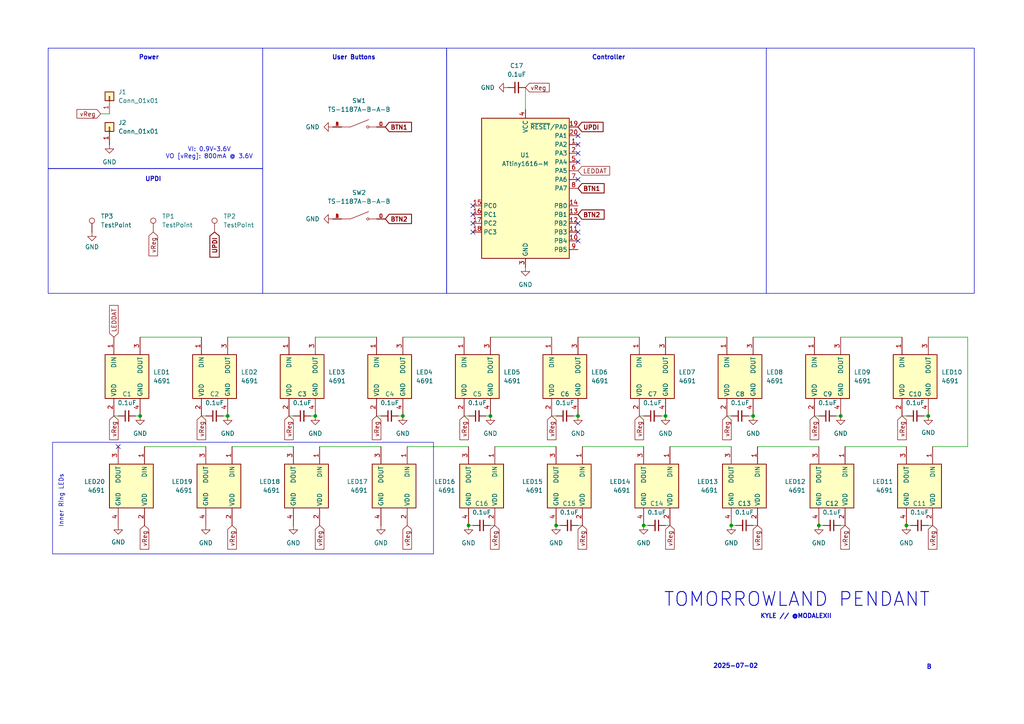
<source format=kicad_sch>
(kicad_sch
	(version 20231120)
	(generator "eeschema")
	(generator_version "8.0")
	(uuid "f59326cb-0e25-43be-a87b-c6163589f7eb")
	(paper "A4")
	(lib_symbols
		(symbol "Connector:TestPoint"
			(pin_numbers hide)
			(pin_names
				(offset 0.762) hide)
			(exclude_from_sim no)
			(in_bom yes)
			(on_board yes)
			(property "Reference" "TP"
				(at 0 6.858 0)
				(effects
					(font
						(size 1.27 1.27)
					)
				)
			)
			(property "Value" "TestPoint"
				(at 0 5.08 0)
				(effects
					(font
						(size 1.27 1.27)
					)
				)
			)
			(property "Footprint" ""
				(at 5.08 0 0)
				(effects
					(font
						(size 1.27 1.27)
					)
					(hide yes)
				)
			)
			(property "Datasheet" "~"
				(at 5.08 0 0)
				(effects
					(font
						(size 1.27 1.27)
					)
					(hide yes)
				)
			)
			(property "Description" "test point"
				(at 0 0 0)
				(effects
					(font
						(size 1.27 1.27)
					)
					(hide yes)
				)
			)
			(property "ki_keywords" "test point tp"
				(at 0 0 0)
				(effects
					(font
						(size 1.27 1.27)
					)
					(hide yes)
				)
			)
			(property "ki_fp_filters" "Pin* Test*"
				(at 0 0 0)
				(effects
					(font
						(size 1.27 1.27)
					)
					(hide yes)
				)
			)
			(symbol "TestPoint_0_1"
				(circle
					(center 0 3.302)
					(radius 0.762)
					(stroke
						(width 0)
						(type default)
					)
					(fill
						(type none)
					)
				)
			)
			(symbol "TestPoint_1_1"
				(pin passive line
					(at 0 0 90)
					(length 2.54)
					(name "1"
						(effects
							(font
								(size 1.27 1.27)
							)
						)
					)
					(number "1"
						(effects
							(font
								(size 1.27 1.27)
							)
						)
					)
				)
			)
		)
		(symbol "Connector_Generic:Conn_01x01"
			(pin_names
				(offset 1.016) hide)
			(exclude_from_sim no)
			(in_bom yes)
			(on_board yes)
			(property "Reference" "J"
				(at 0 2.54 0)
				(effects
					(font
						(size 1.27 1.27)
					)
				)
			)
			(property "Value" "Conn_01x01"
				(at 0 -2.54 0)
				(effects
					(font
						(size 1.27 1.27)
					)
				)
			)
			(property "Footprint" ""
				(at 0 0 0)
				(effects
					(font
						(size 1.27 1.27)
					)
					(hide yes)
				)
			)
			(property "Datasheet" "~"
				(at 0 0 0)
				(effects
					(font
						(size 1.27 1.27)
					)
					(hide yes)
				)
			)
			(property "Description" "Generic connector, single row, 01x01, script generated (kicad-library-utils/schlib/autogen/connector/)"
				(at 0 0 0)
				(effects
					(font
						(size 1.27 1.27)
					)
					(hide yes)
				)
			)
			(property "ki_keywords" "connector"
				(at 0 0 0)
				(effects
					(font
						(size 1.27 1.27)
					)
					(hide yes)
				)
			)
			(property "ki_fp_filters" "Connector*:*_1x??_*"
				(at 0 0 0)
				(effects
					(font
						(size 1.27 1.27)
					)
					(hide yes)
				)
			)
			(symbol "Conn_01x01_1_1"
				(rectangle
					(start -1.27 0.127)
					(end 0 -0.127)
					(stroke
						(width 0.1524)
						(type default)
					)
					(fill
						(type none)
					)
				)
				(rectangle
					(start -1.27 1.27)
					(end 1.27 -1.27)
					(stroke
						(width 0.254)
						(type default)
					)
					(fill
						(type background)
					)
				)
				(pin passive line
					(at -5.08 0 0)
					(length 3.81)
					(name "Pin_1"
						(effects
							(font
								(size 1.27 1.27)
							)
						)
					)
					(number "1"
						(effects
							(font
								(size 1.27 1.27)
							)
						)
					)
				)
			)
		)
		(symbol "Device:C_Small"
			(pin_numbers hide)
			(pin_names
				(offset 0.254) hide)
			(exclude_from_sim no)
			(in_bom yes)
			(on_board yes)
			(property "Reference" "C"
				(at 0.254 1.778 0)
				(effects
					(font
						(size 1.27 1.27)
					)
					(justify left)
				)
			)
			(property "Value" "0.1uF"
				(at 0.254 -2.032 0)
				(effects
					(font
						(size 1.27 1.27)
					)
					(justify left)
				)
			)
			(property "Footprint" ""
				(at 0 0 0)
				(effects
					(font
						(size 1.27 1.27)
					)
					(hide yes)
				)
			)
			(property "Datasheet" "~"
				(at 0 0 0)
				(effects
					(font
						(size 1.27 1.27)
					)
					(hide yes)
				)
			)
			(property "Description" "Unpolarized capacitor, small symbol"
				(at 0 0 0)
				(effects
					(font
						(size 1.27 1.27)
					)
					(hide yes)
				)
			)
			(property "ki_keywords" "capacitor cap"
				(at 0 0 0)
				(effects
					(font
						(size 1.27 1.27)
					)
					(hide yes)
				)
			)
			(property "ki_fp_filters" "C_*"
				(at 0 0 0)
				(effects
					(font
						(size 1.27 1.27)
					)
					(hide yes)
				)
			)
			(symbol "C_Small_0_1"
				(polyline
					(pts
						(xy -1.524 -0.508) (xy 1.524 -0.508)
					)
					(stroke
						(width 0.3302)
						(type default)
					)
					(fill
						(type none)
					)
				)
				(polyline
					(pts
						(xy -1.524 0.508) (xy 1.524 0.508)
					)
					(stroke
						(width 0.3048)
						(type default)
					)
					(fill
						(type none)
					)
				)
			)
			(symbol "C_Small_1_1"
				(pin passive line
					(at 0 2.54 270)
					(length 2.032)
					(name "~"
						(effects
							(font
								(size 1.27 1.27)
							)
						)
					)
					(number "1"
						(effects
							(font
								(size 1.27 1.27)
							)
						)
					)
				)
				(pin passive line
					(at 0 -2.54 90)
					(length 2.032)
					(name "~"
						(effects
							(font
								(size 1.27 1.27)
							)
						)
					)
					(number "2"
						(effects
							(font
								(size 1.27 1.27)
							)
						)
					)
				)
			)
		)
		(symbol "MCU_Microchip_ATtiny:ATtiny1616-M"
			(exclude_from_sim no)
			(in_bom yes)
			(on_board yes)
			(property "Reference" "U"
				(at -12.7 21.59 0)
				(effects
					(font
						(size 1.27 1.27)
					)
					(justify left bottom)
				)
			)
			(property "Value" "ATtiny1616-M"
				(at 2.54 -21.59 0)
				(effects
					(font
						(size 1.27 1.27)
					)
					(justify left top)
				)
			)
			(property "Footprint" "Package_DFN_QFN:VQFN-20-1EP_3x3mm_P0.4mm_EP1.7x1.7mm"
				(at 0 0 0)
				(effects
					(font
						(size 1.27 1.27)
						(italic yes)
					)
					(hide yes)
				)
			)
			(property "Datasheet" "http://ww1.microchip.com/downloads/en/DeviceDoc/ATtiny3216_ATtiny1616-data-sheet-40001997B.pdf"
				(at 0 0 0)
				(effects
					(font
						(size 1.27 1.27)
					)
					(hide yes)
				)
			)
			(property "Description" "20MHz, 16kB Flash, 2kB SRAM, 256B EEPROM, VQFN-20"
				(at 0 0 0)
				(effects
					(font
						(size 1.27 1.27)
					)
					(hide yes)
				)
			)
			(property "ki_keywords" "AVR 8bit Microcontroller tinyAVR"
				(at 0 0 0)
				(effects
					(font
						(size 1.27 1.27)
					)
					(hide yes)
				)
			)
			(property "ki_fp_filters" "VQFN*1EP*3x3mm*P0.4mm*"
				(at 0 0 0)
				(effects
					(font
						(size 1.27 1.27)
					)
					(hide yes)
				)
			)
			(symbol "ATtiny1616-M_0_1"
				(rectangle
					(start -12.7 -20.32)
					(end 12.7 20.32)
					(stroke
						(width 0.254)
						(type default)
					)
					(fill
						(type background)
					)
				)
			)
			(symbol "ATtiny1616-M_1_1"
				(pin bidirectional line
					(at 15.24 12.7 180)
					(length 2.54)
					(name "PA2"
						(effects
							(font
								(size 1.27 1.27)
							)
						)
					)
					(number "1"
						(effects
							(font
								(size 1.27 1.27)
							)
						)
					)
				)
				(pin bidirectional line
					(at 15.24 -15.24 180)
					(length 2.54)
					(name "PB4"
						(effects
							(font
								(size 1.27 1.27)
							)
						)
					)
					(number "10"
						(effects
							(font
								(size 1.27 1.27)
							)
						)
					)
				)
				(pin bidirectional line
					(at 15.24 -12.7 180)
					(length 2.54)
					(name "PB3"
						(effects
							(font
								(size 1.27 1.27)
							)
						)
					)
					(number "11"
						(effects
							(font
								(size 1.27 1.27)
							)
						)
					)
				)
				(pin bidirectional line
					(at 15.24 -10.16 180)
					(length 2.54)
					(name "PB2"
						(effects
							(font
								(size 1.27 1.27)
							)
						)
					)
					(number "12"
						(effects
							(font
								(size 1.27 1.27)
							)
						)
					)
				)
				(pin bidirectional line
					(at 15.24 -7.62 180)
					(length 2.54)
					(name "PB1"
						(effects
							(font
								(size 1.27 1.27)
							)
						)
					)
					(number "13"
						(effects
							(font
								(size 1.27 1.27)
							)
						)
					)
				)
				(pin bidirectional line
					(at 15.24 -5.08 180)
					(length 2.54)
					(name "PB0"
						(effects
							(font
								(size 1.27 1.27)
							)
						)
					)
					(number "14"
						(effects
							(font
								(size 1.27 1.27)
							)
						)
					)
				)
				(pin bidirectional line
					(at -15.24 -5.08 0)
					(length 2.54)
					(name "PC0"
						(effects
							(font
								(size 1.27 1.27)
							)
						)
					)
					(number "15"
						(effects
							(font
								(size 1.27 1.27)
							)
						)
					)
				)
				(pin bidirectional line
					(at -15.24 -7.62 0)
					(length 2.54)
					(name "PC1"
						(effects
							(font
								(size 1.27 1.27)
							)
						)
					)
					(number "16"
						(effects
							(font
								(size 1.27 1.27)
							)
						)
					)
				)
				(pin bidirectional line
					(at -15.24 -10.16 0)
					(length 2.54)
					(name "PC2"
						(effects
							(font
								(size 1.27 1.27)
							)
						)
					)
					(number "17"
						(effects
							(font
								(size 1.27 1.27)
							)
						)
					)
				)
				(pin bidirectional line
					(at -15.24 -12.7 0)
					(length 2.54)
					(name "PC3"
						(effects
							(font
								(size 1.27 1.27)
							)
						)
					)
					(number "18"
						(effects
							(font
								(size 1.27 1.27)
							)
						)
					)
				)
				(pin bidirectional line
					(at 15.24 17.78 180)
					(length 2.54)
					(name "~{RESET}/PA0"
						(effects
							(font
								(size 1.27 1.27)
							)
						)
					)
					(number "19"
						(effects
							(font
								(size 1.27 1.27)
							)
						)
					)
				)
				(pin bidirectional line
					(at 15.24 10.16 180)
					(length 2.54)
					(name "PA3"
						(effects
							(font
								(size 1.27 1.27)
							)
						)
					)
					(number "2"
						(effects
							(font
								(size 1.27 1.27)
							)
						)
					)
				)
				(pin bidirectional line
					(at 15.24 15.24 180)
					(length 2.54)
					(name "PA1"
						(effects
							(font
								(size 1.27 1.27)
							)
						)
					)
					(number "20"
						(effects
							(font
								(size 1.27 1.27)
							)
						)
					)
				)
				(pin passive line
					(at 0 -22.86 90)
					(length 2.54) hide
					(name "GND"
						(effects
							(font
								(size 1.27 1.27)
							)
						)
					)
					(number "21"
						(effects
							(font
								(size 1.27 1.27)
							)
						)
					)
				)
				(pin power_in line
					(at 0 -22.86 90)
					(length 2.54)
					(name "GND"
						(effects
							(font
								(size 1.27 1.27)
							)
						)
					)
					(number "3"
						(effects
							(font
								(size 1.27 1.27)
							)
						)
					)
				)
				(pin power_in line
					(at 0 22.86 270)
					(length 2.54)
					(name "VCC"
						(effects
							(font
								(size 1.27 1.27)
							)
						)
					)
					(number "4"
						(effects
							(font
								(size 1.27 1.27)
							)
						)
					)
				)
				(pin bidirectional line
					(at 15.24 7.62 180)
					(length 2.54)
					(name "PA4"
						(effects
							(font
								(size 1.27 1.27)
							)
						)
					)
					(number "5"
						(effects
							(font
								(size 1.27 1.27)
							)
						)
					)
				)
				(pin bidirectional line
					(at 15.24 5.08 180)
					(length 2.54)
					(name "PA5"
						(effects
							(font
								(size 1.27 1.27)
							)
						)
					)
					(number "6"
						(effects
							(font
								(size 1.27 1.27)
							)
						)
					)
				)
				(pin bidirectional line
					(at 15.24 2.54 180)
					(length 2.54)
					(name "PA6"
						(effects
							(font
								(size 1.27 1.27)
							)
						)
					)
					(number "7"
						(effects
							(font
								(size 1.27 1.27)
							)
						)
					)
				)
				(pin bidirectional line
					(at 15.24 0 180)
					(length 2.54)
					(name "PA7"
						(effects
							(font
								(size 1.27 1.27)
							)
						)
					)
					(number "8"
						(effects
							(font
								(size 1.27 1.27)
							)
						)
					)
				)
				(pin bidirectional line
					(at 15.24 -17.78 180)
					(length 2.54)
					(name "PB5"
						(effects
							(font
								(size 1.27 1.27)
							)
						)
					)
					(number "9"
						(effects
							(font
								(size 1.27 1.27)
							)
						)
					)
				)
			)
		)
		(symbol "SamacSys_Parts:4691"
			(exclude_from_sim no)
			(in_bom yes)
			(on_board yes)
			(property "Reference" "LED1"
				(at 10.1599 -11.43 90)
				(effects
					(font
						(size 1.27 1.27)
					)
					(justify right)
				)
			)
			(property "Value" "4691"
				(at 12.6999 -11.43 90)
				(effects
					(font
						(size 1.27 1.27)
					)
					(justify right)
				)
			)
			(property "Footprint" "4691"
				(at 19.05 -94.92 0)
				(effects
					(font
						(size 1.27 1.27)
					)
					(justify left top)
					(hide yes)
				)
			)
			(property "Datasheet" "https://cdn-shop.adafruit.com/product-files/4691/4691_SK68XX_SIDE_REV.04_EN_1_.pdf"
				(at 19.05 -194.92 0)
				(effects
					(font
						(size 1.27 1.27)
					)
					(justify left top)
					(hide yes)
				)
			)
			(property "Description" "Adafruit Accessories NeoPixel Side-Light RGB LED w/ Integrated Driver Chip - 10-pack - SK6812B 4020"
				(at 6.35 -3.81 0)
				(effects
					(font
						(size 1.27 1.27)
					)
					(hide yes)
				)
			)
			(property "Height" "2.1"
				(at 19.05 -394.92 0)
				(effects
					(font
						(size 1.27 1.27)
					)
					(justify left top)
					(hide yes)
				)
			)
			(property "Mouser Part Number" "485-4691"
				(at 19.05 -494.92 0)
				(effects
					(font
						(size 1.27 1.27)
					)
					(justify left top)
					(hide yes)
				)
			)
			(property "Mouser Price/Stock" "https://www.mouser.co.uk/ProductDetail/Adafruit/4691?qs=DPoM0jnrROWxg7zGo0cOBA%3D%3D"
				(at 19.05 -594.92 0)
				(effects
					(font
						(size 1.27 1.27)
					)
					(justify left top)
					(hide yes)
				)
			)
			(property "Manufacturer_Name" "Adafruit"
				(at 19.05 -694.92 0)
				(effects
					(font
						(size 1.27 1.27)
					)
					(justify left top)
					(hide yes)
				)
			)
			(property "Manufacturer_Part_Number" "4691"
				(at 19.05 -794.92 0)
				(effects
					(font
						(size 1.27 1.27)
					)
					(justify left top)
					(hide yes)
				)
			)
			(symbol "4691_1_1"
				(rectangle
					(start 5.08 2.54)
					(end 17.78 -10.16)
					(stroke
						(width 0.254)
						(type default)
					)
					(fill
						(type background)
					)
				)
				(pin passive line
					(at 0 0 0)
					(length 5.08)
					(name "DIN"
						(effects
							(font
								(size 1.27 1.27)
							)
						)
					)
					(number "1"
						(effects
							(font
								(size 1.27 1.27)
							)
						)
					)
				)
				(pin passive line
					(at 22.86 0 180)
					(length 5.08)
					(name "VDD"
						(effects
							(font
								(size 1.27 1.27)
							)
						)
					)
					(number "2"
						(effects
							(font
								(size 1.27 1.27)
							)
						)
					)
				)
				(pin passive line
					(at 0 -7.62 0)
					(length 5.08)
					(name "DOUT"
						(effects
							(font
								(size 1.27 1.27)
							)
						)
					)
					(number "3"
						(effects
							(font
								(size 1.27 1.27)
							)
						)
					)
				)
				(pin passive line
					(at 22.86 -7.62 180)
					(length 5.08)
					(name "GND"
						(effects
							(font
								(size 1.27 1.27)
							)
						)
					)
					(number "4"
						(effects
							(font
								(size 1.27 1.27)
							)
						)
					)
				)
			)
		)
		(symbol "SymacSys:TS-1187A-B-A-B"
			(pin_names
				(offset 1.016)
			)
			(exclude_from_sim no)
			(in_bom yes)
			(on_board yes)
			(property "Reference" "S"
				(at -2.54 2.54 0)
				(effects
					(font
						(size 1.27 1.27)
					)
					(justify left bottom)
				)
			)
			(property "Value" "TS-1187A-B-A-B"
				(at -2.54 -2.54 0)
				(effects
					(font
						(size 1.27 1.27)
					)
					(justify left top)
				)
			)
			(property "Footprint" "TS-1187A-B-A-B:SW_TS-1187A-B-A-B"
				(at 0 0 0)
				(effects
					(font
						(size 1.27 1.27)
					)
					(justify bottom)
					(hide yes)
				)
			)
			(property "Datasheet" ""
				(at 0 0 0)
				(effects
					(font
						(size 1.27 1.27)
					)
					(hide yes)
				)
			)
			(property "Description" ""
				(at 0 0 0)
				(effects
					(font
						(size 1.27 1.27)
					)
					(hide yes)
				)
			)
			(property "MF" "XKB Industrial Precision"
				(at 0 0 0)
				(effects
					(font
						(size 1.27 1.27)
					)
					(justify bottom)
					(hide yes)
				)
			)
			(property "MAXIMUM_PACKAGE_HEIGHT" "1.5mm"
				(at 0 0 0)
				(effects
					(font
						(size 1.27 1.27)
					)
					(justify bottom)
					(hide yes)
				)
			)
			(property "Package" "Package"
				(at 0 0 0)
				(effects
					(font
						(size 1.27 1.27)
					)
					(justify bottom)
					(hide yes)
				)
			)
			(property "Price" "None"
				(at 0 0 0)
				(effects
					(font
						(size 1.27 1.27)
					)
					(justify bottom)
					(hide yes)
				)
			)
			(property "Check_prices" "https://www.snapeda.com/parts/TS-1187A-B-A-B/XKB+Connection/view-part/?ref=eda"
				(at 0 0 0)
				(effects
					(font
						(size 1.27 1.27)
					)
					(justify bottom)
					(hide yes)
				)
			)
			(property "STANDARD" "Manufacturer Recommendations"
				(at 0 0 0)
				(effects
					(font
						(size 1.27 1.27)
					)
					(justify bottom)
					(hide yes)
				)
			)
			(property "PARTREV" "A0"
				(at 0 0 0)
				(effects
					(font
						(size 1.27 1.27)
					)
					(justify bottom)
					(hide yes)
				)
			)
			(property "SnapEDA_Link" "https://www.snapeda.com/parts/TS-1187A-B-A-B/XKB+Connection/view-part/?ref=snap"
				(at 0 0 0)
				(effects
					(font
						(size 1.27 1.27)
					)
					(justify bottom)
					(hide yes)
				)
			)
			(property "MP" "TS-1187A-B-A-B"
				(at 0 0 0)
				(effects
					(font
						(size 1.27 1.27)
					)
					(justify bottom)
					(hide yes)
				)
			)
			(property "Description_1" "\n                        \n                            TS-1187A-B-A-B XKB Connectivity\n                        \n"
				(at 0 0 0)
				(effects
					(font
						(size 1.27 1.27)
					)
					(justify bottom)
					(hide yes)
				)
			)
			(property "Availability" "Not in stock"
				(at 0 0 0)
				(effects
					(font
						(size 1.27 1.27)
					)
					(justify bottom)
					(hide yes)
				)
			)
			(property "MANUFACTURER" "XKB Industrial Precision"
				(at 0 0 0)
				(effects
					(font
						(size 1.27 1.27)
					)
					(justify bottom)
					(hide yes)
				)
			)
			(symbol "TS-1187A-B-A-B_0_0"
				(polyline
					(pts
						(xy -2.54 0) (xy -5.08 0)
					)
					(stroke
						(width 0.1524)
						(type default)
					)
					(fill
						(type none)
					)
				)
				(polyline
					(pts
						(xy -2.54 0) (xy 2.794 2.1336)
					)
					(stroke
						(width 0.1524)
						(type default)
					)
					(fill
						(type none)
					)
				)
				(polyline
					(pts
						(xy 5.08 0) (xy 2.921 0)
					)
					(stroke
						(width 0.1524)
						(type default)
					)
					(fill
						(type none)
					)
				)
				(circle
					(center 2.54 0)
					(radius 0.3302)
					(stroke
						(width 0.1524)
						(type default)
					)
					(fill
						(type none)
					)
				)
				(pin passive line
					(at -7.62 0 0)
					(length 2.54)
					(name "~"
						(effects
							(font
								(size 1.016 1.016)
							)
						)
					)
					(number "A"
						(effects
							(font
								(size 1.016 1.016)
							)
						)
					)
				)
				(pin passive line
					(at -7.62 0 0)
					(length 2.54)
					(name "~"
						(effects
							(font
								(size 1.016 1.016)
							)
						)
					)
					(number "B"
						(effects
							(font
								(size 1.016 1.016)
							)
						)
					)
				)
				(pin passive line
					(at 7.62 0 180)
					(length 2.54)
					(name "~"
						(effects
							(font
								(size 1.016 1.016)
							)
						)
					)
					(number "C"
						(effects
							(font
								(size 1.016 1.016)
							)
						)
					)
				)
				(pin passive line
					(at 7.62 0 180)
					(length 2.54)
					(name "~"
						(effects
							(font
								(size 1.016 1.016)
							)
						)
					)
					(number "D"
						(effects
							(font
								(size 1.016 1.016)
							)
						)
					)
				)
			)
		)
		(symbol "power:GND"
			(power)
			(pin_numbers hide)
			(pin_names
				(offset 0) hide)
			(exclude_from_sim no)
			(in_bom yes)
			(on_board yes)
			(property "Reference" "#PWR"
				(at 0 -6.35 0)
				(effects
					(font
						(size 1.27 1.27)
					)
					(hide yes)
				)
			)
			(property "Value" "GND"
				(at 0 -3.81 0)
				(effects
					(font
						(size 1.27 1.27)
					)
				)
			)
			(property "Footprint" ""
				(at 0 0 0)
				(effects
					(font
						(size 1.27 1.27)
					)
					(hide yes)
				)
			)
			(property "Datasheet" ""
				(at 0 0 0)
				(effects
					(font
						(size 1.27 1.27)
					)
					(hide yes)
				)
			)
			(property "Description" "Power symbol creates a global label with name \"GND\" , ground"
				(at 0 0 0)
				(effects
					(font
						(size 1.27 1.27)
					)
					(hide yes)
				)
			)
			(property "ki_keywords" "global power"
				(at 0 0 0)
				(effects
					(font
						(size 1.27 1.27)
					)
					(hide yes)
				)
			)
			(symbol "GND_0_1"
				(polyline
					(pts
						(xy 0 0) (xy 0 -1.27) (xy 1.27 -1.27) (xy 0 -2.54) (xy -1.27 -1.27) (xy 0 -1.27)
					)
					(stroke
						(width 0)
						(type default)
					)
					(fill
						(type none)
					)
				)
			)
			(symbol "GND_1_1"
				(pin power_in line
					(at 0 0 270)
					(length 0)
					(name "~"
						(effects
							(font
								(size 1.27 1.27)
							)
						)
					)
					(number "1"
						(effects
							(font
								(size 1.27 1.27)
							)
						)
					)
				)
			)
		)
	)
	(junction
		(at 269.24 120.65)
		(diameter 0)
		(color 0 0 0 0)
		(uuid "03f7e604-67b7-496e-97e9-e02346f30fb5")
	)
	(junction
		(at 66.04 120.65)
		(diameter 0)
		(color 0 0 0 0)
		(uuid "11793d6d-c138-47ea-b031-d3b5ac2e48de")
	)
	(junction
		(at 142.24 120.65)
		(diameter 0)
		(color 0 0 0 0)
		(uuid "1ef24369-a80f-4637-b5ce-92401ea10fd3")
	)
	(junction
		(at 193.04 120.65)
		(diameter 0)
		(color 0 0 0 0)
		(uuid "2a4a55c5-a82a-41df-af45-5bd32b3cef16")
	)
	(junction
		(at 116.84 120.65)
		(diameter 0)
		(color 0 0 0 0)
		(uuid "2eddcbe1-e440-41bb-b226-949c5bede903")
	)
	(junction
		(at 40.64 120.65)
		(diameter 0)
		(color 0 0 0 0)
		(uuid "35aaf4e7-3185-48c1-b434-f904df8100f6")
	)
	(junction
		(at 135.89 152.4)
		(diameter 0)
		(color 0 0 0 0)
		(uuid "38b4bd51-f2d7-4abd-94ea-de198ee8a0f2")
	)
	(junction
		(at 161.29 152.4)
		(diameter 0)
		(color 0 0 0 0)
		(uuid "43680a9f-47a5-4a3b-8bf6-e7e241b81134")
	)
	(junction
		(at 237.49 152.4)
		(diameter 0)
		(color 0 0 0 0)
		(uuid "5483a064-9e98-41c4-a88b-8eb8dc05459c")
	)
	(junction
		(at 218.44 120.65)
		(diameter 0)
		(color 0 0 0 0)
		(uuid "6d8c4ff4-402f-41ff-ba3d-ea9ab5133ac8")
	)
	(junction
		(at 91.44 120.65)
		(diameter 0)
		(color 0 0 0 0)
		(uuid "a3faf521-ab3c-4557-bee9-38e6b0759af9")
	)
	(junction
		(at 167.64 120.65)
		(diameter 0)
		(color 0 0 0 0)
		(uuid "a6d93042-9ba7-41de-a8b8-0ec1c479585e")
	)
	(junction
		(at 212.09 152.4)
		(diameter 0)
		(color 0 0 0 0)
		(uuid "d2db8bbe-ff0e-453f-9865-3d9fb9cad63e")
	)
	(junction
		(at 186.69 152.4)
		(diameter 0)
		(color 0 0 0 0)
		(uuid "e2c3b04d-52d6-4d2b-ac71-6ba50eec7622")
	)
	(junction
		(at 243.84 120.65)
		(diameter 0)
		(color 0 0 0 0)
		(uuid "f0347e74-02ae-4721-82d3-7f8679279d73")
	)
	(junction
		(at 262.89 152.4)
		(diameter 0)
		(color 0 0 0 0)
		(uuid "f127d97d-455e-4d76-a0a4-891e5a937cfe")
	)
	(no_connect
		(at 167.64 46.99)
		(uuid "08d808f1-f126-4e0c-beca-d62681fd7d2a")
	)
	(no_connect
		(at 167.64 39.37)
		(uuid "60021253-3c8b-4909-8de8-238c34592af4")
	)
	(no_connect
		(at 167.64 67.31)
		(uuid "69d90696-936f-462d-8f4f-90483fed7055")
	)
	(no_connect
		(at 167.64 52.07)
		(uuid "70bde8b3-dbe3-4df0-8ebf-dc40e4e35689")
	)
	(no_connect
		(at 34.29 129.54)
		(uuid "7b488b2f-5b67-495b-bb43-fbfa438a8982")
	)
	(no_connect
		(at 137.16 64.77)
		(uuid "7ba3e748-f9a4-4a1b-b406-c1b13798bba0")
	)
	(no_connect
		(at 167.64 64.77)
		(uuid "828ec581-60d6-4ca1-ab4e-a7b086aac4d0")
	)
	(no_connect
		(at 167.64 41.91)
		(uuid "86e1935a-089d-4850-b408-865756a4f058")
	)
	(no_connect
		(at 137.16 67.31)
		(uuid "a0ec9c46-8100-4d9d-8aeb-210b89d68656")
	)
	(no_connect
		(at 167.64 69.85)
		(uuid "b5747ad0-fee1-4661-b298-e7a87a2ca3ab")
	)
	(no_connect
		(at 137.16 62.23)
		(uuid "cf1a04f1-6447-40fe-b85f-c285d632245b")
	)
	(no_connect
		(at 167.64 44.45)
		(uuid "dacfd68f-f4f2-48d0-afed-0c70af4e9c6f")
	)
	(no_connect
		(at 137.16 59.69)
		(uuid "ef991e02-afc3-42c1-910f-3e1ea2a8d35d")
	)
	(wire
		(pts
			(xy 264.16 152.4) (xy 262.89 152.4)
		)
		(stroke
			(width 0)
			(type default)
		)
		(uuid "0659303f-7d73-42ec-9d0b-f2df50ac9c14")
	)
	(wire
		(pts
			(xy 29.21 33.02) (xy 31.75 33.02)
		)
		(stroke
			(width 0)
			(type default)
		)
		(uuid "10f21da4-d74f-4b92-8b41-08035df16ff2")
	)
	(wire
		(pts
			(xy 270.51 129.54) (xy 280.67 129.54)
		)
		(stroke
			(width 0)
			(type default)
		)
		(uuid "12882a1a-90ab-4d65-830e-da2681b050b0")
	)
	(wire
		(pts
			(xy 280.67 129.54) (xy 280.67 97.79)
		)
		(stroke
			(width 0)
			(type default)
		)
		(uuid "14374782-c7a3-46be-adca-3ffe809a0f00")
	)
	(wire
		(pts
			(xy 217.17 120.65) (xy 218.44 120.65)
		)
		(stroke
			(width 0)
			(type default)
		)
		(uuid "16a28530-c116-43a9-a56f-8110b981faa7")
	)
	(wire
		(pts
			(xy 185.42 120.65) (xy 186.69 120.65)
		)
		(stroke
			(width 0)
			(type default)
		)
		(uuid "18d110b1-94ba-4f6d-915b-b4dcb9f8c3d3")
	)
	(wire
		(pts
			(xy 137.16 152.4) (xy 135.89 152.4)
		)
		(stroke
			(width 0)
			(type default)
		)
		(uuid "1a288076-1821-4b60-9ca2-aabdf6801b9e")
	)
	(wire
		(pts
			(xy 33.02 120.65) (xy 34.29 120.65)
		)
		(stroke
			(width 0)
			(type default)
		)
		(uuid "1e39cadb-0d2f-41aa-b8ae-b81ca922f79b")
	)
	(wire
		(pts
			(xy 237.49 129.54) (xy 219.71 129.54)
		)
		(stroke
			(width 0)
			(type default)
		)
		(uuid "1f8111c5-312d-4b5a-898c-b761b5f372cb")
	)
	(wire
		(pts
			(xy 162.56 152.4) (xy 161.29 152.4)
		)
		(stroke
			(width 0)
			(type default)
		)
		(uuid "209fb9a3-823e-40ce-a5e7-d53be4c5aa07")
	)
	(wire
		(pts
			(xy 116.84 97.79) (xy 134.62 97.79)
		)
		(stroke
			(width 0)
			(type default)
		)
		(uuid "24c14836-65ad-4f7e-aab6-40b44d1d3fea")
	)
	(wire
		(pts
			(xy 168.91 152.4) (xy 167.64 152.4)
		)
		(stroke
			(width 0)
			(type default)
		)
		(uuid "263233a4-6786-4a28-b181-f320731643f0")
	)
	(wire
		(pts
			(xy 90.17 120.65) (xy 91.44 120.65)
		)
		(stroke
			(width 0)
			(type default)
		)
		(uuid "34b5c2a1-7653-4701-9f49-c3078c567ecf")
	)
	(wire
		(pts
			(xy 262.89 129.54) (xy 245.11 129.54)
		)
		(stroke
			(width 0)
			(type default)
		)
		(uuid "38485ab3-07c1-4bad-a6a2-0884d9154ba8")
	)
	(wire
		(pts
			(xy 270.51 152.4) (xy 269.24 152.4)
		)
		(stroke
			(width 0)
			(type default)
		)
		(uuid "3a85ee33-034e-4612-bcf2-6dacb45f4fb6")
	)
	(wire
		(pts
			(xy 269.24 97.79) (xy 280.67 97.79)
		)
		(stroke
			(width 0)
			(type default)
		)
		(uuid "3ac9ed23-bc9d-4833-bc52-0c8955bf9534")
	)
	(wire
		(pts
			(xy 212.09 129.54) (xy 194.31 129.54)
		)
		(stroke
			(width 0)
			(type default)
		)
		(uuid "3b7908a2-aab9-4cef-88a9-89e712b726da")
	)
	(wire
		(pts
			(xy 135.89 129.54) (xy 118.11 129.54)
		)
		(stroke
			(width 0)
			(type default)
		)
		(uuid "3e45c7cb-dc92-49f8-9b0e-c5eaab711b66")
	)
	(wire
		(pts
			(xy 218.44 97.79) (xy 236.22 97.79)
		)
		(stroke
			(width 0)
			(type default)
		)
		(uuid "631203ab-f5d3-4b60-b57b-1df03c75f4b7")
	)
	(wire
		(pts
			(xy 109.22 120.65) (xy 110.49 120.65)
		)
		(stroke
			(width 0)
			(type default)
		)
		(uuid "6749f7ca-2198-4f98-9ee0-96d6768e6906")
	)
	(wire
		(pts
			(xy 83.82 120.65) (xy 85.09 120.65)
		)
		(stroke
			(width 0)
			(type default)
		)
		(uuid "67e8883f-e6b1-4057-8518-4c8f1f51f438")
	)
	(wire
		(pts
			(xy 213.36 152.4) (xy 212.09 152.4)
		)
		(stroke
			(width 0)
			(type default)
		)
		(uuid "6db382a1-6cfa-4c3d-9d45-55cabe0e4b8c")
	)
	(wire
		(pts
			(xy 186.69 129.54) (xy 168.91 129.54)
		)
		(stroke
			(width 0)
			(type default)
		)
		(uuid "7086db15-c581-4bc3-aa87-79e469b6c9e6")
	)
	(wire
		(pts
			(xy 134.62 120.65) (xy 135.89 120.65)
		)
		(stroke
			(width 0)
			(type default)
		)
		(uuid "78c810ee-a07c-4a05-8cdf-689e49bfcb94")
	)
	(wire
		(pts
			(xy 193.04 97.79) (xy 210.82 97.79)
		)
		(stroke
			(width 0)
			(type default)
		)
		(uuid "7f846e85-3306-4b47-9f10-c7a955bed1f4")
	)
	(wire
		(pts
			(xy 115.57 120.65) (xy 116.84 120.65)
		)
		(stroke
			(width 0)
			(type default)
		)
		(uuid "8357ca51-576b-4419-8729-c84eeb4fbdaa")
	)
	(wire
		(pts
			(xy 152.4 25.4) (xy 152.4 31.75)
		)
		(stroke
			(width 0)
			(type default)
		)
		(uuid "889b5cdb-3238-4694-8912-7dd2253daedf")
	)
	(wire
		(pts
			(xy 140.97 120.65) (xy 142.24 120.65)
		)
		(stroke
			(width 0)
			(type default)
		)
		(uuid "8f9b4e3c-1b58-4429-9d7d-04d67d858dbb")
	)
	(wire
		(pts
			(xy 40.64 97.79) (xy 58.42 97.79)
		)
		(stroke
			(width 0)
			(type default)
		)
		(uuid "907f82e1-37ea-4d53-a4f3-675627dc32a8")
	)
	(wire
		(pts
			(xy 261.62 120.65) (xy 262.89 120.65)
		)
		(stroke
			(width 0)
			(type default)
		)
		(uuid "913cab99-cab8-4cad-80c8-7baa7a478072")
	)
	(wire
		(pts
			(xy 85.09 129.54) (xy 67.31 129.54)
		)
		(stroke
			(width 0)
			(type default)
		)
		(uuid "937f2b30-e365-4cfc-8ce9-bf4e0c037756")
	)
	(wire
		(pts
			(xy 267.97 120.65) (xy 269.24 120.65)
		)
		(stroke
			(width 0)
			(type default)
		)
		(uuid "969bfa5f-140c-482c-9e79-6156e5238a13")
	)
	(wire
		(pts
			(xy 210.82 120.65) (xy 212.09 120.65)
		)
		(stroke
			(width 0)
			(type default)
		)
		(uuid "98368432-d9fa-4ca2-8f3f-0bee2772cd79")
	)
	(wire
		(pts
			(xy 243.84 97.79) (xy 261.62 97.79)
		)
		(stroke
			(width 0)
			(type default)
		)
		(uuid "9fbaa5d2-c151-43db-ac01-d41c42cdeb51")
	)
	(wire
		(pts
			(xy 161.29 129.54) (xy 143.51 129.54)
		)
		(stroke
			(width 0)
			(type default)
		)
		(uuid "a4bd501e-4fb2-40df-b2c1-e78606cd20e5")
	)
	(wire
		(pts
			(xy 58.42 120.65) (xy 59.69 120.65)
		)
		(stroke
			(width 0)
			(type default)
		)
		(uuid "a5a40d6c-b4b4-48e0-b903-2314772a9fc7")
	)
	(wire
		(pts
			(xy 110.49 129.54) (xy 92.71 129.54)
		)
		(stroke
			(width 0)
			(type default)
		)
		(uuid "a860c53e-a5d0-458f-8ac2-ea07698de137")
	)
	(wire
		(pts
			(xy 64.77 120.65) (xy 66.04 120.65)
		)
		(stroke
			(width 0)
			(type default)
		)
		(uuid "a97b3aae-a3fe-4fdf-ad83-21400d750aa2")
	)
	(wire
		(pts
			(xy 91.44 97.79) (xy 109.22 97.79)
		)
		(stroke
			(width 0)
			(type default)
		)
		(uuid "b3590f50-d696-4d45-8ab9-b43740e07404")
	)
	(wire
		(pts
			(xy 142.24 97.79) (xy 160.02 97.79)
		)
		(stroke
			(width 0)
			(type default)
		)
		(uuid "b556ddfe-8f35-497a-8c75-86dda1e4024f")
	)
	(wire
		(pts
			(xy 166.37 120.65) (xy 167.64 120.65)
		)
		(stroke
			(width 0)
			(type default)
		)
		(uuid "b5955610-24f0-45ae-8d18-e96df1e213d1")
	)
	(wire
		(pts
			(xy 187.96 152.4) (xy 186.69 152.4)
		)
		(stroke
			(width 0)
			(type default)
		)
		(uuid "b6349855-febd-4e85-9a9a-d31439a9e5cf")
	)
	(wire
		(pts
			(xy 219.71 152.4) (xy 218.44 152.4)
		)
		(stroke
			(width 0)
			(type default)
		)
		(uuid "bce6a756-19bb-4c97-8a2a-0146571c0725")
	)
	(wire
		(pts
			(xy 191.77 120.65) (xy 193.04 120.65)
		)
		(stroke
			(width 0)
			(type default)
		)
		(uuid "bfd330a7-9262-4e05-814d-a6653f7588f3")
	)
	(wire
		(pts
			(xy 238.76 152.4) (xy 237.49 152.4)
		)
		(stroke
			(width 0)
			(type default)
		)
		(uuid "c5d63197-3d74-4ddb-a807-34977f01ffd5")
	)
	(wire
		(pts
			(xy 66.04 97.79) (xy 83.82 97.79)
		)
		(stroke
			(width 0)
			(type default)
		)
		(uuid "c9ed600b-4a7d-4692-b00d-f8a33efc83c9")
	)
	(wire
		(pts
			(xy 160.02 120.65) (xy 161.29 120.65)
		)
		(stroke
			(width 0)
			(type default)
		)
		(uuid "d85cf65a-613b-4ef0-90b7-7098e92d063a")
	)
	(wire
		(pts
			(xy 236.22 120.65) (xy 237.49 120.65)
		)
		(stroke
			(width 0)
			(type default)
		)
		(uuid "d96770dd-e92a-4d1e-a975-2417288f8bef")
	)
	(wire
		(pts
			(xy 245.11 152.4) (xy 243.84 152.4)
		)
		(stroke
			(width 0)
			(type default)
		)
		(uuid "db5cc18d-f054-48f9-9059-18ac9cc6a190")
	)
	(wire
		(pts
			(xy 143.51 152.4) (xy 142.24 152.4)
		)
		(stroke
			(width 0)
			(type default)
		)
		(uuid "e27fa54e-06f6-4f9f-8fec-6171fde7f0a0")
	)
	(wire
		(pts
			(xy 167.64 97.79) (xy 185.42 97.79)
		)
		(stroke
			(width 0)
			(type default)
		)
		(uuid "eebb2ad6-bc45-4f12-8011-0066ad584062")
	)
	(wire
		(pts
			(xy 39.37 120.65) (xy 40.64 120.65)
		)
		(stroke
			(width 0)
			(type default)
		)
		(uuid "f09d94ed-0086-4bb1-84a7-73ef045c288f")
	)
	(wire
		(pts
			(xy 194.31 152.4) (xy 193.04 152.4)
		)
		(stroke
			(width 0)
			(type default)
		)
		(uuid "f630d4a1-cd30-4b78-9bb2-124380cdd820")
	)
	(wire
		(pts
			(xy 242.57 120.65) (xy 243.84 120.65)
		)
		(stroke
			(width 0)
			(type default)
		)
		(uuid "f676c4b6-b519-4e07-b1d4-45eb2b0108d3")
	)
	(wire
		(pts
			(xy 59.69 129.54) (xy 41.91 129.54)
		)
		(stroke
			(width 0)
			(type default)
		)
		(uuid "fa2c5b5b-3c03-4c79-8b64-cc4be4cd3ae6")
	)
	(rectangle
		(start 13.97 48.895)
		(end 76.2 85.09)
		(stroke
			(width 0)
			(type default)
		)
		(fill
			(type none)
		)
		(uuid 009183a1-bfb2-4b6a-9f77-8de252ae7c17)
	)
	(rectangle
		(start 13.97 13.97)
		(end 76.2 48.895)
		(stroke
			(width 0)
			(type default)
		)
		(fill
			(type none)
		)
		(uuid 718ca3eb-0629-4deb-ab9b-e5da180e436c)
	)
	(rectangle
		(start 76.2 13.97)
		(end 129.54 85.09)
		(stroke
			(width 0)
			(type default)
		)
		(fill
			(type none)
		)
		(uuid 7da41dd9-d83a-4987-8f62-442e751cbe77)
	)
	(rectangle
		(start 222.25 13.97)
		(end 282.575 85.09)
		(stroke
			(width 0)
			(type default)
		)
		(fill
			(type none)
		)
		(uuid b1f34bb3-bfcc-4486-9ff9-5dc0aed3b7d7)
	)
	(rectangle
		(start 15.24 128.27)
		(end 125.73 160.655)
		(stroke
			(width 0)
			(type default)
		)
		(fill
			(type none)
		)
		(uuid bf4945f2-0c8e-4916-a8d3-196ab3190c32)
	)
	(rectangle
		(start 129.54 13.97)
		(end 222.25 85.09)
		(stroke
			(width 0)
			(type default)
		)
		(fill
			(type none)
		)
		(uuid d2a84fff-9f2e-47e0-aedc-6e8074157720)
	)
	(text "2025-07-02"
		(exclude_from_sim no)
		(at 213.36 193.294 0)
		(effects
			(font
				(size 1.27 1.27)
				(thickness 0.254)
				(bold yes)
			)
		)
		(uuid "063682f7-3a7d-4700-8f56-c22512833d42")
	)
	(text "VI: 0.9V~3.6V\nVO [vReg]: 800mA @ 3.6V"
		(exclude_from_sim no)
		(at 60.706 44.45 0)
		(effects
			(font
				(size 1.27 1.27)
			)
		)
		(uuid "1db4810e-bf2f-4b53-93ff-ef7ec78c5c45")
	)
	(text "Controller"
		(exclude_from_sim no)
		(at 176.53 16.764 0)
		(effects
			(font
				(size 1.27 1.27)
				(thickness 0.254)
				(bold yes)
			)
		)
		(uuid "28ce9006-c301-46f0-abed-2836ca77d4f4")
	)
	(text "Inner Ring LEDs"
		(exclude_from_sim no)
		(at 17.78 145.288 90)
		(effects
			(font
				(size 1.27 1.27)
			)
		)
		(uuid "56cd0292-fbf9-4b07-9c8a-8bc89773f876")
	)
	(text "KYLE // @MODALEXII"
		(exclude_from_sim no)
		(at 230.886 178.816 0)
		(effects
			(font
				(size 1.27 1.27)
				(thickness 0.254)
				(bold yes)
			)
		)
		(uuid "83272f23-bc9f-422b-900d-5f1e9577c177")
	)
	(text "Power"
		(exclude_from_sim no)
		(at 43.18 16.764 0)
		(effects
			(font
				(size 1.27 1.27)
				(thickness 0.254)
				(bold yes)
			)
		)
		(uuid "99fb73d5-f8e4-4854-9849-d86365ef8a23")
	)
	(text "TOMORROWLAND PENDANT"
		(exclude_from_sim no)
		(at 231.14 173.99 0)
		(effects
			(font
				(size 4 4)
				(thickness 0.254)
				(bold yes)
			)
		)
		(uuid "be6f703a-0572-4f9c-9829-3884e9213498")
	)
	(text "UPDI"
		(exclude_from_sim no)
		(at 44.45 52.07 0)
		(effects
			(font
				(size 1.27 1.27)
				(thickness 0.254)
				(bold yes)
			)
		)
		(uuid "d9d2fa76-d085-4fe8-a748-6331ed9042e5")
	)
	(text "B"
		(exclude_from_sim no)
		(at 269.494 193.548 0)
		(effects
			(font
				(size 1.27 1.27)
				(thickness 0.254)
				(bold yes)
			)
		)
		(uuid "f09f9dd2-9100-49a4-b82b-eeb612a55b26")
	)
	(text "User Buttons"
		(exclude_from_sim no)
		(at 102.616 16.764 0)
		(effects
			(font
				(size 1.27 1.27)
				(thickness 0.254)
				(bold yes)
			)
		)
		(uuid "f79f7fb1-6e32-4fef-bfc8-bef27d2dcfaf")
	)
	(global_label "vReg"
		(shape input)
		(at 41.91 152.4 270)
		(fields_autoplaced yes)
		(effects
			(font
				(size 1.27 1.27)
			)
			(justify right)
		)
		(uuid "1249b441-9b39-41c0-82e7-4e18860aea99")
		(property "Intersheetrefs" "${INTERSHEET_REFS}"
			(at 41.91 159.8604 90)
			(effects
				(font
					(size 1.27 1.27)
				)
				(justify right)
				(hide yes)
			)
		)
	)
	(global_label "vReg"
		(shape input)
		(at 83.82 120.65 270)
		(fields_autoplaced yes)
		(effects
			(font
				(size 1.27 1.27)
			)
			(justify right)
		)
		(uuid "15cf698b-d4c1-4bc9-9913-959be052ac20")
		(property "Intersheetrefs" "${INTERSHEET_REFS}"
			(at 83.82 128.1104 90)
			(effects
				(font
					(size 1.27 1.27)
				)
				(justify right)
				(hide yes)
			)
		)
	)
	(global_label "BTN2"
		(shape input)
		(at 111.76 63.5 0)
		(fields_autoplaced yes)
		(effects
			(font
				(size 1.27 1.27)
				(thickness 0.254)
				(bold yes)
			)
			(justify left)
		)
		(uuid "29aab468-70af-46a6-95c3-dca68a10dc37")
		(property "Intersheetrefs" "${INTERSHEET_REFS}"
			(at 119.9988 63.5 0)
			(effects
				(font
					(size 1.27 1.27)
				)
				(justify left)
				(hide yes)
			)
		)
	)
	(global_label "vReg"
		(shape input)
		(at 270.51 152.4 270)
		(fields_autoplaced yes)
		(effects
			(font
				(size 1.27 1.27)
			)
			(justify right)
		)
		(uuid "305734c4-cd9c-4829-ab7b-944dc5550c91")
		(property "Intersheetrefs" "${INTERSHEET_REFS}"
			(at 270.51 159.8604 90)
			(effects
				(font
					(size 1.27 1.27)
				)
				(justify right)
				(hide yes)
			)
		)
	)
	(global_label "vReg"
		(shape input)
		(at 92.71 152.4 270)
		(fields_autoplaced yes)
		(effects
			(font
				(size 1.27 1.27)
			)
			(justify right)
		)
		(uuid "3907c2c8-a1f4-4a12-a295-60cc37bb193a")
		(property "Intersheetrefs" "${INTERSHEET_REFS}"
			(at 92.71 159.8604 90)
			(effects
				(font
					(size 1.27 1.27)
				)
				(justify right)
				(hide yes)
			)
		)
	)
	(global_label "LEDDAT"
		(shape input)
		(at 33.02 97.79 90)
		(fields_autoplaced yes)
		(effects
			(font
				(size 1.27 1.27)
			)
			(justify left)
		)
		(uuid "396760d1-06b5-48db-9c0f-ae6533f4a64a")
		(property "Intersheetrefs" "${INTERSHEET_REFS}"
			(at 33.02 88.0315 90)
			(effects
				(font
					(size 1.27 1.27)
				)
				(justify left)
				(hide yes)
			)
		)
	)
	(global_label "vReg"
		(shape input)
		(at 152.4 25.4 0)
		(fields_autoplaced yes)
		(effects
			(font
				(size 1.27 1.27)
			)
			(justify left)
		)
		(uuid "4739cb3b-93d0-411d-a084-0d8c387f1275")
		(property "Intersheetrefs" "${INTERSHEET_REFS}"
			(at 159.8604 25.4 0)
			(effects
				(font
					(size 1.27 1.27)
				)
				(justify left)
				(hide yes)
			)
		)
	)
	(global_label "vReg"
		(shape input)
		(at 261.62 120.65 270)
		(fields_autoplaced yes)
		(effects
			(font
				(size 1.27 1.27)
			)
			(justify right)
		)
		(uuid "48049c05-e164-4d77-8bac-b515a6045a27")
		(property "Intersheetrefs" "${INTERSHEET_REFS}"
			(at 261.62 128.1104 90)
			(effects
				(font
					(size 1.27 1.27)
				)
				(justify right)
				(hide yes)
			)
		)
	)
	(global_label "BTN1"
		(shape input)
		(at 111.76 36.83 0)
		(fields_autoplaced yes)
		(effects
			(font
				(size 1.27 1.27)
				(thickness 0.254)
				(bold yes)
			)
			(justify left)
		)
		(uuid "4d0ef46d-d1ad-4391-a882-d0bdc91eef9a")
		(property "Intersheetrefs" "${INTERSHEET_REFS}"
			(at 119.9988 36.83 0)
			(effects
				(font
					(size 1.27 1.27)
				)
				(justify left)
				(hide yes)
			)
		)
	)
	(global_label "vReg"
		(shape input)
		(at 160.02 120.65 270)
		(fields_autoplaced yes)
		(effects
			(font
				(size 1.27 1.27)
			)
			(justify right)
		)
		(uuid "5659b906-a542-445d-a905-6faeb28fed31")
		(property "Intersheetrefs" "${INTERSHEET_REFS}"
			(at 160.02 128.1104 90)
			(effects
				(font
					(size 1.27 1.27)
				)
				(justify right)
				(hide yes)
			)
		)
	)
	(global_label "LEDDAT"
		(shape input)
		(at 167.64 49.53 0)
		(fields_autoplaced yes)
		(effects
			(font
				(size 1.27 1.27)
			)
			(justify left)
		)
		(uuid "5ae91962-ee4f-4c6a-b4a4-8a8f9e3fcf53")
		(property "Intersheetrefs" "${INTERSHEET_REFS}"
			(at 177.3985 49.53 0)
			(effects
				(font
					(size 1.27 1.27)
				)
				(justify left)
				(hide yes)
			)
		)
	)
	(global_label "vReg"
		(shape input)
		(at 67.31 152.4 270)
		(fields_autoplaced yes)
		(effects
			(font
				(size 1.27 1.27)
			)
			(justify right)
		)
		(uuid "708ea8b3-3701-48b3-a452-6511ef30a8bb")
		(property "Intersheetrefs" "${INTERSHEET_REFS}"
			(at 67.31 159.8604 90)
			(effects
				(font
					(size 1.27 1.27)
				)
				(justify right)
				(hide yes)
			)
		)
	)
	(global_label "vReg"
		(shape input)
		(at 219.71 152.4 270)
		(fields_autoplaced yes)
		(effects
			(font
				(size 1.27 1.27)
			)
			(justify right)
		)
		(uuid "752528d2-e95b-42ad-ae4e-97f16e0e015e")
		(property "Intersheetrefs" "${INTERSHEET_REFS}"
			(at 219.71 159.8604 90)
			(effects
				(font
					(size 1.27 1.27)
				)
				(justify right)
				(hide yes)
			)
		)
	)
	(global_label "vReg"
		(shape input)
		(at 118.11 152.4 270)
		(fields_autoplaced yes)
		(effects
			(font
				(size 1.27 1.27)
			)
			(justify right)
		)
		(uuid "850b521f-d92d-40c6-82cf-026629e27dc0")
		(property "Intersheetrefs" "${INTERSHEET_REFS}"
			(at 118.11 159.8604 90)
			(effects
				(font
					(size 1.27 1.27)
				)
				(justify right)
				(hide yes)
			)
		)
	)
	(global_label "vReg"
		(shape input)
		(at 168.91 152.4 270)
		(fields_autoplaced yes)
		(effects
			(font
				(size 1.27 1.27)
			)
			(justify right)
		)
		(uuid "91b44166-4945-462c-8c14-c4f00bc3844a")
		(property "Intersheetrefs" "${INTERSHEET_REFS}"
			(at 168.91 159.8604 90)
			(effects
				(font
					(size 1.27 1.27)
				)
				(justify right)
				(hide yes)
			)
		)
	)
	(global_label "vReg"
		(shape input)
		(at 210.82 120.65 270)
		(fields_autoplaced yes)
		(effects
			(font
				(size 1.27 1.27)
			)
			(justify right)
		)
		(uuid "91cbee3c-5490-4f4a-a332-3a8879edd60b")
		(property "Intersheetrefs" "${INTERSHEET_REFS}"
			(at 210.82 128.1104 90)
			(effects
				(font
					(size 1.27 1.27)
				)
				(justify right)
				(hide yes)
			)
		)
	)
	(global_label "vReg"
		(shape input)
		(at 134.62 120.65 270)
		(fields_autoplaced yes)
		(effects
			(font
				(size 1.27 1.27)
			)
			(justify right)
		)
		(uuid "a00f3877-19c1-48b6-aa56-da30f62acb7f")
		(property "Intersheetrefs" "${INTERSHEET_REFS}"
			(at 134.62 128.1104 90)
			(effects
				(font
					(size 1.27 1.27)
				)
				(justify right)
				(hide yes)
			)
		)
	)
	(global_label "UPDI"
		(shape input)
		(at 167.64 36.83 0)
		(fields_autoplaced yes)
		(effects
			(font
				(size 1.27 1.27)
				(thickness 0.254)
				(bold yes)
			)
			(justify left)
		)
		(uuid "a095e00f-aa84-4111-aa22-0e5042a17d4c")
		(property "Intersheetrefs" "${INTERSHEET_REFS}"
			(at 175.5765 36.83 0)
			(effects
				(font
					(size 1.27 1.27)
				)
				(justify left)
				(hide yes)
			)
		)
	)
	(global_label "vReg"
		(shape input)
		(at 185.42 120.65 270)
		(fields_autoplaced yes)
		(effects
			(font
				(size 1.27 1.27)
			)
			(justify right)
		)
		(uuid "a3b84e20-40c3-4fd4-a06b-321bab9bc5c1")
		(property "Intersheetrefs" "${INTERSHEET_REFS}"
			(at 185.42 128.1104 90)
			(effects
				(font
					(size 1.27 1.27)
				)
				(justify right)
				(hide yes)
			)
		)
	)
	(global_label "vReg"
		(shape input)
		(at 58.42 120.65 270)
		(fields_autoplaced yes)
		(effects
			(font
				(size 1.27 1.27)
			)
			(justify right)
		)
		(uuid "acd11d49-a123-4765-9976-f47aa68058a9")
		(property "Intersheetrefs" "${INTERSHEET_REFS}"
			(at 58.42 128.1104 90)
			(effects
				(font
					(size 1.27 1.27)
				)
				(justify right)
				(hide yes)
			)
		)
	)
	(global_label "vReg"
		(shape input)
		(at 109.22 120.65 270)
		(fields_autoplaced yes)
		(effects
			(font
				(size 1.27 1.27)
			)
			(justify right)
		)
		(uuid "b06d8045-0fb9-4d1e-a4db-0d8988637197")
		(property "Intersheetrefs" "${INTERSHEET_REFS}"
			(at 109.22 128.1104 90)
			(effects
				(font
					(size 1.27 1.27)
				)
				(justify right)
				(hide yes)
			)
		)
	)
	(global_label "vReg"
		(shape input)
		(at 143.51 152.4 270)
		(fields_autoplaced yes)
		(effects
			(font
				(size 1.27 1.27)
			)
			(justify right)
		)
		(uuid "b2d6fbd7-4df2-41be-9e78-91fc1f67aacd")
		(property "Intersheetrefs" "${INTERSHEET_REFS}"
			(at 143.51 159.8604 90)
			(effects
				(font
					(size 1.27 1.27)
				)
				(justify right)
				(hide yes)
			)
		)
	)
	(global_label "vReg"
		(shape input)
		(at 236.22 120.65 270)
		(fields_autoplaced yes)
		(effects
			(font
				(size 1.27 1.27)
			)
			(justify right)
		)
		(uuid "be8ba9b2-2853-4772-9a8f-28ea4e3cd2ef")
		(property "Intersheetrefs" "${INTERSHEET_REFS}"
			(at 236.22 128.1104 90)
			(effects
				(font
					(size 1.27 1.27)
				)
				(justify right)
				(hide yes)
			)
		)
	)
	(global_label "vReg"
		(shape input)
		(at 33.02 120.65 270)
		(fields_autoplaced yes)
		(effects
			(font
				(size 1.27 1.27)
			)
			(justify right)
		)
		(uuid "cbfd4193-f512-4e00-92e6-f547da47edaf")
		(property "Intersheetrefs" "${INTERSHEET_REFS}"
			(at 33.02 128.1104 90)
			(effects
				(font
					(size 1.27 1.27)
				)
				(justify right)
				(hide yes)
			)
		)
	)
	(global_label "vReg"
		(shape input)
		(at 194.31 152.4 270)
		(fields_autoplaced yes)
		(effects
			(font
				(size 1.27 1.27)
			)
			(justify right)
		)
		(uuid "d8105312-ea47-45a0-8131-b7334f7dffea")
		(property "Intersheetrefs" "${INTERSHEET_REFS}"
			(at 194.31 159.8604 90)
			(effects
				(font
					(size 1.27 1.27)
				)
				(justify right)
				(hide yes)
			)
		)
	)
	(global_label "BTN2"
		(shape input)
		(at 167.64 62.23 0)
		(fields_autoplaced yes)
		(effects
			(font
				(size 1.27 1.27)
				(thickness 0.254)
				(bold yes)
			)
			(justify left)
		)
		(uuid "e0ecb1ea-5e91-48ce-9967-cd874f4d2276")
		(property "Intersheetrefs" "${INTERSHEET_REFS}"
			(at 175.8788 62.23 0)
			(effects
				(font
					(size 1.27 1.27)
				)
				(justify left)
				(hide yes)
			)
		)
	)
	(global_label "vReg"
		(shape input)
		(at 245.11 152.4 270)
		(fields_autoplaced yes)
		(effects
			(font
				(size 1.27 1.27)
			)
			(justify right)
		)
		(uuid "e5add01f-fba1-45c1-87c5-4013bb670a94")
		(property "Intersheetrefs" "${INTERSHEET_REFS}"
			(at 245.11 159.8604 90)
			(effects
				(font
					(size 1.27 1.27)
				)
				(justify right)
				(hide yes)
			)
		)
	)
	(global_label "UPDI"
		(shape input)
		(at 62.23 67.31 270)
		(fields_autoplaced yes)
		(effects
			(font
				(size 1.27 1.27)
				(thickness 0.254)
				(bold yes)
			)
			(justify right)
		)
		(uuid "e734f66e-f0f4-4fcb-8925-6a686595a855")
		(property "Intersheetrefs" "${INTERSHEET_REFS}"
			(at 62.23 75.2465 90)
			(effects
				(font
					(size 1.27 1.27)
				)
				(justify right)
				(hide yes)
			)
		)
	)
	(global_label "vReg"
		(shape input)
		(at 44.45 67.31 270)
		(fields_autoplaced yes)
		(effects
			(font
				(size 1.27 1.27)
			)
			(justify right)
		)
		(uuid "e86b4248-c1d6-45e2-a571-537872854d1b")
		(property "Intersheetrefs" "${INTERSHEET_REFS}"
			(at 44.45 74.7704 90)
			(effects
				(font
					(size 1.27 1.27)
				)
				(justify right)
				(hide yes)
			)
		)
	)
	(global_label "BTN1"
		(shape input)
		(at 167.64 54.61 0)
		(fields_autoplaced yes)
		(effects
			(font
				(size 1.27 1.27)
				(thickness 0.254)
				(bold yes)
			)
			(justify left)
		)
		(uuid "ecc8e26b-9ef7-4975-8455-0a64ccc47bc3")
		(property "Intersheetrefs" "${INTERSHEET_REFS}"
			(at 175.8788 54.61 0)
			(effects
				(font
					(size 1.27 1.27)
				)
				(justify left)
				(hide yes)
			)
		)
	)
	(global_label "vReg"
		(shape input)
		(at 29.21 33.02 180)
		(fields_autoplaced yes)
		(effects
			(font
				(size 1.27 1.27)
			)
			(justify right)
		)
		(uuid "ffeb2daf-1c0f-4c3e-976f-8a380ad06e3c")
		(property "Intersheetrefs" "${INTERSHEET_REFS}"
			(at 21.7496 33.02 0)
			(effects
				(font
					(size 1.27 1.27)
				)
				(justify right)
				(hide yes)
			)
		)
	)
	(symbol
		(lib_id "power:GND")
		(at 91.44 120.65 0)
		(unit 1)
		(exclude_from_sim no)
		(in_bom yes)
		(on_board yes)
		(dnp no)
		(fields_autoplaced yes)
		(uuid "0196c795-3995-4ea0-9f77-51ed5b30453d")
		(property "Reference" "#PWR03"
			(at 91.44 127 0)
			(effects
				(font
					(size 1.27 1.27)
				)
				(hide yes)
			)
		)
		(property "Value" "GND"
			(at 91.44 125.73 0)
			(effects
				(font
					(size 1.27 1.27)
				)
			)
		)
		(property "Footprint" ""
			(at 91.44 120.65 0)
			(effects
				(font
					(size 1.27 1.27)
				)
				(hide yes)
			)
		)
		(property "Datasheet" ""
			(at 91.44 120.65 0)
			(effects
				(font
					(size 1.27 1.27)
				)
				(hide yes)
			)
		)
		(property "Description" "Power symbol creates a global label with name \"GND\" , ground"
			(at 91.44 120.65 0)
			(effects
				(font
					(size 1.27 1.27)
				)
				(hide yes)
			)
		)
		(pin "1"
			(uuid "dda70676-3739-4097-b69d-9f6864d0ef71")
		)
		(instances
			(project "tomorrowland_pendant"
				(path "/f59326cb-0e25-43be-a87b-c6163589f7eb"
					(reference "#PWR03")
					(unit 1)
				)
			)
		)
	)
	(symbol
		(lib_id "power:GND")
		(at 31.75 41.91 0)
		(unit 1)
		(exclude_from_sim no)
		(in_bom yes)
		(on_board yes)
		(dnp no)
		(fields_autoplaced yes)
		(uuid "07e85a08-720f-47d5-972a-439b211f091e")
		(property "Reference" "#PWR021"
			(at 31.75 48.26 0)
			(effects
				(font
					(size 1.27 1.27)
				)
				(hide yes)
			)
		)
		(property "Value" "GND"
			(at 31.75 46.99 0)
			(effects
				(font
					(size 1.27 1.27)
				)
			)
		)
		(property "Footprint" ""
			(at 31.75 41.91 0)
			(effects
				(font
					(size 1.27 1.27)
				)
				(hide yes)
			)
		)
		(property "Datasheet" ""
			(at 31.75 41.91 0)
			(effects
				(font
					(size 1.27 1.27)
				)
				(hide yes)
			)
		)
		(property "Description" "Power symbol creates a global label with name \"GND\" , ground"
			(at 31.75 41.91 0)
			(effects
				(font
					(size 1.27 1.27)
				)
				(hide yes)
			)
		)
		(pin "1"
			(uuid "17043d0b-3c6c-49a3-a871-9c0cb8f76e6a")
		)
		(instances
			(project "tomorrowland_pendant"
				(path "/f59326cb-0e25-43be-a87b-c6163589f7eb"
					(reference "#PWR021")
					(unit 1)
				)
			)
		)
	)
	(symbol
		(lib_id "Device:C_Small")
		(at 163.83 120.65 90)
		(unit 1)
		(exclude_from_sim no)
		(in_bom yes)
		(on_board yes)
		(dnp no)
		(fields_autoplaced yes)
		(uuid "08a934aa-9b90-4640-8834-e36d0bfc3ba3")
		(property "Reference" "C6"
			(at 163.8363 114.3 90)
			(effects
				(font
					(size 1.27 1.27)
				)
			)
		)
		(property "Value" "0.1uF"
			(at 163.8363 116.84 90)
			(effects
				(font
					(size 1.27 1.27)
				)
			)
		)
		(property "Footprint" "Capacitor_SMD:C_0402_1005Metric"
			(at 163.83 120.65 0)
			(effects
				(font
					(size 1.27 1.27)
				)
				(hide yes)
			)
		)
		(property "Datasheet" "~"
			(at 163.83 120.65 0)
			(effects
				(font
					(size 1.27 1.27)
				)
				(hide yes)
			)
		)
		(property "Description" "Unpolarized capacitor, small symbol"
			(at 163.83 120.65 0)
			(effects
				(font
					(size 1.27 1.27)
				)
				(hide yes)
			)
		)
		(pin "2"
			(uuid "23065d80-edab-4c60-b079-8660cede3d18")
		)
		(pin "1"
			(uuid "f53070f9-ea8d-4971-8484-c70ac08fd983")
		)
		(instances
			(project "tomorrowland_pendant"
				(path "/f59326cb-0e25-43be-a87b-c6163589f7eb"
					(reference "C6")
					(unit 1)
				)
			)
		)
	)
	(symbol
		(lib_id "Device:C_Small")
		(at 189.23 120.65 90)
		(unit 1)
		(exclude_from_sim no)
		(in_bom yes)
		(on_board yes)
		(dnp no)
		(fields_autoplaced yes)
		(uuid "0a798182-183f-48ca-b830-24875156d983")
		(property "Reference" "C7"
			(at 189.2363 114.3 90)
			(effects
				(font
					(size 1.27 1.27)
				)
			)
		)
		(property "Value" "0.1uF"
			(at 189.2363 116.84 90)
			(effects
				(font
					(size 1.27 1.27)
				)
			)
		)
		(property "Footprint" "Capacitor_SMD:C_0402_1005Metric"
			(at 189.23 120.65 0)
			(effects
				(font
					(size 1.27 1.27)
				)
				(hide yes)
			)
		)
		(property "Datasheet" "~"
			(at 189.23 120.65 0)
			(effects
				(font
					(size 1.27 1.27)
				)
				(hide yes)
			)
		)
		(property "Description" "Unpolarized capacitor, small symbol"
			(at 189.23 120.65 0)
			(effects
				(font
					(size 1.27 1.27)
				)
				(hide yes)
			)
		)
		(pin "2"
			(uuid "45c6bf38-a598-4f9d-84d2-1e7ccfb25edc")
		)
		(pin "1"
			(uuid "fc94b77a-2e48-4629-a411-a8c0a32bf395")
		)
		(instances
			(project "tomorrowland_pendant"
				(path "/f59326cb-0e25-43be-a87b-c6163589f7eb"
					(reference "C7")
					(unit 1)
				)
			)
		)
	)
	(symbol
		(lib_id "power:GND")
		(at 193.04 120.65 0)
		(unit 1)
		(exclude_from_sim no)
		(in_bom yes)
		(on_board yes)
		(dnp no)
		(fields_autoplaced yes)
		(uuid "10131439-3e4f-4a4d-b6a6-a99a13c55c13")
		(property "Reference" "#PWR07"
			(at 193.04 127 0)
			(effects
				(font
					(size 1.27 1.27)
				)
				(hide yes)
			)
		)
		(property "Value" "GND"
			(at 193.04 125.73 0)
			(effects
				(font
					(size 1.27 1.27)
				)
			)
		)
		(property "Footprint" ""
			(at 193.04 120.65 0)
			(effects
				(font
					(size 1.27 1.27)
				)
				(hide yes)
			)
		)
		(property "Datasheet" ""
			(at 193.04 120.65 0)
			(effects
				(font
					(size 1.27 1.27)
				)
				(hide yes)
			)
		)
		(property "Description" "Power symbol creates a global label with name \"GND\" , ground"
			(at 193.04 120.65 0)
			(effects
				(font
					(size 1.27 1.27)
				)
				(hide yes)
			)
		)
		(pin "1"
			(uuid "4aaebe48-b595-4686-85de-c4c9de690bf6")
		)
		(instances
			(project "tomorrowland_pendant"
				(path "/f59326cb-0e25-43be-a87b-c6163589f7eb"
					(reference "#PWR07")
					(unit 1)
				)
			)
		)
	)
	(symbol
		(lib_id "power:GND")
		(at 186.69 152.4 0)
		(mirror y)
		(unit 1)
		(exclude_from_sim no)
		(in_bom yes)
		(on_board yes)
		(dnp no)
		(fields_autoplaced yes)
		(uuid "17d2cf40-2cc2-4375-b43d-2496f0f5fed2")
		(property "Reference" "#PWR014"
			(at 186.69 158.75 0)
			(effects
				(font
					(size 1.27 1.27)
				)
				(hide yes)
			)
		)
		(property "Value" "GND"
			(at 186.69 157.48 0)
			(effects
				(font
					(size 1.27 1.27)
				)
			)
		)
		(property "Footprint" ""
			(at 186.69 152.4 0)
			(effects
				(font
					(size 1.27 1.27)
				)
				(hide yes)
			)
		)
		(property "Datasheet" ""
			(at 186.69 152.4 0)
			(effects
				(font
					(size 1.27 1.27)
				)
				(hide yes)
			)
		)
		(property "Description" "Power symbol creates a global label with name \"GND\" , ground"
			(at 186.69 152.4 0)
			(effects
				(font
					(size 1.27 1.27)
				)
				(hide yes)
			)
		)
		(pin "1"
			(uuid "52a01504-7582-400b-9049-71a1a55d0186")
		)
		(instances
			(project "tomorrowland_pendant"
				(path "/f59326cb-0e25-43be-a87b-c6163589f7eb"
					(reference "#PWR014")
					(unit 1)
				)
			)
		)
	)
	(symbol
		(lib_id "power:GND")
		(at 161.29 152.4 0)
		(mirror y)
		(unit 1)
		(exclude_from_sim no)
		(in_bom yes)
		(on_board yes)
		(dnp no)
		(fields_autoplaced yes)
		(uuid "1ca25eeb-6e2e-46bf-a8da-ef40eb5f3ded")
		(property "Reference" "#PWR015"
			(at 161.29 158.75 0)
			(effects
				(font
					(size 1.27 1.27)
				)
				(hide yes)
			)
		)
		(property "Value" "GND"
			(at 161.29 157.48 0)
			(effects
				(font
					(size 1.27 1.27)
				)
			)
		)
		(property "Footprint" ""
			(at 161.29 152.4 0)
			(effects
				(font
					(size 1.27 1.27)
				)
				(hide yes)
			)
		)
		(property "Datasheet" ""
			(at 161.29 152.4 0)
			(effects
				(font
					(size 1.27 1.27)
				)
				(hide yes)
			)
		)
		(property "Description" "Power symbol creates a global label with name \"GND\" , ground"
			(at 161.29 152.4 0)
			(effects
				(font
					(size 1.27 1.27)
				)
				(hide yes)
			)
		)
		(pin "1"
			(uuid "efaa94a4-3961-4a3e-8d07-a677dd013cf5")
		)
		(instances
			(project "tomorrowland_pendant"
				(path "/f59326cb-0e25-43be-a87b-c6163589f7eb"
					(reference "#PWR015")
					(unit 1)
				)
			)
		)
	)
	(symbol
		(lib_id "SamacSys_Parts:4691")
		(at 143.51 129.54 270)
		(unit 1)
		(exclude_from_sim no)
		(in_bom yes)
		(on_board yes)
		(dnp no)
		(fields_autoplaced yes)
		(uuid "221d7198-01df-404b-bb1f-f12e0190433d")
		(property "Reference" "LED16"
			(at 132.08 139.6999 90)
			(effects
				(font
					(size 1.27 1.27)
				)
				(justify right)
			)
		)
		(property "Value" "4691"
			(at 132.08 142.2399 90)
			(effects
				(font
					(size 1.27 1.27)
				)
				(justify right)
			)
		)
		(property "Footprint" "SamacSys:4691"
			(at 48.59 148.59 0)
			(effects
				(font
					(size 1.27 1.27)
				)
				(justify left top)
				(hide yes)
			)
		)
		(property "Datasheet" "https://cdn-shop.adafruit.com/product-files/4691/4691_SK68XX_SIDE_REV.04_EN_1_.pdf"
			(at -51.41 148.59 0)
			(effects
				(font
					(size 1.27 1.27)
				)
				(justify left top)
				(hide yes)
			)
		)
		(property "Description" "Adafruit Accessories NeoPixel Side-Light RGB LED w/ Integrated Driver Chip - 10-pack - SK6812B 4020"
			(at 139.7 135.89 0)
			(effects
				(font
					(size 1.27 1.27)
				)
				(hide yes)
			)
		)
		(property "Height" "2.1"
			(at -251.41 148.59 0)
			(effects
				(font
					(size 1.27 1.27)
				)
				(justify left top)
				(hide yes)
			)
		)
		(property "Mouser Part Number" "485-4691"
			(at -351.41 148.59 0)
			(effects
				(font
					(size 1.27 1.27)
				)
				(justify left top)
				(hide yes)
			)
		)
		(property "Mouser Price/Stock" "https://www.mouser.co.uk/ProductDetail/Adafruit/4691?qs=DPoM0jnrROWxg7zGo0cOBA%3D%3D"
			(at -451.41 148.59 0)
			(effects
				(font
					(size 1.27 1.27)
				)
				(justify left top)
				(hide yes)
			)
		)
		(property "Manufacturer_Name" "Adafruit"
			(at -551.41 148.59 0)
			(effects
				(font
					(size 1.27 1.27)
				)
				(justify left top)
				(hide yes)
			)
		)
		(property "Manufacturer_Part_Number" "4691"
			(at -651.41 148.59 0)
			(effects
				(font
					(size 1.27 1.27)
				)
				(justify left top)
				(hide yes)
			)
		)
		(pin "3"
			(uuid "49df407d-b52e-4b1e-b7f2-decafb2aadf0")
		)
		(pin "2"
			(uuid "3cc4e4e3-d990-4531-91f6-66cfa1d4b603")
		)
		(pin "1"
			(uuid "f6dcdfbd-8b61-41d1-a787-f04ba00d8526")
		)
		(pin "4"
			(uuid "6e69caa0-d59e-45a1-baef-d9f77f7ffdc5")
		)
		(instances
			(project "tomorrowland_pendant"
				(path "/f59326cb-0e25-43be-a87b-c6163589f7eb"
					(reference "LED16")
					(unit 1)
				)
			)
		)
	)
	(symbol
		(lib_id "Device:C_Small")
		(at 215.9 152.4 270)
		(mirror x)
		(unit 1)
		(exclude_from_sim no)
		(in_bom yes)
		(on_board yes)
		(dnp no)
		(fields_autoplaced yes)
		(uuid "24141719-6301-4983-8d7c-e19f354efc9c")
		(property "Reference" "C13"
			(at 215.8937 146.05 90)
			(effects
				(font
					(size 1.27 1.27)
				)
			)
		)
		(property "Value" "0.1uF"
			(at 215.8937 148.59 90)
			(effects
				(font
					(size 1.27 1.27)
				)
			)
		)
		(property "Footprint" "Capacitor_SMD:C_0402_1005Metric"
			(at 215.9 152.4 0)
			(effects
				(font
					(size 1.27 1.27)
				)
				(hide yes)
			)
		)
		(property "Datasheet" "~"
			(at 215.9 152.4 0)
			(effects
				(font
					(size 1.27 1.27)
				)
				(hide yes)
			)
		)
		(property "Description" "Unpolarized capacitor, small symbol"
			(at 215.9 152.4 0)
			(effects
				(font
					(size 1.27 1.27)
				)
				(hide yes)
			)
		)
		(pin "2"
			(uuid "b1b06020-2c36-4740-8918-efafc4839103")
		)
		(pin "1"
			(uuid "4a9f00dc-f288-4007-8392-571eca725251")
		)
		(instances
			(project "tomorrowland_pendant"
				(path "/f59326cb-0e25-43be-a87b-c6163589f7eb"
					(reference "C13")
					(unit 1)
				)
			)
		)
	)
	(symbol
		(lib_id "power:GND")
		(at 26.67 67.31 0)
		(unit 1)
		(exclude_from_sim no)
		(in_bom yes)
		(on_board yes)
		(dnp no)
		(uuid "27931a03-7e3f-4722-a0d3-c3c04c02cbb7")
		(property "Reference" "#PWR029"
			(at 26.67 73.66 0)
			(effects
				(font
					(size 1.27 1.27)
				)
				(hide yes)
			)
		)
		(property "Value" "GND"
			(at 24.638 71.628 0)
			(effects
				(font
					(size 1.27 1.27)
				)
				(justify left)
			)
		)
		(property "Footprint" ""
			(at 26.67 67.31 0)
			(effects
				(font
					(size 1.27 1.27)
				)
				(hide yes)
			)
		)
		(property "Datasheet" ""
			(at 26.67 67.31 0)
			(effects
				(font
					(size 1.27 1.27)
				)
				(hide yes)
			)
		)
		(property "Description" "Power symbol creates a global label with name \"GND\" , ground"
			(at 26.67 67.31 0)
			(effects
				(font
					(size 1.27 1.27)
				)
				(hide yes)
			)
		)
		(pin "1"
			(uuid "f854d41e-44b3-4363-96a3-43745092700f")
		)
		(instances
			(project "tomorrowland_pendant"
				(path "/f59326cb-0e25-43be-a87b-c6163589f7eb"
					(reference "#PWR029")
					(unit 1)
				)
			)
		)
	)
	(symbol
		(lib_id "SamacSys_Parts:4691")
		(at 58.42 97.79 90)
		(mirror x)
		(unit 1)
		(exclude_from_sim no)
		(in_bom yes)
		(on_board yes)
		(dnp no)
		(fields_autoplaced yes)
		(uuid "27eccbee-aae2-44e9-87a5-47c8e3463747")
		(property "Reference" "LED2"
			(at 69.85 107.9499 90)
			(effects
				(font
					(size 1.27 1.27)
				)
				(justify right)
			)
		)
		(property "Value" "4691"
			(at 69.85 110.4899 90)
			(effects
				(font
					(size 1.27 1.27)
				)
				(justify right)
			)
		)
		(property "Footprint" "SamacSys:4691"
			(at 153.34 116.84 0)
			(effects
				(font
					(size 1.27 1.27)
				)
				(justify left top)
				(hide yes)
			)
		)
		(property "Datasheet" "https://cdn-shop.adafruit.com/product-files/4691/4691_SK68XX_SIDE_REV.04_EN_1_.pdf"
			(at 253.34 116.84 0)
			(effects
				(font
					(size 1.27 1.27)
				)
				(justify left top)
				(hide yes)
			)
		)
		(property "Description" "Adafruit Accessories NeoPixel Side-Light RGB LED w/ Integrated Driver Chip - 10-pack - SK6812B 4020"
			(at 62.23 104.14 0)
			(effects
				(font
					(size 1.27 1.27)
				)
				(hide yes)
			)
		)
		(property "Height" "2.1"
			(at 453.34 116.84 0)
			(effects
				(font
					(size 1.27 1.27)
				)
				(justify left top)
				(hide yes)
			)
		)
		(property "Mouser Part Number" "485-4691"
			(at 553.34 116.84 0)
			(effects
				(font
					(size 1.27 1.27)
				)
				(justify left top)
				(hide yes)
			)
		)
		(property "Mouser Price/Stock" "https://www.mouser.co.uk/ProductDetail/Adafruit/4691?qs=DPoM0jnrROWxg7zGo0cOBA%3D%3D"
			(at 653.34 116.84 0)
			(effects
				(font
					(size 1.27 1.27)
				)
				(justify left top)
				(hide yes)
			)
		)
		(property "Manufacturer_Name" "Adafruit"
			(at 753.34 116.84 0)
			(effects
				(font
					(size 1.27 1.27)
				)
				(justify left top)
				(hide yes)
			)
		)
		(property "Manufacturer_Part_Number" "4691"
			(at 853.34 116.84 0)
			(effects
				(font
					(size 1.27 1.27)
				)
				(justify left top)
				(hide yes)
			)
		)
		(pin "3"
			(uuid "9138e564-7099-448f-8867-04c0b6313691")
		)
		(pin "2"
			(uuid "f13b11a6-1e9d-4ca2-aca3-43871606c015")
		)
		(pin "1"
			(uuid "ef39adea-4415-4c49-ba50-cd52aace6d10")
		)
		(pin "4"
			(uuid "95f35c6f-5919-4274-b12d-984c25dcf5e5")
		)
		(instances
			(project "tomorrowland_pendant"
				(path "/f59326cb-0e25-43be-a87b-c6163589f7eb"
					(reference "LED2")
					(unit 1)
				)
			)
		)
	)
	(symbol
		(lib_id "power:GND")
		(at 34.29 152.4 0)
		(mirror y)
		(unit 1)
		(exclude_from_sim no)
		(in_bom yes)
		(on_board yes)
		(dnp no)
		(uuid "2b6787a8-7b07-4837-b0cc-eabbfd8dcecb")
		(property "Reference" "#PWR020"
			(at 34.29 158.75 0)
			(effects
				(font
					(size 1.27 1.27)
				)
				(hide yes)
			)
		)
		(property "Value" "GND"
			(at 34.29 157.226 0)
			(effects
				(font
					(size 1.27 1.27)
				)
			)
		)
		(property "Footprint" ""
			(at 34.29 152.4 0)
			(effects
				(font
					(size 1.27 1.27)
				)
				(hide yes)
			)
		)
		(property "Datasheet" ""
			(at 34.29 152.4 0)
			(effects
				(font
					(size 1.27 1.27)
				)
				(hide yes)
			)
		)
		(property "Description" "Power symbol creates a global label with name \"GND\" , ground"
			(at 34.29 152.4 0)
			(effects
				(font
					(size 1.27 1.27)
				)
				(hide yes)
			)
		)
		(pin "1"
			(uuid "432895a3-6e4b-4857-9257-428db10c6d08")
		)
		(instances
			(project "tomorrowland_pendant"
				(path "/f59326cb-0e25-43be-a87b-c6163589f7eb"
					(reference "#PWR020")
					(unit 1)
				)
			)
		)
	)
	(symbol
		(lib_id "power:GND")
		(at 262.89 152.4 0)
		(mirror y)
		(unit 1)
		(exclude_from_sim no)
		(in_bom yes)
		(on_board yes)
		(dnp no)
		(fields_autoplaced yes)
		(uuid "2d54b75e-43c7-4e5b-a384-464a1108e9f6")
		(property "Reference" "#PWR011"
			(at 262.89 158.75 0)
			(effects
				(font
					(size 1.27 1.27)
				)
				(hide yes)
			)
		)
		(property "Value" "GND"
			(at 262.89 157.48 0)
			(effects
				(font
					(size 1.27 1.27)
				)
			)
		)
		(property "Footprint" ""
			(at 262.89 152.4 0)
			(effects
				(font
					(size 1.27 1.27)
				)
				(hide yes)
			)
		)
		(property "Datasheet" ""
			(at 262.89 152.4 0)
			(effects
				(font
					(size 1.27 1.27)
				)
				(hide yes)
			)
		)
		(property "Description" "Power symbol creates a global label with name \"GND\" , ground"
			(at 262.89 152.4 0)
			(effects
				(font
					(size 1.27 1.27)
				)
				(hide yes)
			)
		)
		(pin "1"
			(uuid "942b2382-91e6-4937-8c92-f59bc9858743")
		)
		(instances
			(project "tomorrowland_pendant"
				(path "/f59326cb-0e25-43be-a87b-c6163589f7eb"
					(reference "#PWR011")
					(unit 1)
				)
			)
		)
	)
	(symbol
		(lib_id "SymacSys:TS-1187A-B-A-B")
		(at 104.14 63.5 0)
		(unit 1)
		(exclude_from_sim no)
		(in_bom yes)
		(on_board yes)
		(dnp no)
		(fields_autoplaced yes)
		(uuid "2d78a56a-9acc-4607-aae9-e6c1b7c0fc77")
		(property "Reference" "SW2"
			(at 104.14 55.88 0)
			(effects
				(font
					(size 1.27 1.27)
				)
			)
		)
		(property "Value" "TS-1187A-B-A-B"
			(at 104.14 58.42 0)
			(effects
				(font
					(size 1.27 1.27)
				)
			)
		)
		(property "Footprint" "SamacSys:SW_TS-1187A-B-A-B"
			(at 104.14 63.5 0)
			(effects
				(font
					(size 1.27 1.27)
				)
				(justify bottom)
				(hide yes)
			)
		)
		(property "Datasheet" ""
			(at 104.14 63.5 0)
			(effects
				(font
					(size 1.27 1.27)
				)
				(hide yes)
			)
		)
		(property "Description" ""
			(at 104.14 63.5 0)
			(effects
				(font
					(size 1.27 1.27)
				)
				(hide yes)
			)
		)
		(property "MF" "XKB Industrial Precision"
			(at 104.14 63.5 0)
			(effects
				(font
					(size 1.27 1.27)
				)
				(justify bottom)
				(hide yes)
			)
		)
		(property "MAXIMUM_PACKAGE_HEIGHT" "1.5mm"
			(at 104.14 63.5 0)
			(effects
				(font
					(size 1.27 1.27)
				)
				(justify bottom)
				(hide yes)
			)
		)
		(property "Package" "Package"
			(at 104.14 63.5 0)
			(effects
				(font
					(size 1.27 1.27)
				)
				(justify bottom)
				(hide yes)
			)
		)
		(property "Price" "None"
			(at 104.14 63.5 0)
			(effects
				(font
					(size 1.27 1.27)
				)
				(justify bottom)
				(hide yes)
			)
		)
		(property "Check_prices" "https://www.snapeda.com/parts/TS-1187A-B-A-B/XKB+Connection/view-part/?ref=eda"
			(at 104.14 63.5 0)
			(effects
				(font
					(size 1.27 1.27)
				)
				(justify bottom)
				(hide yes)
			)
		)
		(property "STANDARD" "Manufacturer Recommendations"
			(at 104.14 63.5 0)
			(effects
				(font
					(size 1.27 1.27)
				)
				(justify bottom)
				(hide yes)
			)
		)
		(property "PARTREV" "A0"
			(at 104.14 63.5 0)
			(effects
				(font
					(size 1.27 1.27)
				)
				(justify bottom)
				(hide yes)
			)
		)
		(property "SnapEDA_Link" "https://www.snapeda.com/parts/TS-1187A-B-A-B/XKB+Connection/view-part/?ref=snap"
			(at 104.14 63.5 0)
			(effects
				(font
					(size 1.27 1.27)
				)
				(justify bottom)
				(hide yes)
			)
		)
		(property "MP" "TS-1187A-B-A-B"
			(at 104.14 63.5 0)
			(effects
				(font
					(size 1.27 1.27)
				)
				(justify bottom)
				(hide yes)
			)
		)
		(property "Description_1" "\n                        \n                            TS-1187A-B-A-B XKB Connectivity\n                        \n"
			(at 104.14 63.5 0)
			(effects
				(font
					(size 1.27 1.27)
				)
				(justify bottom)
				(hide yes)
			)
		)
		(property "Availability" "Not in stock"
			(at 104.14 63.5 0)
			(effects
				(font
					(size 1.27 1.27)
				)
				(justify bottom)
				(hide yes)
			)
		)
		(property "MANUFACTURER" "XKB Industrial Precision"
			(at 104.14 63.5 0)
			(effects
				(font
					(size 1.27 1.27)
				)
				(justify bottom)
				(hide yes)
			)
		)
		(pin "D"
			(uuid "14fc7f24-d843-4032-9464-c3bb532af037")
		)
		(pin "C"
			(uuid "05b7be05-ccb8-49f4-b352-3a9906a18161")
		)
		(pin "A"
			(uuid "8cc71010-7316-437e-8fa8-4ae0b540320f")
		)
		(pin "B"
			(uuid "5962e080-7f25-4dfa-9ad2-f0e8441a5944")
		)
		(instances
			(project "tomorrowland_pendant"
				(path "/f59326cb-0e25-43be-a87b-c6163589f7eb"
					(reference "SW2")
					(unit 1)
				)
			)
		)
	)
	(symbol
		(lib_id "power:GND")
		(at 96.52 63.5 270)
		(unit 1)
		(exclude_from_sim no)
		(in_bom yes)
		(on_board yes)
		(dnp no)
		(fields_autoplaced yes)
		(uuid "2f4e4c83-b820-4d3c-a25a-4c3506c133f8")
		(property "Reference" "#PWR022"
			(at 90.17 63.5 0)
			(effects
				(font
					(size 1.27 1.27)
				)
				(hide yes)
			)
		)
		(property "Value" "GND"
			(at 92.71 63.4999 90)
			(effects
				(font
					(size 1.27 1.27)
				)
				(justify right)
			)
		)
		(property "Footprint" ""
			(at 96.52 63.5 0)
			(effects
				(font
					(size 1.27 1.27)
				)
				(hide yes)
			)
		)
		(property "Datasheet" ""
			(at 96.52 63.5 0)
			(effects
				(font
					(size 1.27 1.27)
				)
				(hide yes)
			)
		)
		(property "Description" "Power symbol creates a global label with name \"GND\" , ground"
			(at 96.52 63.5 0)
			(effects
				(font
					(size 1.27 1.27)
				)
				(hide yes)
			)
		)
		(pin "1"
			(uuid "e135a341-3663-4e2f-a392-9aa77d41056c")
		)
		(instances
			(project "tomorrowland_pendant"
				(path "/f59326cb-0e25-43be-a87b-c6163589f7eb"
					(reference "#PWR022")
					(unit 1)
				)
			)
		)
	)
	(symbol
		(lib_id "power:GND")
		(at 243.84 120.65 0)
		(unit 1)
		(exclude_from_sim no)
		(in_bom yes)
		(on_board yes)
		(dnp no)
		(fields_autoplaced yes)
		(uuid "34984687-bb55-4db0-a0f2-c2203bc008dd")
		(property "Reference" "#PWR09"
			(at 243.84 127 0)
			(effects
				(font
					(size 1.27 1.27)
				)
				(hide yes)
			)
		)
		(property "Value" "GND"
			(at 243.84 125.73 0)
			(effects
				(font
					(size 1.27 1.27)
				)
			)
		)
		(property "Footprint" ""
			(at 243.84 120.65 0)
			(effects
				(font
					(size 1.27 1.27)
				)
				(hide yes)
			)
		)
		(property "Datasheet" ""
			(at 243.84 120.65 0)
			(effects
				(font
					(size 1.27 1.27)
				)
				(hide yes)
			)
		)
		(property "Description" "Power symbol creates a global label with name \"GND\" , ground"
			(at 243.84 120.65 0)
			(effects
				(font
					(size 1.27 1.27)
				)
				(hide yes)
			)
		)
		(pin "1"
			(uuid "3385f935-2c50-48ab-97a8-569f0446c3e1")
		)
		(instances
			(project "tomorrowland_pendant"
				(path "/f59326cb-0e25-43be-a87b-c6163589f7eb"
					(reference "#PWR09")
					(unit 1)
				)
			)
		)
	)
	(symbol
		(lib_id "power:GND")
		(at 152.4 77.47 0)
		(unit 1)
		(exclude_from_sim no)
		(in_bom yes)
		(on_board yes)
		(dnp no)
		(fields_autoplaced yes)
		(uuid "35626003-b542-4e59-aae5-83d9085f0687")
		(property "Reference" "#PWR027"
			(at 152.4 83.82 0)
			(effects
				(font
					(size 1.27 1.27)
				)
				(hide yes)
			)
		)
		(property "Value" "GND"
			(at 152.4 82.55 0)
			(effects
				(font
					(size 1.27 1.27)
				)
			)
		)
		(property "Footprint" ""
			(at 152.4 77.47 0)
			(effects
				(font
					(size 1.27 1.27)
				)
				(hide yes)
			)
		)
		(property "Datasheet" ""
			(at 152.4 77.47 0)
			(effects
				(font
					(size 1.27 1.27)
				)
				(hide yes)
			)
		)
		(property "Description" "Power symbol creates a global label with name \"GND\" , ground"
			(at 152.4 77.47 0)
			(effects
				(font
					(size 1.27 1.27)
				)
				(hide yes)
			)
		)
		(pin "1"
			(uuid "65f14aad-2682-4e52-9b29-04b778c7cdac")
		)
		(instances
			(project "tomorrowland_pendant"
				(path "/f59326cb-0e25-43be-a87b-c6163589f7eb"
					(reference "#PWR027")
					(unit 1)
				)
			)
		)
	)
	(symbol
		(lib_id "MCU_Microchip_ATtiny:ATtiny1616-M")
		(at 152.4 54.61 0)
		(unit 1)
		(exclude_from_sim no)
		(in_bom yes)
		(on_board yes)
		(dnp no)
		(uuid "35dd380f-f580-4f86-9f1f-aa778c845041")
		(property "Reference" "U1"
			(at 150.876 44.958 0)
			(effects
				(font
					(size 1.27 1.27)
				)
				(justify left)
			)
		)
		(property "Value" "ATtiny1616-M"
			(at 145.542 47.498 0)
			(effects
				(font
					(size 1.27 1.27)
				)
				(justify left)
			)
		)
		(property "Footprint" "Package_DFN_QFN:VQFN-20-1EP_3x3mm_P0.4mm_EP1.7x1.7mm"
			(at 152.4 54.61 0)
			(effects
				(font
					(size 1.27 1.27)
					(italic yes)
				)
				(hide yes)
			)
		)
		(property "Datasheet" "http://ww1.microchip.com/downloads/en/DeviceDoc/ATtiny3216_ATtiny1616-data-sheet-40001997B.pdf"
			(at 152.4 54.61 0)
			(effects
				(font
					(size 1.27 1.27)
				)
				(hide yes)
			)
		)
		(property "Description" "20MHz, 16kB Flash, 2kB SRAM, 256B EEPROM, VQFN-20"
			(at 152.4 54.61 0)
			(effects
				(font
					(size 1.27 1.27)
				)
				(hide yes)
			)
		)
		(pin "21"
			(uuid "c614555d-80e5-4abd-b0d2-dda5430dc175")
		)
		(pin "17"
			(uuid "0efe1d97-c36a-40d4-9006-6413718ddb14")
		)
		(pin "19"
			(uuid "54e3de31-9b57-4121-86d0-847849af0c91")
		)
		(pin "20"
			(uuid "78780da3-b48a-4f86-a991-66ec6dcafaf0")
		)
		(pin "10"
			(uuid "37f37686-5952-4b12-90a6-ee0fd1388909")
		)
		(pin "5"
			(uuid "a84fbd58-f409-4cf6-a092-52f3e089cf8d")
		)
		(pin "3"
			(uuid "1a0e2e9c-95b0-40fe-9ed0-29635cd870d3")
		)
		(pin "7"
			(uuid "8a0c7515-41d1-471e-8957-5c720d9bc20d")
		)
		(pin "6"
			(uuid "c5e3b945-0cd0-4663-849a-57fe274809e5")
		)
		(pin "13"
			(uuid "4a9a11ef-7ced-495b-beac-1e2871d8b6d2")
		)
		(pin "9"
			(uuid "3950c22c-fc57-4b85-bd05-f57309da0a08")
		)
		(pin "12"
			(uuid "10d5c5db-306c-471b-99ad-37cb1cc6e2cd")
		)
		(pin "15"
			(uuid "a9530c4e-5ae6-4ad3-8efe-745b0938c04d")
		)
		(pin "14"
			(uuid "46727a9a-9bbe-494c-8544-58ce4dc0f93f")
		)
		(pin "18"
			(uuid "9079b438-d56c-4485-990a-340ab7f4a9b4")
		)
		(pin "16"
			(uuid "4756e400-0c39-43c9-bc75-b57cb406cfb9")
		)
		(pin "1"
			(uuid "bdd4a4d2-43d6-43cd-b403-f03a22e293f2")
		)
		(pin "11"
			(uuid "e63142b7-347b-419d-a6d8-656409dd6a5b")
		)
		(pin "4"
			(uuid "9b77fe13-b898-4ce8-840d-b0f38b02b894")
		)
		(pin "2"
			(uuid "9ecfdcee-cb4a-4dcd-8915-63745d4b8986")
		)
		(pin "8"
			(uuid "bbc03bca-9a5c-4fa5-98c2-1823e044baf0")
		)
		(instances
			(project ""
				(path "/f59326cb-0e25-43be-a87b-c6163589f7eb"
					(reference "U1")
					(unit 1)
				)
			)
		)
	)
	(symbol
		(lib_id "power:GND")
		(at 142.24 120.65 0)
		(unit 1)
		(exclude_from_sim no)
		(in_bom yes)
		(on_board yes)
		(dnp no)
		(fields_autoplaced yes)
		(uuid "35fd00df-5eae-4342-b2fd-b5e46bf86c34")
		(property "Reference" "#PWR05"
			(at 142.24 127 0)
			(effects
				(font
					(size 1.27 1.27)
				)
				(hide yes)
			)
		)
		(property "Value" "GND"
			(at 142.24 125.73 0)
			(effects
				(font
					(size 1.27 1.27)
				)
			)
		)
		(property "Footprint" ""
			(at 142.24 120.65 0)
			(effects
				(font
					(size 1.27 1.27)
				)
				(hide yes)
			)
		)
		(property "Datasheet" ""
			(at 142.24 120.65 0)
			(effects
				(font
					(size 1.27 1.27)
				)
				(hide yes)
			)
		)
		(property "Description" "Power symbol creates a global label with name \"GND\" , ground"
			(at 142.24 120.65 0)
			(effects
				(font
					(size 1.27 1.27)
				)
				(hide yes)
			)
		)
		(pin "1"
			(uuid "00cbf7d6-e15a-4a08-843f-1504c23143a7")
		)
		(instances
			(project "tomorrowland_pendant"
				(path "/f59326cb-0e25-43be-a87b-c6163589f7eb"
					(reference "#PWR05")
					(unit 1)
				)
			)
		)
	)
	(symbol
		(lib_id "SamacSys_Parts:4691")
		(at 92.71 129.54 270)
		(unit 1)
		(exclude_from_sim no)
		(in_bom yes)
		(on_board yes)
		(dnp no)
		(fields_autoplaced yes)
		(uuid "376e3859-4a57-4776-befb-18a4043330c2")
		(property "Reference" "LED18"
			(at 81.28 139.6999 90)
			(effects
				(font
					(size 1.27 1.27)
				)
				(justify right)
			)
		)
		(property "Value" "4691"
			(at 81.28 142.2399 90)
			(effects
				(font
					(size 1.27 1.27)
				)
				(justify right)
			)
		)
		(property "Footprint" "SamacSys:4691"
			(at -2.21 148.59 0)
			(effects
				(font
					(size 1.27 1.27)
				)
				(justify left top)
				(hide yes)
			)
		)
		(property "Datasheet" "https://cdn-shop.adafruit.com/product-files/4691/4691_SK68XX_SIDE_REV.04_EN_1_.pdf"
			(at -102.21 148.59 0)
			(effects
				(font
					(size 1.27 1.27)
				)
				(justify left top)
				(hide yes)
			)
		)
		(property "Description" "Adafruit Accessories NeoPixel Side-Light RGB LED w/ Integrated Driver Chip - 10-pack - SK6812B 4020"
			(at 88.9 135.89 0)
			(effects
				(font
					(size 1.27 1.27)
				)
				(hide yes)
			)
		)
		(property "Height" "2.1"
			(at -302.21 148.59 0)
			(effects
				(font
					(size 1.27 1.27)
				)
				(justify left top)
				(hide yes)
			)
		)
		(property "Mouser Part Number" "485-4691"
			(at -402.21 148.59 0)
			(effects
				(font
					(size 1.27 1.27)
				)
				(justify left top)
				(hide yes)
			)
		)
		(property "Mouser Price/Stock" "https://www.mouser.co.uk/ProductDetail/Adafruit/4691?qs=DPoM0jnrROWxg7zGo0cOBA%3D%3D"
			(at -502.21 148.59 0)
			(effects
				(font
					(size 1.27 1.27)
				)
				(justify left top)
				(hide yes)
			)
		)
		(property "Manufacturer_Name" "Adafruit"
			(at -602.21 148.59 0)
			(effects
				(font
					(size 1.27 1.27)
				)
				(justify left top)
				(hide yes)
			)
		)
		(property "Manufacturer_Part_Number" "4691"
			(at -702.21 148.59 0)
			(effects
				(font
					(size 1.27 1.27)
				)
				(justify left top)
				(hide yes)
			)
		)
		(pin "3"
			(uuid "33358090-e545-4914-94d6-2be8ccf95b79")
		)
		(pin "2"
			(uuid "281a6a51-9186-47bb-a02c-4ff5d4002acd")
		)
		(pin "1"
			(uuid "a801a5bc-2276-41e3-b0fc-ff63fcc258b1")
		)
		(pin "4"
			(uuid "9c27ce31-b066-4c14-82d0-4d8f1223945f")
		)
		(instances
			(project "tomorrowland_pendant"
				(path "/f59326cb-0e25-43be-a87b-c6163589f7eb"
					(reference "LED18")
					(unit 1)
				)
			)
		)
	)
	(symbol
		(lib_id "power:GND")
		(at 269.24 120.65 0)
		(unit 1)
		(exclude_from_sim no)
		(in_bom yes)
		(on_board yes)
		(dnp no)
		(uuid "37e983bd-e80b-40f7-833a-e6711abbe0bf")
		(property "Reference" "#PWR010"
			(at 269.24 127 0)
			(effects
				(font
					(size 1.27 1.27)
				)
				(hide yes)
			)
		)
		(property "Value" "GND"
			(at 269.24 125.476 0)
			(effects
				(font
					(size 1.27 1.27)
				)
			)
		)
		(property "Footprint" ""
			(at 269.24 120.65 0)
			(effects
				(font
					(size 1.27 1.27)
				)
				(hide yes)
			)
		)
		(property "Datasheet" ""
			(at 269.24 120.65 0)
			(effects
				(font
					(size 1.27 1.27)
				)
				(hide yes)
			)
		)
		(property "Description" "Power symbol creates a global label with name \"GND\" , ground"
			(at 269.24 120.65 0)
			(effects
				(font
					(size 1.27 1.27)
				)
				(hide yes)
			)
		)
		(pin "1"
			(uuid "7d858f6e-69d9-487c-a0fb-b3c47516b4f5")
		)
		(instances
			(project "tomorrowland_pendant"
				(path "/f59326cb-0e25-43be-a87b-c6163589f7eb"
					(reference "#PWR010")
					(unit 1)
				)
			)
		)
	)
	(symbol
		(lib_id "SamacSys_Parts:4691")
		(at 160.02 97.79 90)
		(mirror x)
		(unit 1)
		(exclude_from_sim no)
		(in_bom yes)
		(on_board yes)
		(dnp no)
		(fields_autoplaced yes)
		(uuid "3c906440-fc2e-4f39-bb5c-c461378075eb")
		(property "Reference" "LED6"
			(at 171.45 107.9499 90)
			(effects
				(font
					(size 1.27 1.27)
				)
				(justify right)
			)
		)
		(property "Value" "4691"
			(at 171.45 110.4899 90)
			(effects
				(font
					(size 1.27 1.27)
				)
				(justify right)
			)
		)
		(property "Footprint" "SamacSys:4691"
			(at 254.94 116.84 0)
			(effects
				(font
					(size 1.27 1.27)
				)
				(justify left top)
				(hide yes)
			)
		)
		(property "Datasheet" "https://cdn-shop.adafruit.com/product-files/4691/4691_SK68XX_SIDE_REV.04_EN_1_.pdf"
			(at 354.94 116.84 0)
			(effects
				(font
					(size 1.27 1.27)
				)
				(justify left top)
				(hide yes)
			)
		)
		(property "Description" "Adafruit Accessories NeoPixel Side-Light RGB LED w/ Integrated Driver Chip - 10-pack - SK6812B 4020"
			(at 163.83 104.14 0)
			(effects
				(font
					(size 1.27 1.27)
				)
				(hide yes)
			)
		)
		(property "Height" "2.1"
			(at 554.94 116.84 0)
			(effects
				(font
					(size 1.27 1.27)
				)
				(justify left top)
				(hide yes)
			)
		)
		(property "Mouser Part Number" "485-4691"
			(at 654.94 116.84 0)
			(effects
				(font
					(size 1.27 1.27)
				)
				(justify left top)
				(hide yes)
			)
		)
		(property "Mouser Price/Stock" "https://www.mouser.co.uk/ProductDetail/Adafruit/4691?qs=DPoM0jnrROWxg7zGo0cOBA%3D%3D"
			(at 754.94 116.84 0)
			(effects
				(font
					(size 1.27 1.27)
				)
				(justify left top)
				(hide yes)
			)
		)
		(property "Manufacturer_Name" "Adafruit"
			(at 854.94 116.84 0)
			(effects
				(font
					(size 1.27 1.27)
				)
				(justify left top)
				(hide yes)
			)
		)
		(property "Manufacturer_Part_Number" "4691"
			(at 954.94 116.84 0)
			(effects
				(font
					(size 1.27 1.27)
				)
				(justify left top)
				(hide yes)
			)
		)
		(pin "3"
			(uuid "80541c9d-4320-4560-bc03-29b226f30d8d")
		)
		(pin "2"
			(uuid "81428176-69e5-4a40-be8d-129851a5171f")
		)
		(pin "1"
			(uuid "e57bc42c-83d2-46a0-8bd6-8c0a6e6f61de")
		)
		(pin "4"
			(uuid "2a20f521-c39a-4be0-a6d9-d98e69eb2e3f")
		)
		(instances
			(project "tomorrowland_pendant"
				(path "/f59326cb-0e25-43be-a87b-c6163589f7eb"
					(reference "LED6")
					(unit 1)
				)
			)
		)
	)
	(symbol
		(lib_id "SamacSys_Parts:4691")
		(at 219.71 129.54 270)
		(unit 1)
		(exclude_from_sim no)
		(in_bom yes)
		(on_board yes)
		(dnp no)
		(fields_autoplaced yes)
		(uuid "496aca7f-fb4c-4154-9bb3-da3c7ed9d54a")
		(property "Reference" "LED13"
			(at 208.28 139.6999 90)
			(effects
				(font
					(size 1.27 1.27)
				)
				(justify right)
			)
		)
		(property "Value" "4691"
			(at 208.28 142.2399 90)
			(effects
				(font
					(size 1.27 1.27)
				)
				(justify right)
			)
		)
		(property "Footprint" "SamacSys:4691"
			(at 124.79 148.59 0)
			(effects
				(font
					(size 1.27 1.27)
				)
				(justify left top)
				(hide yes)
			)
		)
		(property "Datasheet" "https://cdn-shop.adafruit.com/product-files/4691/4691_SK68XX_SIDE_REV.04_EN_1_.pdf"
			(at 24.79 148.59 0)
			(effects
				(font
					(size 1.27 1.27)
				)
				(justify left top)
				(hide yes)
			)
		)
		(property "Description" "Adafruit Accessories NeoPixel Side-Light RGB LED w/ Integrated Driver Chip - 10-pack - SK6812B 4020"
			(at 215.9 135.89 0)
			(effects
				(font
					(size 1.27 1.27)
				)
				(hide yes)
			)
		)
		(property "Height" "2.1"
			(at -175.21 148.59 0)
			(effects
				(font
					(size 1.27 1.27)
				)
				(justify left top)
				(hide yes)
			)
		)
		(property "Mouser Part Number" "485-4691"
			(at -275.21 148.59 0)
			(effects
				(font
					(size 1.27 1.27)
				)
				(justify left top)
				(hide yes)
			)
		)
		(property "Mouser Price/Stock" "https://www.mouser.co.uk/ProductDetail/Adafruit/4691?qs=DPoM0jnrROWxg7zGo0cOBA%3D%3D"
			(at -375.21 148.59 0)
			(effects
				(font
					(size 1.27 1.27)
				)
				(justify left top)
				(hide yes)
			)
		)
		(property "Manufacturer_Name" "Adafruit"
			(at -475.21 148.59 0)
			(effects
				(font
					(size 1.27 1.27)
				)
				(justify left top)
				(hide yes)
			)
		)
		(property "Manufacturer_Part_Number" "4691"
			(at -575.21 148.59 0)
			(effects
				(font
					(size 1.27 1.27)
				)
				(justify left top)
				(hide yes)
			)
		)
		(pin "3"
			(uuid "1c4ce7e9-68e2-45f4-a649-e9c3a8990159")
		)
		(pin "2"
			(uuid "0193b452-b5ec-4a5c-bc09-ce2ff7f74655")
		)
		(pin "1"
			(uuid "a5451a15-3e76-465c-b094-c24f4211f2e4")
		)
		(pin "4"
			(uuid "9806588c-8c67-4269-8215-2a650b5b32f7")
		)
		(instances
			(project "tomorrowland_pendant"
				(path "/f59326cb-0e25-43be-a87b-c6163589f7eb"
					(reference "LED13")
					(unit 1)
				)
			)
		)
	)
	(symbol
		(lib_id "Device:C_Small")
		(at 190.5 152.4 270)
		(mirror x)
		(unit 1)
		(exclude_from_sim no)
		(in_bom yes)
		(on_board yes)
		(dnp no)
		(fields_autoplaced yes)
		(uuid "49b9e01b-7e83-4fc4-a456-e3b8654c94a8")
		(property "Reference" "C14"
			(at 190.4937 146.05 90)
			(effects
				(font
					(size 1.27 1.27)
				)
			)
		)
		(property "Value" "0.1uF"
			(at 190.4937 148.59 90)
			(effects
				(font
					(size 1.27 1.27)
				)
			)
		)
		(property "Footprint" "Capacitor_SMD:C_0402_1005Metric"
			(at 190.5 152.4 0)
			(effects
				(font
					(size 1.27 1.27)
				)
				(hide yes)
			)
		)
		(property "Datasheet" "~"
			(at 190.5 152.4 0)
			(effects
				(font
					(size 1.27 1.27)
				)
				(hide yes)
			)
		)
		(property "Description" "Unpolarized capacitor, small symbol"
			(at 190.5 152.4 0)
			(effects
				(font
					(size 1.27 1.27)
				)
				(hide yes)
			)
		)
		(pin "2"
			(uuid "b8cc8b93-3d26-4c59-8cec-65b2236ff5eb")
		)
		(pin "1"
			(uuid "2df0dead-2df5-4275-b55d-09f78084ce52")
		)
		(instances
			(project "tomorrowland_pendant"
				(path "/f59326cb-0e25-43be-a87b-c6163589f7eb"
					(reference "C14")
					(unit 1)
				)
			)
		)
	)
	(symbol
		(lib_id "power:GND")
		(at 147.32 25.4 270)
		(unit 1)
		(exclude_from_sim no)
		(in_bom yes)
		(on_board yes)
		(dnp no)
		(fields_autoplaced yes)
		(uuid "4c65a2e6-de5c-413b-beb2-db1df6dc704a")
		(property "Reference" "#PWR028"
			(at 140.97 25.4 0)
			(effects
				(font
					(size 1.27 1.27)
				)
				(hide yes)
			)
		)
		(property "Value" "GND"
			(at 143.51 25.3999 90)
			(effects
				(font
					(size 1.27 1.27)
				)
				(justify right)
			)
		)
		(property "Footprint" ""
			(at 147.32 25.4 0)
			(effects
				(font
					(size 1.27 1.27)
				)
				(hide yes)
			)
		)
		(property "Datasheet" ""
			(at 147.32 25.4 0)
			(effects
				(font
					(size 1.27 1.27)
				)
				(hide yes)
			)
		)
		(property "Description" "Power symbol creates a global label with name \"GND\" , ground"
			(at 147.32 25.4 0)
			(effects
				(font
					(size 1.27 1.27)
				)
				(hide yes)
			)
		)
		(pin "1"
			(uuid "49854d1b-68c1-43b4-84a8-f6bc623be99e")
		)
		(instances
			(project "tomorrowland_pendant"
				(path "/f59326cb-0e25-43be-a87b-c6163589f7eb"
					(reference "#PWR028")
					(unit 1)
				)
			)
		)
	)
	(symbol
		(lib_id "Device:C_Small")
		(at 139.7 152.4 270)
		(mirror x)
		(unit 1)
		(exclude_from_sim no)
		(in_bom yes)
		(on_board yes)
		(dnp no)
		(fields_autoplaced yes)
		(uuid "4e20c317-d74d-4cd8-8783-0a6a61a0f482")
		(property "Reference" "C16"
			(at 139.6937 146.05 90)
			(effects
				(font
					(size 1.27 1.27)
				)
			)
		)
		(property "Value" "0.1uF"
			(at 139.6937 148.59 90)
			(effects
				(font
					(size 1.27 1.27)
				)
			)
		)
		(property "Footprint" "Capacitor_SMD:C_0402_1005Metric"
			(at 139.7 152.4 0)
			(effects
				(font
					(size 1.27 1.27)
				)
				(hide yes)
			)
		)
		(property "Datasheet" "~"
			(at 139.7 152.4 0)
			(effects
				(font
					(size 1.27 1.27)
				)
				(hide yes)
			)
		)
		(property "Description" "Unpolarized capacitor, small symbol"
			(at 139.7 152.4 0)
			(effects
				(font
					(size 1.27 1.27)
				)
				(hide yes)
			)
		)
		(pin "2"
			(uuid "d8abb7ef-9dad-4507-9b8f-5bd387b1bf29")
		)
		(pin "1"
			(uuid "6917aabc-95f6-4b45-afa4-26f497ddf09c")
		)
		(instances
			(project "tomorrowland_pendant"
				(path "/f59326cb-0e25-43be-a87b-c6163589f7eb"
					(reference "C16")
					(unit 1)
				)
			)
		)
	)
	(symbol
		(lib_id "Device:C_Small")
		(at 265.43 120.65 90)
		(unit 1)
		(exclude_from_sim no)
		(in_bom yes)
		(on_board yes)
		(dnp no)
		(fields_autoplaced yes)
		(uuid "4f77a800-24f6-457e-a1d0-5770a8aa8b90")
		(property "Reference" "C10"
			(at 265.4363 114.3 90)
			(effects
				(font
					(size 1.27 1.27)
				)
			)
		)
		(property "Value" "0.1uF"
			(at 265.4363 116.84 90)
			(effects
				(font
					(size 1.27 1.27)
				)
			)
		)
		(property "Footprint" "Capacitor_SMD:C_0402_1005Metric"
			(at 265.43 120.65 0)
			(effects
				(font
					(size 1.27 1.27)
				)
				(hide yes)
			)
		)
		(property "Datasheet" "~"
			(at 265.43 120.65 0)
			(effects
				(font
					(size 1.27 1.27)
				)
				(hide yes)
			)
		)
		(property "Description" "Unpolarized capacitor, small symbol"
			(at 265.43 120.65 0)
			(effects
				(font
					(size 1.27 1.27)
				)
				(hide yes)
			)
		)
		(pin "2"
			(uuid "df92ee2a-8046-46f0-ba38-b4367844fdff")
		)
		(pin "1"
			(uuid "88b823dc-4a22-469d-8ed3-634ba3b286d8")
		)
		(instances
			(project "tomorrowland_pendant"
				(path "/f59326cb-0e25-43be-a87b-c6163589f7eb"
					(reference "C10")
					(unit 1)
				)
			)
		)
	)
	(symbol
		(lib_id "SamacSys_Parts:4691")
		(at 210.82 97.79 90)
		(mirror x)
		(unit 1)
		(exclude_from_sim no)
		(in_bom yes)
		(on_board yes)
		(dnp no)
		(fields_autoplaced yes)
		(uuid "50f7f2f8-5e39-436e-81c3-ba9744f04404")
		(property "Reference" "LED8"
			(at 222.25 107.9499 90)
			(effects
				(font
					(size 1.27 1.27)
				)
				(justify right)
			)
		)
		(property "Value" "4691"
			(at 222.25 110.4899 90)
			(effects
				(font
					(size 1.27 1.27)
				)
				(justify right)
			)
		)
		(property "Footprint" "SamacSys:4691"
			(at 305.74 116.84 0)
			(effects
				(font
					(size 1.27 1.27)
				)
				(justify left top)
				(hide yes)
			)
		)
		(property "Datasheet" "https://cdn-shop.adafruit.com/product-files/4691/4691_SK68XX_SIDE_REV.04_EN_1_.pdf"
			(at 405.74 116.84 0)
			(effects
				(font
					(size 1.27 1.27)
				)
				(justify left top)
				(hide yes)
			)
		)
		(property "Description" "Adafruit Accessories NeoPixel Side-Light RGB LED w/ Integrated Driver Chip - 10-pack - SK6812B 4020"
			(at 214.63 104.14 0)
			(effects
				(font
					(size 1.27 1.27)
				)
				(hide yes)
			)
		)
		(property "Height" "2.1"
			(at 605.74 116.84 0)
			(effects
				(font
					(size 1.27 1.27)
				)
				(justify left top)
				(hide yes)
			)
		)
		(property "Mouser Part Number" "485-4691"
			(at 705.74 116.84 0)
			(effects
				(font
					(size 1.27 1.27)
				)
				(justify left top)
				(hide yes)
			)
		)
		(property "Mouser Price/Stock" "https://www.mouser.co.uk/ProductDetail/Adafruit/4691?qs=DPoM0jnrROWxg7zGo0cOBA%3D%3D"
			(at 805.74 116.84 0)
			(effects
				(font
					(size 1.27 1.27)
				)
				(justify left top)
				(hide yes)
			)
		)
		(property "Manufacturer_Name" "Adafruit"
			(at 905.74 116.84 0)
			(effects
				(font
					(size 1.27 1.27)
				)
				(justify left top)
				(hide yes)
			)
		)
		(property "Manufacturer_Part_Number" "4691"
			(at 1005.74 116.84 0)
			(effects
				(font
					(size 1.27 1.27)
				)
				(justify left top)
				(hide yes)
			)
		)
		(pin "3"
			(uuid "0a4ec382-158b-4f9c-841e-f81ab3fc43a6")
		)
		(pin "2"
			(uuid "be3068cc-1e9b-4dd6-8e8b-60738ac4e5d6")
		)
		(pin "1"
			(uuid "c089b52a-90fd-416f-b110-2308c2723809")
		)
		(pin "4"
			(uuid "20a40e73-de7d-4819-9afe-95c08e4ca5d7")
		)
		(instances
			(project "tomorrowland_pendant"
				(path "/f59326cb-0e25-43be-a87b-c6163589f7eb"
					(reference "LED8")
					(unit 1)
				)
			)
		)
	)
	(symbol
		(lib_id "SamacSys_Parts:4691")
		(at 185.42 97.79 90)
		(mirror x)
		(unit 1)
		(exclude_from_sim no)
		(in_bom yes)
		(on_board yes)
		(dnp no)
		(fields_autoplaced yes)
		(uuid "515dd564-50e7-4ebb-afb5-c5b534a81808")
		(property "Reference" "LED7"
			(at 196.85 107.9499 90)
			(effects
				(font
					(size 1.27 1.27)
				)
				(justify right)
			)
		)
		(property "Value" "4691"
			(at 196.85 110.4899 90)
			(effects
				(font
					(size 1.27 1.27)
				)
				(justify right)
			)
		)
		(property "Footprint" "SamacSys:4691"
			(at 280.34 116.84 0)
			(effects
				(font
					(size 1.27 1.27)
				)
				(justify left top)
				(hide yes)
			)
		)
		(property "Datasheet" "https://cdn-shop.adafruit.com/product-files/4691/4691_SK68XX_SIDE_REV.04_EN_1_.pdf"
			(at 380.34 116.84 0)
			(effects
				(font
					(size 1.27 1.27)
				)
				(justify left top)
				(hide yes)
			)
		)
		(property "Description" "Adafruit Accessories NeoPixel Side-Light RGB LED w/ Integrated Driver Chip - 10-pack - SK6812B 4020"
			(at 189.23 104.14 0)
			(effects
				(font
					(size 1.27 1.27)
				)
				(hide yes)
			)
		)
		(property "Height" "2.1"
			(at 580.34 116.84 0)
			(effects
				(font
					(size 1.27 1.27)
				)
				(justify left top)
				(hide yes)
			)
		)
		(property "Mouser Part Number" "485-4691"
			(at 680.34 116.84 0)
			(effects
				(font
					(size 1.27 1.27)
				)
				(justify left top)
				(hide yes)
			)
		)
		(property "Mouser Price/Stock" "https://www.mouser.co.uk/ProductDetail/Adafruit/4691?qs=DPoM0jnrROWxg7zGo0cOBA%3D%3D"
			(at 780.34 116.84 0)
			(effects
				(font
					(size 1.27 1.27)
				)
				(justify left top)
				(hide yes)
			)
		)
		(property "Manufacturer_Name" "Adafruit"
			(at 880.34 116.84 0)
			(effects
				(font
					(size 1.27 1.27)
				)
				(justify left top)
				(hide yes)
			)
		)
		(property "Manufacturer_Part_Number" "4691"
			(at 980.34 116.84 0)
			(effects
				(font
					(size 1.27 1.27)
				)
				(justify left top)
				(hide yes)
			)
		)
		(pin "3"
			(uuid "9eb94566-369a-4301-9b27-47242c0769c0")
		)
		(pin "2"
			(uuid "744ce34c-2d98-4cac-a3ff-031dffa52a41")
		)
		(pin "1"
			(uuid "a8ec4de3-0f1a-4c6a-ab66-8723581924e9")
		)
		(pin "4"
			(uuid "03fad9a2-2228-4489-9c47-285a476c7541")
		)
		(instances
			(project "tomorrowland_pendant"
				(path "/f59326cb-0e25-43be-a87b-c6163589f7eb"
					(reference "LED7")
					(unit 1)
				)
			)
		)
	)
	(symbol
		(lib_id "power:GND")
		(at 40.64 120.65 0)
		(unit 1)
		(exclude_from_sim no)
		(in_bom yes)
		(on_board yes)
		(dnp no)
		(fields_autoplaced yes)
		(uuid "5690366c-b67d-41cc-a79c-ae2bcfd486fc")
		(property "Reference" "#PWR01"
			(at 40.64 127 0)
			(effects
				(font
					(size 1.27 1.27)
				)
				(hide yes)
			)
		)
		(property "Value" "GND"
			(at 40.64 125.73 0)
			(effects
				(font
					(size 1.27 1.27)
				)
			)
		)
		(property "Footprint" ""
			(at 40.64 120.65 0)
			(effects
				(font
					(size 1.27 1.27)
				)
				(hide yes)
			)
		)
		(property "Datasheet" ""
			(at 40.64 120.65 0)
			(effects
				(font
					(size 1.27 1.27)
				)
				(hide yes)
			)
		)
		(property "Description" "Power symbol creates a global label with name \"GND\" , ground"
			(at 40.64 120.65 0)
			(effects
				(font
					(size 1.27 1.27)
				)
				(hide yes)
			)
		)
		(pin "1"
			(uuid "ec94fdda-54c3-4e7f-b4de-0ba7b5d2abce")
		)
		(instances
			(project ""
				(path "/f59326cb-0e25-43be-a87b-c6163589f7eb"
					(reference "#PWR01")
					(unit 1)
				)
			)
		)
	)
	(symbol
		(lib_id "SamacSys_Parts:4691")
		(at 41.91 129.54 270)
		(unit 1)
		(exclude_from_sim no)
		(in_bom yes)
		(on_board yes)
		(dnp no)
		(fields_autoplaced yes)
		(uuid "5b694774-7e25-487a-af60-d1559cf13256")
		(property "Reference" "LED20"
			(at 30.48 139.6999 90)
			(effects
				(font
					(size 1.27 1.27)
				)
				(justify right)
			)
		)
		(property "Value" "4691"
			(at 30.48 142.2399 90)
			(effects
				(font
					(size 1.27 1.27)
				)
				(justify right)
			)
		)
		(property "Footprint" "SamacSys:4691"
			(at -53.01 148.59 0)
			(effects
				(font
					(size 1.27 1.27)
				)
				(justify left top)
				(hide yes)
			)
		)
		(property "Datasheet" "https://cdn-shop.adafruit.com/product-files/4691/4691_SK68XX_SIDE_REV.04_EN_1_.pdf"
			(at -153.01 148.59 0)
			(effects
				(font
					(size 1.27 1.27)
				)
				(justify left top)
				(hide yes)
			)
		)
		(property "Description" "Adafruit Accessories NeoPixel Side-Light RGB LED w/ Integrated Driver Chip - 10-pack - SK6812B 4020"
			(at 38.1 135.89 0)
			(effects
				(font
					(size 1.27 1.27)
				)
				(hide yes)
			)
		)
		(property "Height" "2.1"
			(at -353.01 148.59 0)
			(effects
				(font
					(size 1.27 1.27)
				)
				(justify left top)
				(hide yes)
			)
		)
		(property "Mouser Part Number" "485-4691"
			(at -453.01 148.59 0)
			(effects
				(font
					(size 1.27 1.27)
				)
				(justify left top)
				(hide yes)
			)
		)
		(property "Mouser Price/Stock" "https://www.mouser.co.uk/ProductDetail/Adafruit/4691?qs=DPoM0jnrROWxg7zGo0cOBA%3D%3D"
			(at -553.01 148.59 0)
			(effects
				(font
					(size 1.27 1.27)
				)
				(justify left top)
				(hide yes)
			)
		)
		(property "Manufacturer_Name" "Adafruit"
			(at -653.01 148.59 0)
			(effects
				(font
					(size 1.27 1.27)
				)
				(justify left top)
				(hide yes)
			)
		)
		(property "Manufacturer_Part_Number" "4691"
			(at -753.01 148.59 0)
			(effects
				(font
					(size 1.27 1.27)
				)
				(justify left top)
				(hide yes)
			)
		)
		(pin "3"
			(uuid "b1c06427-9335-4982-9996-afe5b51a7298")
		)
		(pin "2"
			(uuid "7d97f052-e8a1-42d6-8f02-35d89539234f")
		)
		(pin "1"
			(uuid "aa547398-e077-40d0-afd6-1946bfa85b94")
		)
		(pin "4"
			(uuid "31e3aec8-1e31-488b-a1ab-ac40316c2c33")
		)
		(instances
			(project "tomorrowland_pendant"
				(path "/f59326cb-0e25-43be-a87b-c6163589f7eb"
					(reference "LED20")
					(unit 1)
				)
			)
		)
	)
	(symbol
		(lib_id "power:GND")
		(at 66.04 120.65 0)
		(unit 1)
		(exclude_from_sim no)
		(in_bom yes)
		(on_board yes)
		(dnp no)
		(fields_autoplaced yes)
		(uuid "5e98ef40-cef7-437d-83d1-2c8444b799a8")
		(property "Reference" "#PWR02"
			(at 66.04 127 0)
			(effects
				(font
					(size 1.27 1.27)
				)
				(hide yes)
			)
		)
		(property "Value" "GND"
			(at 66.04 125.73 0)
			(effects
				(font
					(size 1.27 1.27)
				)
			)
		)
		(property "Footprint" ""
			(at 66.04 120.65 0)
			(effects
				(font
					(size 1.27 1.27)
				)
				(hide yes)
			)
		)
		(property "Datasheet" ""
			(at 66.04 120.65 0)
			(effects
				(font
					(size 1.27 1.27)
				)
				(hide yes)
			)
		)
		(property "Description" "Power symbol creates a global label with name \"GND\" , ground"
			(at 66.04 120.65 0)
			(effects
				(font
					(size 1.27 1.27)
				)
				(hide yes)
			)
		)
		(pin "1"
			(uuid "4296b231-bf07-49dd-8086-d28205927621")
		)
		(instances
			(project "tomorrowland_pendant"
				(path "/f59326cb-0e25-43be-a87b-c6163589f7eb"
					(reference "#PWR02")
					(unit 1)
				)
			)
		)
	)
	(symbol
		(lib_id "Device:C_Small")
		(at 266.7 152.4 270)
		(mirror x)
		(unit 1)
		(exclude_from_sim no)
		(in_bom yes)
		(on_board yes)
		(dnp no)
		(fields_autoplaced yes)
		(uuid "5f12d017-1ccc-4e73-8f2d-3defe4430298")
		(property "Reference" "C11"
			(at 266.6937 146.05 90)
			(effects
				(font
					(size 1.27 1.27)
				)
			)
		)
		(property "Value" "0.1uF"
			(at 266.6937 148.59 90)
			(effects
				(font
					(size 1.27 1.27)
				)
			)
		)
		(property "Footprint" "Capacitor_SMD:C_0402_1005Metric"
			(at 266.7 152.4 0)
			(effects
				(font
					(size 1.27 1.27)
				)
				(hide yes)
			)
		)
		(property "Datasheet" "~"
			(at 266.7 152.4 0)
			(effects
				(font
					(size 1.27 1.27)
				)
				(hide yes)
			)
		)
		(property "Description" "Unpolarized capacitor, small symbol"
			(at 266.7 152.4 0)
			(effects
				(font
					(size 1.27 1.27)
				)
				(hide yes)
			)
		)
		(pin "2"
			(uuid "12858bb3-01d0-406a-ad32-7699602918da")
		)
		(pin "1"
			(uuid "030df2ea-a1fb-41cb-a34e-e8dc09d62402")
		)
		(instances
			(project "tomorrowland_pendant"
				(path "/f59326cb-0e25-43be-a87b-c6163589f7eb"
					(reference "C11")
					(unit 1)
				)
			)
		)
	)
	(symbol
		(lib_id "Connector_Generic:Conn_01x01")
		(at 31.75 36.83 90)
		(unit 1)
		(exclude_from_sim no)
		(in_bom yes)
		(on_board yes)
		(dnp no)
		(fields_autoplaced yes)
		(uuid "63a66b7a-932f-4a9c-8348-949a6ea24bad")
		(property "Reference" "J2"
			(at 34.29 35.5599 90)
			(effects
				(font
					(size 1.27 1.27)
				)
				(justify right)
			)
		)
		(property "Value" "Conn_01x01"
			(at 34.29 38.0999 90)
			(effects
				(font
					(size 1.27 1.27)
				)
				(justify right)
			)
		)
		(property "Footprint" "TestPoint:TestPoint_THTPad_D2.0mm_Drill1.0mm"
			(at 31.75 36.83 0)
			(effects
				(font
					(size 1.27 1.27)
				)
				(hide yes)
			)
		)
		(property "Datasheet" "~"
			(at 31.75 36.83 0)
			(effects
				(font
					(size 1.27 1.27)
				)
				(hide yes)
			)
		)
		(property "Description" "Generic connector, single row, 01x01, script generated (kicad-library-utils/schlib/autogen/connector/)"
			(at 31.75 36.83 0)
			(effects
				(font
					(size 1.27 1.27)
				)
				(hide yes)
			)
		)
		(pin "1"
			(uuid "adf9b0b1-658f-4ff4-9439-cbaf63ef4650")
		)
		(instances
			(project "tomorrowland_pendant"
				(path "/f59326cb-0e25-43be-a87b-c6163589f7eb"
					(reference "J2")
					(unit 1)
				)
			)
		)
	)
	(symbol
		(lib_id "power:GND")
		(at 59.69 152.4 0)
		(mirror y)
		(unit 1)
		(exclude_from_sim no)
		(in_bom yes)
		(on_board yes)
		(dnp no)
		(fields_autoplaced yes)
		(uuid "660e39ac-480a-4420-bab4-c4739be3939a")
		(property "Reference" "#PWR019"
			(at 59.69 158.75 0)
			(effects
				(font
					(size 1.27 1.27)
				)
				(hide yes)
			)
		)
		(property "Value" "GND"
			(at 59.69 157.48 0)
			(effects
				(font
					(size 1.27 1.27)
				)
			)
		)
		(property "Footprint" ""
			(at 59.69 152.4 0)
			(effects
				(font
					(size 1.27 1.27)
				)
				(hide yes)
			)
		)
		(property "Datasheet" ""
			(at 59.69 152.4 0)
			(effects
				(font
					(size 1.27 1.27)
				)
				(hide yes)
			)
		)
		(property "Description" "Power symbol creates a global label with name \"GND\" , ground"
			(at 59.69 152.4 0)
			(effects
				(font
					(size 1.27 1.27)
				)
				(hide yes)
			)
		)
		(pin "1"
			(uuid "6dc08785-8fbb-4fe9-abfe-1e70a0aaaa63")
		)
		(instances
			(project "tomorrowland_pendant"
				(path "/f59326cb-0e25-43be-a87b-c6163589f7eb"
					(reference "#PWR019")
					(unit 1)
				)
			)
		)
	)
	(symbol
		(lib_id "power:GND")
		(at 218.44 120.65 0)
		(unit 1)
		(exclude_from_sim no)
		(in_bom yes)
		(on_board yes)
		(dnp no)
		(fields_autoplaced yes)
		(uuid "676e6aad-238b-42b5-99b8-19408efde327")
		(property "Reference" "#PWR08"
			(at 218.44 127 0)
			(effects
				(font
					(size 1.27 1.27)
				)
				(hide yes)
			)
		)
		(property "Value" "GND"
			(at 218.44 125.73 0)
			(effects
				(font
					(size 1.27 1.27)
				)
			)
		)
		(property "Footprint" ""
			(at 218.44 120.65 0)
			(effects
				(font
					(size 1.27 1.27)
				)
				(hide yes)
			)
		)
		(property "Datasheet" ""
			(at 218.44 120.65 0)
			(effects
				(font
					(size 1.27 1.27)
				)
				(hide yes)
			)
		)
		(property "Description" "Power symbol creates a global label with name \"GND\" , ground"
			(at 218.44 120.65 0)
			(effects
				(font
					(size 1.27 1.27)
				)
				(hide yes)
			)
		)
		(pin "1"
			(uuid "f57615ed-d97e-47c2-8a90-78fc0bbe0dee")
		)
		(instances
			(project "tomorrowland_pendant"
				(path "/f59326cb-0e25-43be-a87b-c6163589f7eb"
					(reference "#PWR08")
					(unit 1)
				)
			)
		)
	)
	(symbol
		(lib_id "SamacSys_Parts:4691")
		(at 83.82 97.79 90)
		(mirror x)
		(unit 1)
		(exclude_from_sim no)
		(in_bom yes)
		(on_board yes)
		(dnp no)
		(fields_autoplaced yes)
		(uuid "705b13ed-eedc-4731-9b77-15ec9646aa86")
		(property "Reference" "LED3"
			(at 95.25 107.9499 90)
			(effects
				(font
					(size 1.27 1.27)
				)
				(justify right)
			)
		)
		(property "Value" "4691"
			(at 95.25 110.4899 90)
			(effects
				(font
					(size 1.27 1.27)
				)
				(justify right)
			)
		)
		(property "Footprint" "SamacSys:4691"
			(at 178.74 116.84 0)
			(effects
				(font
					(size 1.27 1.27)
				)
				(justify left top)
				(hide yes)
			)
		)
		(property "Datasheet" "https://cdn-shop.adafruit.com/product-files/4691/4691_SK68XX_SIDE_REV.04_EN_1_.pdf"
			(at 278.74 116.84 0)
			(effects
				(font
					(size 1.27 1.27)
				)
				(justify left top)
				(hide yes)
			)
		)
		(property "Description" "Adafruit Accessories NeoPixel Side-Light RGB LED w/ Integrated Driver Chip - 10-pack - SK6812B 4020"
			(at 87.63 104.14 0)
			(effects
				(font
					(size 1.27 1.27)
				)
				(hide yes)
			)
		)
		(property "Height" "2.1"
			(at 478.74 116.84 0)
			(effects
				(font
					(size 1.27 1.27)
				)
				(justify left top)
				(hide yes)
			)
		)
		(property "Mouser Part Number" "485-4691"
			(at 578.74 116.84 0)
			(effects
				(font
					(size 1.27 1.27)
				)
				(justify left top)
				(hide yes)
			)
		)
		(property "Mouser Price/Stock" "https://www.mouser.co.uk/ProductDetail/Adafruit/4691?qs=DPoM0jnrROWxg7zGo0cOBA%3D%3D"
			(at 678.74 116.84 0)
			(effects
				(font
					(size 1.27 1.27)
				)
				(justify left top)
				(hide yes)
			)
		)
		(property "Manufacturer_Name" "Adafruit"
			(at 778.74 116.84 0)
			(effects
				(font
					(size 1.27 1.27)
				)
				(justify left top)
				(hide yes)
			)
		)
		(property "Manufacturer_Part_Number" "4691"
			(at 878.74 116.84 0)
			(effects
				(font
					(size 1.27 1.27)
				)
				(justify left top)
				(hide yes)
			)
		)
		(pin "3"
			(uuid "1ff664d7-7750-4d82-83f8-0617514ba7a6")
		)
		(pin "2"
			(uuid "62febd3d-bfd6-46b4-b418-cac57f95167e")
		)
		(pin "1"
			(uuid "84ef751a-fe80-4863-97b2-54889e2a1f09")
		)
		(pin "4"
			(uuid "42dae453-c1e6-4db0-bf85-8cebd124eb0d")
		)
		(instances
			(project "tomorrowland_pendant"
				(path "/f59326cb-0e25-43be-a87b-c6163589f7eb"
					(reference "LED3")
					(unit 1)
				)
			)
		)
	)
	(symbol
		(lib_id "Device:C_Small")
		(at 241.3 152.4 270)
		(mirror x)
		(unit 1)
		(exclude_from_sim no)
		(in_bom yes)
		(on_board yes)
		(dnp no)
		(fields_autoplaced yes)
		(uuid "73187b16-16f6-47f9-a89b-637cd9ec449f")
		(property "Reference" "C12"
			(at 241.2937 146.05 90)
			(effects
				(font
					(size 1.27 1.27)
				)
			)
		)
		(property "Value" "0.1uF"
			(at 241.2937 148.59 90)
			(effects
				(font
					(size 1.27 1.27)
				)
			)
		)
		(property "Footprint" "Capacitor_SMD:C_0402_1005Metric"
			(at 241.3 152.4 0)
			(effects
				(font
					(size 1.27 1.27)
				)
				(hide yes)
			)
		)
		(property "Datasheet" "~"
			(at 241.3 152.4 0)
			(effects
				(font
					(size 1.27 1.27)
				)
				(hide yes)
			)
		)
		(property "Description" "Unpolarized capacitor, small symbol"
			(at 241.3 152.4 0)
			(effects
				(font
					(size 1.27 1.27)
				)
				(hide yes)
			)
		)
		(pin "2"
			(uuid "6772cbdb-5388-4e37-ab0a-f04982f89785")
		)
		(pin "1"
			(uuid "781ec19e-74fc-4764-88da-8835568d8e4f")
		)
		(instances
			(project "tomorrowland_pendant"
				(path "/f59326cb-0e25-43be-a87b-c6163589f7eb"
					(reference "C12")
					(unit 1)
				)
			)
		)
	)
	(symbol
		(lib_id "SamacSys_Parts:4691")
		(at 134.62 97.79 90)
		(mirror x)
		(unit 1)
		(exclude_from_sim no)
		(in_bom yes)
		(on_board yes)
		(dnp no)
		(fields_autoplaced yes)
		(uuid "759332b0-c5c1-4102-ac86-79acf123a68e")
		(property "Reference" "LED5"
			(at 146.05 107.9499 90)
			(effects
				(font
					(size 1.27 1.27)
				)
				(justify right)
			)
		)
		(property "Value" "4691"
			(at 146.05 110.4899 90)
			(effects
				(font
					(size 1.27 1.27)
				)
				(justify right)
			)
		)
		(property "Footprint" "SamacSys:4691"
			(at 229.54 116.84 0)
			(effects
				(font
					(size 1.27 1.27)
				)
				(justify left top)
				(hide yes)
			)
		)
		(property "Datasheet" "https://cdn-shop.adafruit.com/product-files/4691/4691_SK68XX_SIDE_REV.04_EN_1_.pdf"
			(at 329.54 116.84 0)
			(effects
				(font
					(size 1.27 1.27)
				)
				(justify left top)
				(hide yes)
			)
		)
		(property "Description" "Adafruit Accessories NeoPixel Side-Light RGB LED w/ Integrated Driver Chip - 10-pack - SK6812B 4020"
			(at 138.43 104.14 0)
			(effects
				(font
					(size 1.27 1.27)
				)
				(hide yes)
			)
		)
		(property "Height" "2.1"
			(at 529.54 116.84 0)
			(effects
				(font
					(size 1.27 1.27)
				)
				(justify left top)
				(hide yes)
			)
		)
		(property "Mouser Part Number" "485-4691"
			(at 629.54 116.84 0)
			(effects
				(font
					(size 1.27 1.27)
				)
				(justify left top)
				(hide yes)
			)
		)
		(property "Mouser Price/Stock" "https://www.mouser.co.uk/ProductDetail/Adafruit/4691?qs=DPoM0jnrROWxg7zGo0cOBA%3D%3D"
			(at 729.54 116.84 0)
			(effects
				(font
					(size 1.27 1.27)
				)
				(justify left top)
				(hide yes)
			)
		)
		(property "Manufacturer_Name" "Adafruit"
			(at 829.54 116.84 0)
			(effects
				(font
					(size 1.27 1.27)
				)
				(justify left top)
				(hide yes)
			)
		)
		(property "Manufacturer_Part_Number" "4691"
			(at 929.54 116.84 0)
			(effects
				(font
					(size 1.27 1.27)
				)
				(justify left top)
				(hide yes)
			)
		)
		(pin "3"
			(uuid "f9acb7f3-f005-4535-8f4c-b062362be4c0")
		)
		(pin "2"
			(uuid "3362af29-be9f-475f-84ec-01301de91b89")
		)
		(pin "1"
			(uuid "fc6a19a9-489e-4355-b387-3365c13e3352")
		)
		(pin "4"
			(uuid "f8a73265-ccf2-45f5-9b6d-5047debf6793")
		)
		(instances
			(project "tomorrowland_pendant"
				(path "/f59326cb-0e25-43be-a87b-c6163589f7eb"
					(reference "LED5")
					(unit 1)
				)
			)
		)
	)
	(symbol
		(lib_id "power:GND")
		(at 135.89 152.4 0)
		(mirror y)
		(unit 1)
		(exclude_from_sim no)
		(in_bom yes)
		(on_board yes)
		(dnp no)
		(fields_autoplaced yes)
		(uuid "7a92da25-65e7-4391-aabf-7e1dda9e4396")
		(property "Reference" "#PWR016"
			(at 135.89 158.75 0)
			(effects
				(font
					(size 1.27 1.27)
				)
				(hide yes)
			)
		)
		(property "Value" "GND"
			(at 135.89 157.48 0)
			(effects
				(font
					(size 1.27 1.27)
				)
			)
		)
		(property "Footprint" ""
			(at 135.89 152.4 0)
			(effects
				(font
					(size 1.27 1.27)
				)
				(hide yes)
			)
		)
		(property "Datasheet" ""
			(at 135.89 152.4 0)
			(effects
				(font
					(size 1.27 1.27)
				)
				(hide yes)
			)
		)
		(property "Description" "Power symbol creates a global label with name \"GND\" , ground"
			(at 135.89 152.4 0)
			(effects
				(font
					(size 1.27 1.27)
				)
				(hide yes)
			)
		)
		(pin "1"
			(uuid "80fb2b72-3afa-4bba-8e6a-9b964fd9575a")
		)
		(instances
			(project "tomorrowland_pendant"
				(path "/f59326cb-0e25-43be-a87b-c6163589f7eb"
					(reference "#PWR016")
					(unit 1)
				)
			)
		)
	)
	(symbol
		(lib_id "SamacSys_Parts:4691")
		(at 67.31 129.54 270)
		(unit 1)
		(exclude_from_sim no)
		(in_bom yes)
		(on_board yes)
		(dnp no)
		(fields_autoplaced yes)
		(uuid "7d21c9c7-e4ed-4b8c-ae47-0199c33a8d8b")
		(property "Reference" "LED19"
			(at 55.88 139.6999 90)
			(effects
				(font
					(size 1.27 1.27)
				)
				(justify right)
			)
		)
		(property "Value" "4691"
			(at 55.88 142.2399 90)
			(effects
				(font
					(size 1.27 1.27)
				)
				(justify right)
			)
		)
		(property "Footprint" "SamacSys:4691"
			(at -27.61 148.59 0)
			(effects
				(font
					(size 1.27 1.27)
				)
				(justify left top)
				(hide yes)
			)
		)
		(property "Datasheet" "https://cdn-shop.adafruit.com/product-files/4691/4691_SK68XX_SIDE_REV.04_EN_1_.pdf"
			(at -127.61 148.59 0)
			(effects
				(font
					(size 1.27 1.27)
				)
				(justify left top)
				(hide yes)
			)
		)
		(property "Description" "Adafruit Accessories NeoPixel Side-Light RGB LED w/ Integrated Driver Chip - 10-pack - SK6812B 4020"
			(at 63.5 135.89 0)
			(effects
				(font
					(size 1.27 1.27)
				)
				(hide yes)
			)
		)
		(property "Height" "2.1"
			(at -327.61 148.59 0)
			(effects
				(font
					(size 1.27 1.27)
				)
				(justify left top)
				(hide yes)
			)
		)
		(property "Mouser Part Number" "485-4691"
			(at -427.61 148.59 0)
			(effects
				(font
					(size 1.27 1.27)
				)
				(justify left top)
				(hide yes)
			)
		)
		(property "Mouser Price/Stock" "https://www.mouser.co.uk/ProductDetail/Adafruit/4691?qs=DPoM0jnrROWxg7zGo0cOBA%3D%3D"
			(at -527.61 148.59 0)
			(effects
				(font
					(size 1.27 1.27)
				)
				(justify left top)
				(hide yes)
			)
		)
		(property "Manufacturer_Name" "Adafruit"
			(at -627.61 148.59 0)
			(effects
				(font
					(size 1.27 1.27)
				)
				(justify left top)
				(hide yes)
			)
		)
		(property "Manufacturer_Part_Number" "4691"
			(at -727.61 148.59 0)
			(effects
				(font
					(size 1.27 1.27)
				)
				(justify left top)
				(hide yes)
			)
		)
		(pin "3"
			(uuid "07cfbcac-373a-4270-b159-5b3352f367c9")
		)
		(pin "2"
			(uuid "4e809f72-133a-41cc-9c46-e3b1d995ca1b")
		)
		(pin "1"
			(uuid "4e0f5108-5e7c-492e-bb91-a4a5dd540cab")
		)
		(pin "4"
			(uuid "5e9ecc48-1647-4704-b6c3-a237a25d8ca7")
		)
		(instances
			(project "tomorrowland_pendant"
				(path "/f59326cb-0e25-43be-a87b-c6163589f7eb"
					(reference "LED19")
					(unit 1)
				)
			)
		)
	)
	(symbol
		(lib_id "SamacSys_Parts:4691")
		(at 33.02 97.79 90)
		(mirror x)
		(unit 1)
		(exclude_from_sim no)
		(in_bom yes)
		(on_board yes)
		(dnp no)
		(fields_autoplaced yes)
		(uuid "7f059aa4-270e-4ccd-b8d5-0b1004187d04")
		(property "Reference" "LED1"
			(at 44.45 107.9499 90)
			(effects
				(font
					(size 1.27 1.27)
				)
				(justify right)
			)
		)
		(property "Value" "4691"
			(at 44.45 110.4899 90)
			(effects
				(font
					(size 1.27 1.27)
				)
				(justify right)
			)
		)
		(property "Footprint" "SamacSys:4691"
			(at 127.94 116.84 0)
			(effects
				(font
					(size 1.27 1.27)
				)
				(justify left top)
				(hide yes)
			)
		)
		(property "Datasheet" "https://cdn-shop.adafruit.com/product-files/4691/4691_SK68XX_SIDE_REV.04_EN_1_.pdf"
			(at 227.94 116.84 0)
			(effects
				(font
					(size 1.27 1.27)
				)
				(justify left top)
				(hide yes)
			)
		)
		(property "Description" "Adafruit Accessories NeoPixel Side-Light RGB LED w/ Integrated Driver Chip - 10-pack - SK6812B 4020"
			(at 36.83 104.14 0)
			(effects
				(font
					(size 1.27 1.27)
				)
				(hide yes)
			)
		)
		(property "Height" "2.1"
			(at 427.94 116.84 0)
			(effects
				(font
					(size 1.27 1.27)
				)
				(justify left top)
				(hide yes)
			)
		)
		(property "Mouser Part Number" "485-4691"
			(at 527.94 116.84 0)
			(effects
				(font
					(size 1.27 1.27)
				)
				(justify left top)
				(hide yes)
			)
		)
		(property "Mouser Price/Stock" "https://www.mouser.co.uk/ProductDetail/Adafruit/4691?qs=DPoM0jnrROWxg7zGo0cOBA%3D%3D"
			(at 627.94 116.84 0)
			(effects
				(font
					(size 1.27 1.27)
				)
				(justify left top)
				(hide yes)
			)
		)
		(property "Manufacturer_Name" "Adafruit"
			(at 727.94 116.84 0)
			(effects
				(font
					(size 1.27 1.27)
				)
				(justify left top)
				(hide yes)
			)
		)
		(property "Manufacturer_Part_Number" "4691"
			(at 827.94 116.84 0)
			(effects
				(font
					(size 1.27 1.27)
				)
				(justify left top)
				(hide yes)
			)
		)
		(pin "3"
			(uuid "c696ea96-c976-4352-be3f-65e8a8159e07")
		)
		(pin "2"
			(uuid "b7c37018-e2fb-4e98-992d-fdf86a84317c")
		)
		(pin "1"
			(uuid "c868c390-2025-42ab-918d-7c3de6d82ed9")
		)
		(pin "4"
			(uuid "8f02a684-9c99-4e22-81cd-c589305fa106")
		)
		(instances
			(project "tomorrowland_pendant"
				(path "/f59326cb-0e25-43be-a87b-c6163589f7eb"
					(reference "LED1")
					(unit 1)
				)
			)
		)
	)
	(symbol
		(lib_id "SamacSys_Parts:4691")
		(at 245.11 129.54 270)
		(unit 1)
		(exclude_from_sim no)
		(in_bom yes)
		(on_board yes)
		(dnp no)
		(fields_autoplaced yes)
		(uuid "7f10ca89-4aa1-4959-9f96-d8faf974c85e")
		(property "Reference" "LED12"
			(at 233.68 139.6999 90)
			(effects
				(font
					(size 1.27 1.27)
				)
				(justify right)
			)
		)
		(property "Value" "4691"
			(at 233.68 142.2399 90)
			(effects
				(font
					(size 1.27 1.27)
				)
				(justify right)
			)
		)
		(property "Footprint" "SamacSys:4691"
			(at 150.19 148.59 0)
			(effects
				(font
					(size 1.27 1.27)
				)
				(justify left top)
				(hide yes)
			)
		)
		(property "Datasheet" "https://cdn-shop.adafruit.com/product-files/4691/4691_SK68XX_SIDE_REV.04_EN_1_.pdf"
			(at 50.19 148.59 0)
			(effects
				(font
					(size 1.27 1.27)
				)
				(justify left top)
				(hide yes)
			)
		)
		(property "Description" "Adafruit Accessories NeoPixel Side-Light RGB LED w/ Integrated Driver Chip - 10-pack - SK6812B 4020"
			(at 241.3 135.89 0)
			(effects
				(font
					(size 1.27 1.27)
				)
				(hide yes)
			)
		)
		(property "Height" "2.1"
			(at -149.81 148.59 0)
			(effects
				(font
					(size 1.27 1.27)
				)
				(justify left top)
				(hide yes)
			)
		)
		(property "Mouser Part Number" "485-4691"
			(at -249.81 148.59 0)
			(effects
				(font
					(size 1.27 1.27)
				)
				(justify left top)
				(hide yes)
			)
		)
		(property "Mouser Price/Stock" "https://www.mouser.co.uk/ProductDetail/Adafruit/4691?qs=DPoM0jnrROWxg7zGo0cOBA%3D%3D"
			(at -349.81 148.59 0)
			(effects
				(font
					(size 1.27 1.27)
				)
				(justify left top)
				(hide yes)
			)
		)
		(property "Manufacturer_Name" "Adafruit"
			(at -449.81 148.59 0)
			(effects
				(font
					(size 1.27 1.27)
				)
				(justify left top)
				(hide yes)
			)
		)
		(property "Manufacturer_Part_Number" "4691"
			(at -549.81 148.59 0)
			(effects
				(font
					(size 1.27 1.27)
				)
				(justify left top)
				(hide yes)
			)
		)
		(pin "3"
			(uuid "6eedbb1d-dcc1-4e52-894e-73411b9befcb")
		)
		(pin "2"
			(uuid "5edaff90-0291-4d0b-b30a-27f5f7a09631")
		)
		(pin "1"
			(uuid "275378d7-1009-4ff8-9733-f36bcc9518a7")
		)
		(pin "4"
			(uuid "24fc236e-d100-4b55-be3e-184c8b97a08a")
		)
		(instances
			(project "tomorrowland_pendant"
				(path "/f59326cb-0e25-43be-a87b-c6163589f7eb"
					(reference "LED12")
					(unit 1)
				)
			)
		)
	)
	(symbol
		(lib_id "SamacSys_Parts:4691")
		(at 109.22 97.79 90)
		(mirror x)
		(unit 1)
		(exclude_from_sim no)
		(in_bom yes)
		(on_board yes)
		(dnp no)
		(fields_autoplaced yes)
		(uuid "8ce83e72-9ec4-46f9-b23f-068b25b73d7d")
		(property "Reference" "LED4"
			(at 120.65 107.9499 90)
			(effects
				(font
					(size 1.27 1.27)
				)
				(justify right)
			)
		)
		(property "Value" "4691"
			(at 120.65 110.4899 90)
			(effects
				(font
					(size 1.27 1.27)
				)
				(justify right)
			)
		)
		(property "Footprint" "SamacSys:4691"
			(at 204.14 116.84 0)
			(effects
				(font
					(size 1.27 1.27)
				)
				(justify left top)
				(hide yes)
			)
		)
		(property "Datasheet" "https://cdn-shop.adafruit.com/product-files/4691/4691_SK68XX_SIDE_REV.04_EN_1_.pdf"
			(at 304.14 116.84 0)
			(effects
				(font
					(size 1.27 1.27)
				)
				(justify left top)
				(hide yes)
			)
		)
		(property "Description" "Adafruit Accessories NeoPixel Side-Light RGB LED w/ Integrated Driver Chip - 10-pack - SK6812B 4020"
			(at 113.03 104.14 0)
			(effects
				(font
					(size 1.27 1.27)
				)
				(hide yes)
			)
		)
		(property "Height" "2.1"
			(at 504.14 116.84 0)
			(effects
				(font
					(size 1.27 1.27)
				)
				(justify left top)
				(hide yes)
			)
		)
		(property "Mouser Part Number" "485-4691"
			(at 604.14 116.84 0)
			(effects
				(font
					(size 1.27 1.27)
				)
				(justify left top)
				(hide yes)
			)
		)
		(property "Mouser Price/Stock" "https://www.mouser.co.uk/ProductDetail/Adafruit/4691?qs=DPoM0jnrROWxg7zGo0cOBA%3D%3D"
			(at 704.14 116.84 0)
			(effects
				(font
					(size 1.27 1.27)
				)
				(justify left top)
				(hide yes)
			)
		)
		(property "Manufacturer_Name" "Adafruit"
			(at 804.14 116.84 0)
			(effects
				(font
					(size 1.27 1.27)
				)
				(justify left top)
				(hide yes)
			)
		)
		(property "Manufacturer_Part_Number" "4691"
			(at 904.14 116.84 0)
			(effects
				(font
					(size 1.27 1.27)
				)
				(justify left top)
				(hide yes)
			)
		)
		(pin "3"
			(uuid "a2e3b2e2-9b54-4231-a2f5-103e3a0ecd6b")
		)
		(pin "2"
			(uuid "91c06bb7-2eaa-4a02-9039-7ad7d7f98c9a")
		)
		(pin "1"
			(uuid "9f66bd36-1043-4b10-b0ed-28ddc011845b")
		)
		(pin "4"
			(uuid "03062e1d-8cf9-41d9-94c5-91cecbd0878c")
		)
		(instances
			(project "tomorrowland_pendant"
				(path "/f59326cb-0e25-43be-a87b-c6163589f7eb"
					(reference "LED4")
					(unit 1)
				)
			)
		)
	)
	(symbol
		(lib_id "Device:C_Small")
		(at 240.03 120.65 90)
		(unit 1)
		(exclude_from_sim no)
		(in_bom yes)
		(on_board yes)
		(dnp no)
		(fields_autoplaced yes)
		(uuid "8f6dc998-e7ad-47cf-8991-0fbb111d3f16")
		(property "Reference" "C9"
			(at 240.0363 114.3 90)
			(effects
				(font
					(size 1.27 1.27)
				)
			)
		)
		(property "Value" "0.1uF"
			(at 240.0363 116.84 90)
			(effects
				(font
					(size 1.27 1.27)
				)
			)
		)
		(property "Footprint" "Capacitor_SMD:C_0402_1005Metric"
			(at 240.03 120.65 0)
			(effects
				(font
					(size 1.27 1.27)
				)
				(hide yes)
			)
		)
		(property "Datasheet" "~"
			(at 240.03 120.65 0)
			(effects
				(font
					(size 1.27 1.27)
				)
				(hide yes)
			)
		)
		(property "Description" "Unpolarized capacitor, small symbol"
			(at 240.03 120.65 0)
			(effects
				(font
					(size 1.27 1.27)
				)
				(hide yes)
			)
		)
		(pin "2"
			(uuid "05ce99cd-05e8-4ba3-9cca-a851e01b0a25")
		)
		(pin "1"
			(uuid "1054689e-bdd1-4baf-8927-ff74133267d1")
		)
		(instances
			(project "tomorrowland_pendant"
				(path "/f59326cb-0e25-43be-a87b-c6163589f7eb"
					(reference "C9")
					(unit 1)
				)
			)
		)
	)
	(symbol
		(lib_id "Connector_Generic:Conn_01x01")
		(at 31.75 27.94 90)
		(unit 1)
		(exclude_from_sim no)
		(in_bom yes)
		(on_board yes)
		(dnp no)
		(fields_autoplaced yes)
		(uuid "8f9a3a2f-e5bb-4c04-9583-db4fee607f83")
		(property "Reference" "J1"
			(at 34.29 26.6699 90)
			(effects
				(font
					(size 1.27 1.27)
				)
				(justify right)
			)
		)
		(property "Value" "Conn_01x01"
			(at 34.29 29.2099 90)
			(effects
				(font
					(size 1.27 1.27)
				)
				(justify right)
			)
		)
		(property "Footprint" "TestPoint:TestPoint_THTPad_2.0x2.0mm_Drill1.0mm"
			(at 31.75 27.94 0)
			(effects
				(font
					(size 1.27 1.27)
				)
				(hide yes)
			)
		)
		(property "Datasheet" "~"
			(at 31.75 27.94 0)
			(effects
				(font
					(size 1.27 1.27)
				)
				(hide yes)
			)
		)
		(property "Description" "Generic connector, single row, 01x01, script generated (kicad-library-utils/schlib/autogen/connector/)"
			(at 31.75 27.94 0)
			(effects
				(font
					(size 1.27 1.27)
				)
				(hide yes)
			)
		)
		(pin "1"
			(uuid "3f4ad372-2744-4e75-a9bd-31cbc3b1d80d")
		)
		(instances
			(project ""
				(path "/f59326cb-0e25-43be-a87b-c6163589f7eb"
					(reference "J1")
					(unit 1)
				)
			)
		)
	)
	(symbol
		(lib_id "SamacSys_Parts:4691")
		(at 168.91 129.54 270)
		(unit 1)
		(exclude_from_sim no)
		(in_bom yes)
		(on_board yes)
		(dnp no)
		(fields_autoplaced yes)
		(uuid "93f4fc54-20de-43ac-ac71-60ea70030d1c")
		(property "Reference" "LED15"
			(at 157.48 139.6999 90)
			(effects
				(font
					(size 1.27 1.27)
				)
				(justify right)
			)
		)
		(property "Value" "4691"
			(at 157.48 142.2399 90)
			(effects
				(font
					(size 1.27 1.27)
				)
				(justify right)
			)
		)
		(property "Footprint" "SamacSys:4691"
			(at 73.99 148.59 0)
			(effects
				(font
					(size 1.27 1.27)
				)
				(justify left top)
				(hide yes)
			)
		)
		(property "Datasheet" "https://cdn-shop.adafruit.com/product-files/4691/4691_SK68XX_SIDE_REV.04_EN_1_.pdf"
			(at -26.01 148.59 0)
			(effects
				(font
					(size 1.27 1.27)
				)
				(justify left top)
				(hide yes)
			)
		)
		(property "Description" "Adafruit Accessories NeoPixel Side-Light RGB LED w/ Integrated Driver Chip - 10-pack - SK6812B 4020"
			(at 165.1 135.89 0)
			(effects
				(font
					(size 1.27 1.27)
				)
				(hide yes)
			)
		)
		(property "Height" "2.1"
			(at -226.01 148.59 0)
			(effects
				(font
					(size 1.27 1.27)
				)
				(justify left top)
				(hide yes)
			)
		)
		(property "Mouser Part Number" "485-4691"
			(at -326.01 148.59 0)
			(effects
				(font
					(size 1.27 1.27)
				)
				(justify left top)
				(hide yes)
			)
		)
		(property "Mouser Price/Stock" "https://www.mouser.co.uk/ProductDetail/Adafruit/4691?qs=DPoM0jnrROWxg7zGo0cOBA%3D%3D"
			(at -426.01 148.59 0)
			(effects
				(font
					(size 1.27 1.27)
				)
				(justify left top)
				(hide yes)
			)
		)
		(property "Manufacturer_Name" "Adafruit"
			(at -526.01 148.59 0)
			(effects
				(font
					(size 1.27 1.27)
				)
				(justify left top)
				(hide yes)
			)
		)
		(property "Manufacturer_Part_Number" "4691"
			(at -626.01 148.59 0)
			(effects
				(font
					(size 1.27 1.27)
				)
				(justify left top)
				(hide yes)
			)
		)
		(pin "3"
			(uuid "ccc27e5d-80d8-4393-817e-30f44672ee9d")
		)
		(pin "2"
			(uuid "15282689-d8d2-43eb-b263-daf5b88da5e0")
		)
		(pin "1"
			(uuid "33b089cb-781e-4d7d-b93d-9939f0f4f346")
		)
		(pin "4"
			(uuid "43b58617-753c-483b-8d3a-811b88e7c8db")
		)
		(instances
			(project "tomorrowland_pendant"
				(path "/f59326cb-0e25-43be-a87b-c6163589f7eb"
					(reference "LED15")
					(unit 1)
				)
			)
		)
	)
	(symbol
		(lib_id "power:GND")
		(at 116.84 120.65 0)
		(unit 1)
		(exclude_from_sim no)
		(in_bom yes)
		(on_board yes)
		(dnp no)
		(fields_autoplaced yes)
		(uuid "9f0118eb-ebab-41b6-a6bc-58da458cdcc0")
		(property "Reference" "#PWR04"
			(at 116.84 127 0)
			(effects
				(font
					(size 1.27 1.27)
				)
				(hide yes)
			)
		)
		(property "Value" "GND"
			(at 116.84 125.73 0)
			(effects
				(font
					(size 1.27 1.27)
				)
			)
		)
		(property "Footprint" ""
			(at 116.84 120.65 0)
			(effects
				(font
					(size 1.27 1.27)
				)
				(hide yes)
			)
		)
		(property "Datasheet" ""
			(at 116.84 120.65 0)
			(effects
				(font
					(size 1.27 1.27)
				)
				(hide yes)
			)
		)
		(property "Description" "Power symbol creates a global label with name \"GND\" , ground"
			(at 116.84 120.65 0)
			(effects
				(font
					(size 1.27 1.27)
				)
				(hide yes)
			)
		)
		(pin "1"
			(uuid "2efecdf1-e34e-4c9b-bdb9-311d84435656")
		)
		(instances
			(project "tomorrowland_pendant"
				(path "/f59326cb-0e25-43be-a87b-c6163589f7eb"
					(reference "#PWR04")
					(unit 1)
				)
			)
		)
	)
	(symbol
		(lib_id "SamacSys_Parts:4691")
		(at 236.22 97.79 90)
		(mirror x)
		(unit 1)
		(exclude_from_sim no)
		(in_bom yes)
		(on_board yes)
		(dnp no)
		(fields_autoplaced yes)
		(uuid "9ffcdde8-4726-48c7-83a7-a015e39f9b46")
		(property "Reference" "LED9"
			(at 247.65 107.9499 90)
			(effects
				(font
					(size 1.27 1.27)
				)
				(justify right)
			)
		)
		(property "Value" "4691"
			(at 247.65 110.4899 90)
			(effects
				(font
					(size 1.27 1.27)
				)
				(justify right)
			)
		)
		(property "Footprint" "SamacSys:4691"
			(at 331.14 116.84 0)
			(effects
				(font
					(size 1.27 1.27)
				)
				(justify left top)
				(hide yes)
			)
		)
		(property "Datasheet" "https://cdn-shop.adafruit.com/product-files/4691/4691_SK68XX_SIDE_REV.04_EN_1_.pdf"
			(at 431.14 116.84 0)
			(effects
				(font
					(size 1.27 1.27)
				)
				(justify left top)
				(hide yes)
			)
		)
		(property "Description" "Adafruit Accessories NeoPixel Side-Light RGB LED w/ Integrated Driver Chip - 10-pack - SK6812B 4020"
			(at 240.03 104.14 0)
			(effects
				(font
					(size 1.27 1.27)
				)
				(hide yes)
			)
		)
		(property "Height" "2.1"
			(at 631.14 116.84 0)
			(effects
				(font
					(size 1.27 1.27)
				)
				(justify left top)
				(hide yes)
			)
		)
		(property "Mouser Part Number" "485-4691"
			(at 731.14 116.84 0)
			(effects
				(font
					(size 1.27 1.27)
				)
				(justify left top)
				(hide yes)
			)
		)
		(property "Mouser Price/Stock" "https://www.mouser.co.uk/ProductDetail/Adafruit/4691?qs=DPoM0jnrROWxg7zGo0cOBA%3D%3D"
			(at 831.14 116.84 0)
			(effects
				(font
					(size 1.27 1.27)
				)
				(justify left top)
				(hide yes)
			)
		)
		(property "Manufacturer_Name" "Adafruit"
			(at 931.14 116.84 0)
			(effects
				(font
					(size 1.27 1.27)
				)
				(justify left top)
				(hide yes)
			)
		)
		(property "Manufacturer_Part_Number" "4691"
			(at 1031.14 116.84 0)
			(effects
				(font
					(size 1.27 1.27)
				)
				(justify left top)
				(hide yes)
			)
		)
		(pin "3"
			(uuid "1b683a8d-bfb8-4ee3-9661-222359fc9874")
		)
		(pin "2"
			(uuid "9c85df11-50c8-4876-a5c8-d7a19b32bdb6")
		)
		(pin "1"
			(uuid "6d075404-49bc-42e2-b1cf-833c824d0a2f")
		)
		(pin "4"
			(uuid "6470df37-9b69-485a-bebe-4f670996a60c")
		)
		(instances
			(project "tomorrowland_pendant"
				(path "/f59326cb-0e25-43be-a87b-c6163589f7eb"
					(reference "LED9")
					(unit 1)
				)
			)
		)
	)
	(symbol
		(lib_id "Device:C_Small")
		(at 138.43 120.65 90)
		(unit 1)
		(exclude_from_sim no)
		(in_bom yes)
		(on_board yes)
		(dnp no)
		(fields_autoplaced yes)
		(uuid "a23ebde9-30d3-4d51-a1a7-d6e0756d21d9")
		(property "Reference" "C5"
			(at 138.4363 114.3 90)
			(effects
				(font
					(size 1.27 1.27)
				)
			)
		)
		(property "Value" "0.1uF"
			(at 138.4363 116.84 90)
			(effects
				(font
					(size 1.27 1.27)
				)
			)
		)
		(property "Footprint" "Capacitor_SMD:C_0402_1005Metric"
			(at 138.43 120.65 0)
			(effects
				(font
					(size 1.27 1.27)
				)
				(hide yes)
			)
		)
		(property "Datasheet" "~"
			(at 138.43 120.65 0)
			(effects
				(font
					(size 1.27 1.27)
				)
				(hide yes)
			)
		)
		(property "Description" "Unpolarized capacitor, small symbol"
			(at 138.43 120.65 0)
			(effects
				(font
					(size 1.27 1.27)
				)
				(hide yes)
			)
		)
		(pin "2"
			(uuid "1b7db56c-baba-4d43-b05c-70d850353e13")
		)
		(pin "1"
			(uuid "b15581b5-dc5d-46c8-85f9-f03decb723ce")
		)
		(instances
			(project "tomorrowland_pendant"
				(path "/f59326cb-0e25-43be-a87b-c6163589f7eb"
					(reference "C5")
					(unit 1)
				)
			)
		)
	)
	(symbol
		(lib_id "power:GND")
		(at 167.64 120.65 0)
		(unit 1)
		(exclude_from_sim no)
		(in_bom yes)
		(on_board yes)
		(dnp no)
		(fields_autoplaced yes)
		(uuid "a5795475-39a3-4b82-aa45-031c8626dab7")
		(property "Reference" "#PWR06"
			(at 167.64 127 0)
			(effects
				(font
					(size 1.27 1.27)
				)
				(hide yes)
			)
		)
		(property "Value" "GND"
			(at 167.64 125.73 0)
			(effects
				(font
					(size 1.27 1.27)
				)
			)
		)
		(property "Footprint" ""
			(at 167.64 120.65 0)
			(effects
				(font
					(size 1.27 1.27)
				)
				(hide yes)
			)
		)
		(property "Datasheet" ""
			(at 167.64 120.65 0)
			(effects
				(font
					(size 1.27 1.27)
				)
				(hide yes)
			)
		)
		(property "Description" "Power symbol creates a global label with name \"GND\" , ground"
			(at 167.64 120.65 0)
			(effects
				(font
					(size 1.27 1.27)
				)
				(hide yes)
			)
		)
		(pin "1"
			(uuid "11bb0528-d0ea-4876-8d6a-0076c9746b4d")
		)
		(instances
			(project "tomorrowland_pendant"
				(path "/f59326cb-0e25-43be-a87b-c6163589f7eb"
					(reference "#PWR06")
					(unit 1)
				)
			)
		)
	)
	(symbol
		(lib_id "Device:C_Small")
		(at 214.63 120.65 90)
		(unit 1)
		(exclude_from_sim no)
		(in_bom yes)
		(on_board yes)
		(dnp no)
		(fields_autoplaced yes)
		(uuid "ae5f85c7-ed2e-4ecb-abdd-c5f3a5841719")
		(property "Reference" "C8"
			(at 214.6363 114.3 90)
			(effects
				(font
					(size 1.27 1.27)
				)
			)
		)
		(property "Value" "0.1uF"
			(at 214.6363 116.84 90)
			(effects
				(font
					(size 1.27 1.27)
				)
			)
		)
		(property "Footprint" "Capacitor_SMD:C_0402_1005Metric"
			(at 214.63 120.65 0)
			(effects
				(font
					(size 1.27 1.27)
				)
				(hide yes)
			)
		)
		(property "Datasheet" "~"
			(at 214.63 120.65 0)
			(effects
				(font
					(size 1.27 1.27)
				)
				(hide yes)
			)
		)
		(property "Description" "Unpolarized capacitor, small symbol"
			(at 214.63 120.65 0)
			(effects
				(font
					(size 1.27 1.27)
				)
				(hide yes)
			)
		)
		(pin "2"
			(uuid "3bba9f4e-448a-41fc-bf10-65e282ef8d1e")
		)
		(pin "1"
			(uuid "3ef082bd-5e3d-4735-9cc6-4c6daa83cfe6")
		)
		(instances
			(project "tomorrowland_pendant"
				(path "/f59326cb-0e25-43be-a87b-c6163589f7eb"
					(reference "C8")
					(unit 1)
				)
			)
		)
	)
	(symbol
		(lib_id "power:GND")
		(at 110.49 152.4 0)
		(mirror y)
		(unit 1)
		(exclude_from_sim no)
		(in_bom yes)
		(on_board yes)
		(dnp no)
		(fields_autoplaced yes)
		(uuid "b2458167-c787-4732-b7f2-f696ecfb4d83")
		(property "Reference" "#PWR017"
			(at 110.49 158.75 0)
			(effects
				(font
					(size 1.27 1.27)
				)
				(hide yes)
			)
		)
		(property "Value" "GND"
			(at 110.49 157.48 0)
			(effects
				(font
					(size 1.27 1.27)
				)
			)
		)
		(property "Footprint" ""
			(at 110.49 152.4 0)
			(effects
				(font
					(size 1.27 1.27)
				)
				(hide yes)
			)
		)
		(property "Datasheet" ""
			(at 110.49 152.4 0)
			(effects
				(font
					(size 1.27 1.27)
				)
				(hide yes)
			)
		)
		(property "Description" "Power symbol creates a global label with name \"GND\" , ground"
			(at 110.49 152.4 0)
			(effects
				(font
					(size 1.27 1.27)
				)
				(hide yes)
			)
		)
		(pin "1"
			(uuid "de49177d-83bb-43d1-961e-98777a449ab3")
		)
		(instances
			(project "tomorrowland_pendant"
				(path "/f59326cb-0e25-43be-a87b-c6163589f7eb"
					(reference "#PWR017")
					(unit 1)
				)
			)
		)
	)
	(symbol
		(lib_id "Connector:TestPoint")
		(at 44.45 67.31 0)
		(unit 1)
		(exclude_from_sim no)
		(in_bom yes)
		(on_board yes)
		(dnp no)
		(fields_autoplaced yes)
		(uuid "b787e99c-6d99-4019-bc4e-9bc29ecf2896")
		(property "Reference" "TP1"
			(at 46.99 62.7379 0)
			(effects
				(font
					(size 1.27 1.27)
				)
				(justify left)
			)
		)
		(property "Value" "TestPoint"
			(at 46.99 65.2779 0)
			(effects
				(font
					(size 1.27 1.27)
				)
				(justify left)
			)
		)
		(property "Footprint" "TestPoint:TestPoint_THTPad_D1.5mm_Drill0.7mm"
			(at 49.53 67.31 0)
			(effects
				(font
					(size 1.27 1.27)
				)
				(hide yes)
			)
		)
		(property "Datasheet" "~"
			(at 49.53 67.31 0)
			(effects
				(font
					(size 1.27 1.27)
				)
				(hide yes)
			)
		)
		(property "Description" "test point"
			(at 44.45 67.31 0)
			(effects
				(font
					(size 1.27 1.27)
				)
				(hide yes)
			)
		)
		(pin "1"
			(uuid "b18934fc-e689-43c8-a917-5d0f48a3a128")
		)
		(instances
			(project ""
				(path "/f59326cb-0e25-43be-a87b-c6163589f7eb"
					(reference "TP1")
					(unit 1)
				)
			)
		)
	)
	(symbol
		(lib_id "Device:C_Small")
		(at 113.03 120.65 90)
		(unit 1)
		(exclude_from_sim no)
		(in_bom yes)
		(on_board yes)
		(dnp no)
		(fields_autoplaced yes)
		(uuid "bd791264-3a55-4961-adec-6327e5bacbcf")
		(property "Reference" "C4"
			(at 113.0363 114.3 90)
			(effects
				(font
					(size 1.27 1.27)
				)
			)
		)
		(property "Value" "0.1uF"
			(at 113.0363 116.84 90)
			(effects
				(font
					(size 1.27 1.27)
				)
			)
		)
		(property "Footprint" "Capacitor_SMD:C_0402_1005Metric"
			(at 113.03 120.65 0)
			(effects
				(font
					(size 1.27 1.27)
				)
				(hide yes)
			)
		)
		(property "Datasheet" "~"
			(at 113.03 120.65 0)
			(effects
				(font
					(size 1.27 1.27)
				)
				(hide yes)
			)
		)
		(property "Description" "Unpolarized capacitor, small symbol"
			(at 113.03 120.65 0)
			(effects
				(font
					(size 1.27 1.27)
				)
				(hide yes)
			)
		)
		(pin "2"
			(uuid "c4c37409-2279-41dd-a3df-7f12d238695a")
		)
		(pin "1"
			(uuid "319d5e79-630b-4fa1-ac75-7d0be8e04b63")
		)
		(instances
			(project "tomorrowland_pendant"
				(path "/f59326cb-0e25-43be-a87b-c6163589f7eb"
					(reference "C4")
					(unit 1)
				)
			)
		)
	)
	(symbol
		(lib_id "SamacSys_Parts:4691")
		(at 261.62 97.79 90)
		(mirror x)
		(unit 1)
		(exclude_from_sim no)
		(in_bom yes)
		(on_board yes)
		(dnp no)
		(fields_autoplaced yes)
		(uuid "be0331ab-1e7d-483c-9185-e8567f35a004")
		(property "Reference" "LED10"
			(at 273.05 107.9499 90)
			(effects
				(font
					(size 1.27 1.27)
				)
				(justify right)
			)
		)
		(property "Value" "4691"
			(at 273.05 110.4899 90)
			(effects
				(font
					(size 1.27 1.27)
				)
				(justify right)
			)
		)
		(property "Footprint" "SamacSys:4691"
			(at 356.54 116.84 0)
			(effects
				(font
					(size 1.27 1.27)
				)
				(justify left top)
				(hide yes)
			)
		)
		(property "Datasheet" "https://cdn-shop.adafruit.com/product-files/4691/4691_SK68XX_SIDE_REV.04_EN_1_.pdf"
			(at 456.54 116.84 0)
			(effects
				(font
					(size 1.27 1.27)
				)
				(justify left top)
				(hide yes)
			)
		)
		(property "Description" "Adafruit Accessories NeoPixel Side-Light RGB LED w/ Integrated Driver Chip - 10-pack - SK6812B 4020"
			(at 265.43 104.14 0)
			(effects
				(font
					(size 1.27 1.27)
				)
				(hide yes)
			)
		)
		(property "Height" "2.1"
			(at 656.54 116.84 0)
			(effects
				(font
					(size 1.27 1.27)
				)
				(justify left top)
				(hide yes)
			)
		)
		(property "Mouser Part Number" "485-4691"
			(at 756.54 116.84 0)
			(effects
				(font
					(size 1.27 1.27)
				)
				(justify left top)
				(hide yes)
			)
		)
		(property "Mouser Price/Stock" "https://www.mouser.co.uk/ProductDetail/Adafruit/4691?qs=DPoM0jnrROWxg7zGo0cOBA%3D%3D"
			(at 856.54 116.84 0)
			(effects
				(font
					(size 1.27 1.27)
				)
				(justify left top)
				(hide yes)
			)
		)
		(property "Manufacturer_Name" "Adafruit"
			(at 956.54 116.84 0)
			(effects
				(font
					(size 1.27 1.27)
				)
				(justify left top)
				(hide yes)
			)
		)
		(property "Manufacturer_Part_Number" "4691"
			(at 1056.54 116.84 0)
			(effects
				(font
					(size 1.27 1.27)
				)
				(justify left top)
				(hide yes)
			)
		)
		(pin "3"
			(uuid "e565a7fe-c6c1-4efe-a39a-68d77a1ce2d9")
		)
		(pin "2"
			(uuid "6d0000c1-c731-4cbe-88ac-0bb840c7e9b6")
		)
		(pin "1"
			(uuid "eb2cb859-43ac-4503-9f6f-69c31a1bdfe3")
		)
		(pin "4"
			(uuid "d4800c5b-66fd-442f-b6ec-c35dd4d31ed7")
		)
		(instances
			(project "tomorrowland_pendant"
				(path "/f59326cb-0e25-43be-a87b-c6163589f7eb"
					(reference "LED10")
					(unit 1)
				)
			)
		)
	)
	(symbol
		(lib_id "power:GND")
		(at 212.09 152.4 0)
		(mirror y)
		(unit 1)
		(exclude_from_sim no)
		(in_bom yes)
		(on_board yes)
		(dnp no)
		(fields_autoplaced yes)
		(uuid "bfe920c0-7465-4a6b-a67c-5cdf47031329")
		(property "Reference" "#PWR013"
			(at 212.09 158.75 0)
			(effects
				(font
					(size 1.27 1.27)
				)
				(hide yes)
			)
		)
		(property "Value" "GND"
			(at 212.09 157.48 0)
			(effects
				(font
					(size 1.27 1.27)
				)
			)
		)
		(property "Footprint" ""
			(at 212.09 152.4 0)
			(effects
				(font
					(size 1.27 1.27)
				)
				(hide yes)
			)
		)
		(property "Datasheet" ""
			(at 212.09 152.4 0)
			(effects
				(font
					(size 1.27 1.27)
				)
				(hide yes)
			)
		)
		(property "Description" "Power symbol creates a global label with name \"GND\" , ground"
			(at 212.09 152.4 0)
			(effects
				(font
					(size 1.27 1.27)
				)
				(hide yes)
			)
		)
		(pin "1"
			(uuid "b5970670-1222-4cae-ac3b-6df0148e53d7")
		)
		(instances
			(project "tomorrowland_pendant"
				(path "/f59326cb-0e25-43be-a87b-c6163589f7eb"
					(reference "#PWR013")
					(unit 1)
				)
			)
		)
	)
	(symbol
		(lib_id "Device:C_Small")
		(at 87.63 120.65 90)
		(unit 1)
		(exclude_from_sim no)
		(in_bom yes)
		(on_board yes)
		(dnp no)
		(fields_autoplaced yes)
		(uuid "c1d361ee-a120-4fbe-874d-d777ec6684ff")
		(property "Reference" "C3"
			(at 87.6363 114.3 90)
			(effects
				(font
					(size 1.27 1.27)
				)
			)
		)
		(property "Value" "0.1uF"
			(at 87.6363 116.84 90)
			(effects
				(font
					(size 1.27 1.27)
				)
			)
		)
		(property "Footprint" "Capacitor_SMD:C_0402_1005Metric"
			(at 87.63 120.65 0)
			(effects
				(font
					(size 1.27 1.27)
				)
				(hide yes)
			)
		)
		(property "Datasheet" "~"
			(at 87.63 120.65 0)
			(effects
				(font
					(size 1.27 1.27)
				)
				(hide yes)
			)
		)
		(property "Description" "Unpolarized capacitor, small symbol"
			(at 87.63 120.65 0)
			(effects
				(font
					(size 1.27 1.27)
				)
				(hide yes)
			)
		)
		(pin "2"
			(uuid "73320191-f02b-49ca-8fc9-bea0628881ec")
		)
		(pin "1"
			(uuid "41a7d64c-ae10-439c-af7d-bedf004a930d")
		)
		(instances
			(project "tomorrowland_pendant"
				(path "/f59326cb-0e25-43be-a87b-c6163589f7eb"
					(reference "C3")
					(unit 1)
				)
			)
		)
	)
	(symbol
		(lib_id "Device:C_Small")
		(at 62.23 120.65 90)
		(unit 1)
		(exclude_from_sim no)
		(in_bom yes)
		(on_board yes)
		(dnp no)
		(fields_autoplaced yes)
		(uuid "c8c2e8bd-f7cf-4ebd-b4df-718fb9d28400")
		(property "Reference" "C2"
			(at 62.2363 114.3 90)
			(effects
				(font
					(size 1.27 1.27)
				)
			)
		)
		(property "Value" "0.1uF"
			(at 62.2363 116.84 90)
			(effects
				(font
					(size 1.27 1.27)
				)
			)
		)
		(property "Footprint" "Capacitor_SMD:C_0402_1005Metric"
			(at 62.23 120.65 0)
			(effects
				(font
					(size 1.27 1.27)
				)
				(hide yes)
			)
		)
		(property "Datasheet" "~"
			(at 62.23 120.65 0)
			(effects
				(font
					(size 1.27 1.27)
				)
				(hide yes)
			)
		)
		(property "Description" "Unpolarized capacitor, small symbol"
			(at 62.23 120.65 0)
			(effects
				(font
					(size 1.27 1.27)
				)
				(hide yes)
			)
		)
		(pin "2"
			(uuid "338ff6ba-bc12-4dff-807a-479810ac4af8")
		)
		(pin "1"
			(uuid "8bfc5e34-8566-4f27-ba2c-79b758946de7")
		)
		(instances
			(project "tomorrowland_pendant"
				(path "/f59326cb-0e25-43be-a87b-c6163589f7eb"
					(reference "C2")
					(unit 1)
				)
			)
		)
	)
	(symbol
		(lib_id "SamacSys_Parts:4691")
		(at 118.11 129.54 270)
		(unit 1)
		(exclude_from_sim no)
		(in_bom yes)
		(on_board yes)
		(dnp no)
		(fields_autoplaced yes)
		(uuid "ce806530-8cd9-4663-8f9c-2cee63477cba")
		(property "Reference" "LED17"
			(at 106.68 139.6999 90)
			(effects
				(font
					(size 1.27 1.27)
				)
				(justify right)
			)
		)
		(property "Value" "4691"
			(at 106.68 142.2399 90)
			(effects
				(font
					(size 1.27 1.27)
				)
				(justify right)
			)
		)
		(property "Footprint" "SamacSys:4691"
			(at 23.19 148.59 0)
			(effects
				(font
					(size 1.27 1.27)
				)
				(justify left top)
				(hide yes)
			)
		)
		(property "Datasheet" "https://cdn-shop.adafruit.com/product-files/4691/4691_SK68XX_SIDE_REV.04_EN_1_.pdf"
			(at -76.81 148.59 0)
			(effects
				(font
					(size 1.27 1.27)
				)
				(justify left top)
				(hide yes)
			)
		)
		(property "Description" "Adafruit Accessories NeoPixel Side-Light RGB LED w/ Integrated Driver Chip - 10-pack - SK6812B 4020"
			(at 114.3 135.89 0)
			(effects
				(font
					(size 1.27 1.27)
				)
				(hide yes)
			)
		)
		(property "Height" "2.1"
			(at -276.81 148.59 0)
			(effects
				(font
					(size 1.27 1.27)
				)
				(justify left top)
				(hide yes)
			)
		)
		(property "Mouser Part Number" "485-4691"
			(at -376.81 148.59 0)
			(effects
				(font
					(size 1.27 1.27)
				)
				(justify left top)
				(hide yes)
			)
		)
		(property "Mouser Price/Stock" "https://www.mouser.co.uk/ProductDetail/Adafruit/4691?qs=DPoM0jnrROWxg7zGo0cOBA%3D%3D"
			(at -476.81 148.59 0)
			(effects
				(font
					(size 1.27 1.27)
				)
				(justify left top)
				(hide yes)
			)
		)
		(property "Manufacturer_Name" "Adafruit"
			(at -576.81 148.59 0)
			(effects
				(font
					(size 1.27 1.27)
				)
				(justify left top)
				(hide yes)
			)
		)
		(property "Manufacturer_Part_Number" "4691"
			(at -676.81 148.59 0)
			(effects
				(font
					(size 1.27 1.27)
				)
				(justify left top)
				(hide yes)
			)
		)
		(pin "3"
			(uuid "30472143-af2a-47ff-b222-dd35b846fe40")
		)
		(pin "2"
			(uuid "8ad5d951-b252-4a1a-86f2-9e5614e1b93a")
		)
		(pin "1"
			(uuid "018e3786-f9c1-4d77-88db-ee758b87cb83")
		)
		(pin "4"
			(uuid "3bea0d02-780b-4dcc-b3f3-20d2bcb51a3c")
		)
		(instances
			(project "tomorrowland_pendant"
				(path "/f59326cb-0e25-43be-a87b-c6163589f7eb"
					(reference "LED17")
					(unit 1)
				)
			)
		)
	)
	(symbol
		(lib_id "Device:C_Small")
		(at 165.1 152.4 270)
		(mirror x)
		(unit 1)
		(exclude_from_sim no)
		(in_bom yes)
		(on_board yes)
		(dnp no)
		(fields_autoplaced yes)
		(uuid "d102f74b-8b19-4844-a2fb-37efec16a5f5")
		(property "Reference" "C15"
			(at 165.0937 146.05 90)
			(effects
				(font
					(size 1.27 1.27)
				)
			)
		)
		(property "Value" "0.1uF"
			(at 165.0937 148.59 90)
			(effects
				(font
					(size 1.27 1.27)
				)
			)
		)
		(property "Footprint" "Capacitor_SMD:C_0402_1005Metric"
			(at 165.1 152.4 0)
			(effects
				(font
					(size 1.27 1.27)
				)
				(hide yes)
			)
		)
		(property "Datasheet" "~"
			(at 165.1 152.4 0)
			(effects
				(font
					(size 1.27 1.27)
				)
				(hide yes)
			)
		)
		(property "Description" "Unpolarized capacitor, small symbol"
			(at 165.1 152.4 0)
			(effects
				(font
					(size 1.27 1.27)
				)
				(hide yes)
			)
		)
		(pin "2"
			(uuid "0d783792-8bb7-4841-83bc-d1fb21d276bf")
		)
		(pin "1"
			(uuid "8deb5a13-cac1-4989-972f-b7b56cc3381d")
		)
		(instances
			(project "tomorrowland_pendant"
				(path "/f59326cb-0e25-43be-a87b-c6163589f7eb"
					(reference "C15")
					(unit 1)
				)
			)
		)
	)
	(symbol
		(lib_id "power:GND")
		(at 96.52 36.83 270)
		(unit 1)
		(exclude_from_sim no)
		(in_bom yes)
		(on_board yes)
		(dnp no)
		(fields_autoplaced yes)
		(uuid "d387c185-5ca0-4961-8954-ffa3678958bf")
		(property "Reference" "#PWR030"
			(at 90.17 36.83 0)
			(effects
				(font
					(size 1.27 1.27)
				)
				(hide yes)
			)
		)
		(property "Value" "GND"
			(at 92.71 36.8299 90)
			(effects
				(font
					(size 1.27 1.27)
				)
				(justify right)
			)
		)
		(property "Footprint" ""
			(at 96.52 36.83 0)
			(effects
				(font
					(size 1.27 1.27)
				)
				(hide yes)
			)
		)
		(property "Datasheet" ""
			(at 96.52 36.83 0)
			(effects
				(font
					(size 1.27 1.27)
				)
				(hide yes)
			)
		)
		(property "Description" "Power symbol creates a global label with name \"GND\" , ground"
			(at 96.52 36.83 0)
			(effects
				(font
					(size 1.27 1.27)
				)
				(hide yes)
			)
		)
		(pin "1"
			(uuid "0525579f-940e-4fa1-9bbd-e944a37fdd2f")
		)
		(instances
			(project "tomorrowland_pendant"
				(path "/f59326cb-0e25-43be-a87b-c6163589f7eb"
					(reference "#PWR030")
					(unit 1)
				)
			)
		)
	)
	(symbol
		(lib_id "Connector:TestPoint")
		(at 62.23 67.31 0)
		(unit 1)
		(exclude_from_sim no)
		(in_bom yes)
		(on_board yes)
		(dnp no)
		(fields_autoplaced yes)
		(uuid "d58de826-4ef5-4c0d-bd81-08e08c5e3325")
		(property "Reference" "TP2"
			(at 64.77 62.7379 0)
			(effects
				(font
					(size 1.27 1.27)
				)
				(justify left)
			)
		)
		(property "Value" "TestPoint"
			(at 64.77 65.2779 0)
			(effects
				(font
					(size 1.27 1.27)
				)
				(justify left)
			)
		)
		(property "Footprint" "TestPoint:TestPoint_THTPad_D1.5mm_Drill0.7mm"
			(at 67.31 67.31 0)
			(effects
				(font
					(size 1.27 1.27)
				)
				(hide yes)
			)
		)
		(property "Datasheet" "~"
			(at 67.31 67.31 0)
			(effects
				(font
					(size 1.27 1.27)
				)
				(hide yes)
			)
		)
		(property "Description" "test point"
			(at 62.23 67.31 0)
			(effects
				(font
					(size 1.27 1.27)
				)
				(hide yes)
			)
		)
		(pin "1"
			(uuid "1c82e6fa-b41c-4357-a3c9-b9c229e19e84")
		)
		(instances
			(project "tomorrowland_pendant"
				(path "/f59326cb-0e25-43be-a87b-c6163589f7eb"
					(reference "TP2")
					(unit 1)
				)
			)
		)
	)
	(symbol
		(lib_id "Device:C_Small")
		(at 36.83 120.65 90)
		(unit 1)
		(exclude_from_sim no)
		(in_bom yes)
		(on_board yes)
		(dnp no)
		(fields_autoplaced yes)
		(uuid "e080849f-ba34-4f0f-9111-2a97cb364ea2")
		(property "Reference" "C1"
			(at 36.8363 114.3 90)
			(effects
				(font
					(size 1.27 1.27)
				)
			)
		)
		(property "Value" "0.1uF"
			(at 36.8363 116.84 90)
			(effects
				(font
					(size 1.27 1.27)
				)
			)
		)
		(property "Footprint" "Capacitor_SMD:C_0402_1005Metric"
			(at 36.83 120.65 0)
			(effects
				(font
					(size 1.27 1.27)
				)
				(hide yes)
			)
		)
		(property "Datasheet" "~"
			(at 36.83 120.65 0)
			(effects
				(font
					(size 1.27 1.27)
				)
				(hide yes)
			)
		)
		(property "Description" "Unpolarized capacitor, small symbol"
			(at 36.83 120.65 0)
			(effects
				(font
					(size 1.27 1.27)
				)
				(hide yes)
			)
		)
		(pin "2"
			(uuid "59bae1bc-35d5-4213-83e3-8ae4bf087454")
		)
		(pin "1"
			(uuid "7510be7f-0c01-45b9-a31f-f6419d54ea42")
		)
		(instances
			(project ""
				(path "/f59326cb-0e25-43be-a87b-c6163589f7eb"
					(reference "C1")
					(unit 1)
				)
			)
		)
	)
	(symbol
		(lib_id "Device:C_Small")
		(at 149.86 25.4 90)
		(unit 1)
		(exclude_from_sim no)
		(in_bom yes)
		(on_board yes)
		(dnp no)
		(fields_autoplaced yes)
		(uuid "e28b339b-e0dd-429e-acc5-ebf666b5b3ed")
		(property "Reference" "C17"
			(at 149.8663 19.05 90)
			(effects
				(font
					(size 1.27 1.27)
				)
			)
		)
		(property "Value" "0.1uF"
			(at 149.8663 21.59 90)
			(effects
				(font
					(size 1.27 1.27)
				)
			)
		)
		(property "Footprint" "Capacitor_SMD:C_0402_1005Metric"
			(at 149.86 25.4 0)
			(effects
				(font
					(size 1.27 1.27)
				)
				(hide yes)
			)
		)
		(property "Datasheet" "~"
			(at 149.86 25.4 0)
			(effects
				(font
					(size 1.27 1.27)
				)
				(hide yes)
			)
		)
		(property "Description" "Unpolarized capacitor, small symbol"
			(at 149.86 25.4 0)
			(effects
				(font
					(size 1.27 1.27)
				)
				(hide yes)
			)
		)
		(pin "1"
			(uuid "c0481421-5150-47c8-bf41-7c04f52e0ac5")
		)
		(pin "2"
			(uuid "abb42d43-872d-491f-aa30-91c99a5bde3e")
		)
		(instances
			(project "tomorrowland_pendant"
				(path "/f59326cb-0e25-43be-a87b-c6163589f7eb"
					(reference "C17")
					(unit 1)
				)
			)
		)
	)
	(symbol
		(lib_id "SymacSys:TS-1187A-B-A-B")
		(at 104.14 36.83 0)
		(unit 1)
		(exclude_from_sim no)
		(in_bom yes)
		(on_board yes)
		(dnp no)
		(fields_autoplaced yes)
		(uuid "e8104502-9ae0-4213-88f5-8256e9c6b3af")
		(property "Reference" "SW1"
			(at 104.14 29.21 0)
			(effects
				(font
					(size 1.27 1.27)
				)
			)
		)
		(property "Value" "TS-1187A-B-A-B"
			(at 104.14 31.75 0)
			(effects
				(font
					(size 1.27 1.27)
				)
			)
		)
		(property "Footprint" "SamacSys:SW_TS-1187A-B-A-B"
			(at 104.14 36.83 0)
			(effects
				(font
					(size 1.27 1.27)
				)
				(justify bottom)
				(hide yes)
			)
		)
		(property "Datasheet" ""
			(at 104.14 36.83 0)
			(effects
				(font
					(size 1.27 1.27)
				)
				(hide yes)
			)
		)
		(property "Description" ""
			(at 104.14 36.83 0)
			(effects
				(font
					(size 1.27 1.27)
				)
				(hide yes)
			)
		)
		(property "MF" "XKB Industrial Precision"
			(at 104.14 36.83 0)
			(effects
				(font
					(size 1.27 1.27)
				)
				(justify bottom)
				(hide yes)
			)
		)
		(property "MAXIMUM_PACKAGE_HEIGHT" "1.5mm"
			(at 104.14 36.83 0)
			(effects
				(font
					(size 1.27 1.27)
				)
				(justify bottom)
				(hide yes)
			)
		)
		(property "Package" "Package"
			(at 104.14 36.83 0)
			(effects
				(font
					(size 1.27 1.27)
				)
				(justify bottom)
				(hide yes)
			)
		)
		(property "Price" "None"
			(at 104.14 36.83 0)
			(effects
				(font
					(size 1.27 1.27)
				)
				(justify bottom)
				(hide yes)
			)
		)
		(property "Check_prices" "https://www.snapeda.com/parts/TS-1187A-B-A-B/XKB+Connection/view-part/?ref=eda"
			(at 104.14 36.83 0)
			(effects
				(font
					(size 1.27 1.27)
				)
				(justify bottom)
				(hide yes)
			)
		)
		(property "STANDARD" "Manufacturer Recommendations"
			(at 104.14 36.83 0)
			(effects
				(font
					(size 1.27 1.27)
				)
				(justify bottom)
				(hide yes)
			)
		)
		(property "PARTREV" "A0"
			(at 104.14 36.83 0)
			(effects
				(font
					(size 1.27 1.27)
				)
				(justify bottom)
				(hide yes)
			)
		)
		(property "SnapEDA_Link" "https://www.snapeda.com/parts/TS-1187A-B-A-B/XKB+Connection/view-part/?ref=snap"
			(at 104.14 36.83 0)
			(effects
				(font
					(size 1.27 1.27)
				)
				(justify bottom)
				(hide yes)
			)
		)
		(property "MP" "TS-1187A-B-A-B"
			(at 104.14 36.83 0)
			(effects
				(font
					(size 1.27 1.27)
				)
				(justify bottom)
				(hide yes)
			)
		)
		(property "Description_1" "\n                        \n                            TS-1187A-B-A-B XKB Connectivity\n                        \n"
			(at 104.14 36.83 0)
			(effects
				(font
					(size 1.27 1.27)
				)
				(justify bottom)
				(hide yes)
			)
		)
		(property "Availability" "Not in stock"
			(at 104.14 36.83 0)
			(effects
				(font
					(size 1.27 1.27)
				)
				(justify bottom)
				(hide yes)
			)
		)
		(property "MANUFACTURER" "XKB Industrial Precision"
			(at 104.14 36.83 0)
			(effects
				(font
					(size 1.27 1.27)
				)
				(justify bottom)
				(hide yes)
			)
		)
		(pin "D"
			(uuid "9db00378-5d72-4a79-9001-b33128d24dc8")
		)
		(pin "C"
			(uuid "82372a56-3417-430d-ab82-56210324a7c4")
		)
		(pin "A"
			(uuid "8aba4fb0-66b4-47e3-a3ad-41441115f85a")
		)
		(pin "B"
			(uuid "265e90b3-e13e-4829-ad3b-f07156307722")
		)
		(instances
			(project ""
				(path "/f59326cb-0e25-43be-a87b-c6163589f7eb"
					(reference "SW1")
					(unit 1)
				)
			)
		)
	)
	(symbol
		(lib_id "SamacSys_Parts:4691")
		(at 270.51 129.54 270)
		(unit 1)
		(exclude_from_sim no)
		(in_bom yes)
		(on_board yes)
		(dnp no)
		(fields_autoplaced yes)
		(uuid "e98908df-15ae-4228-bf2c-11ca59180163")
		(property "Reference" "LED11"
			(at 259.08 139.6999 90)
			(effects
				(font
					(size 1.27 1.27)
				)
				(justify right)
			)
		)
		(property "Value" "4691"
			(at 259.08 142.2399 90)
			(effects
				(font
					(size 1.27 1.27)
				)
				(justify right)
			)
		)
		(property "Footprint" "SamacSys:4691"
			(at 175.59 148.59 0)
			(effects
				(font
					(size 1.27 1.27)
				)
				(justify left top)
				(hide yes)
			)
		)
		(property "Datasheet" "https://cdn-shop.adafruit.com/product-files/4691/4691_SK68XX_SIDE_REV.04_EN_1_.pdf"
			(at 75.59 148.59 0)
			(effects
				(font
					(size 1.27 1.27)
				)
				(justify left top)
				(hide yes)
			)
		)
		(property "Description" "Adafruit Accessories NeoPixel Side-Light RGB LED w/ Integrated Driver Chip - 10-pack - SK6812B 4020"
			(at 266.7 135.89 0)
			(effects
				(font
					(size 1.27 1.27)
				)
				(hide yes)
			)
		)
		(property "Height" "2.1"
			(at -124.41 148.59 0)
			(effects
				(font
					(size 1.27 1.27)
				)
				(justify left top)
				(hide yes)
			)
		)
		(property "Mouser Part Number" "485-4691"
			(at -224.41 148.59 0)
			(effects
				(font
					(size 1.27 1.27)
				)
				(justify left top)
				(hide yes)
			)
		)
		(property "Mouser Price/Stock" "https://www.mouser.co.uk/ProductDetail/Adafruit/4691?qs=DPoM0jnrROWxg7zGo0cOBA%3D%3D"
			(at -324.41 148.59 0)
			(effects
				(font
					(size 1.27 1.27)
				)
				(justify left top)
				(hide yes)
			)
		)
		(property "Manufacturer_Name" "Adafruit"
			(at -424.41 148.59 0)
			(effects
				(font
					(size 1.27 1.27)
				)
				(justify left top)
				(hide yes)
			)
		)
		(property "Manufacturer_Part_Number" "4691"
			(at -524.41 148.59 0)
			(effects
				(font
					(size 1.27 1.27)
				)
				(justify left top)
				(hide yes)
			)
		)
		(pin "3"
			(uuid "0669c4c9-10de-402d-b57e-6a043ec28807")
		)
		(pin "2"
			(uuid "b4d22a5e-6741-40c2-b484-74d3f192437f")
		)
		(pin "1"
			(uuid "9644a4c5-a4ee-4280-b94b-962d191ba935")
		)
		(pin "4"
			(uuid "0e44e192-dc7e-4852-a23d-ff5a5f96eddd")
		)
		(instances
			(project "tomorrowland_pendant"
				(path "/f59326cb-0e25-43be-a87b-c6163589f7eb"
					(reference "LED11")
					(unit 1)
				)
			)
		)
	)
	(symbol
		(lib_id "Connector:TestPoint")
		(at 26.67 67.31 0)
		(unit 1)
		(exclude_from_sim no)
		(in_bom yes)
		(on_board yes)
		(dnp no)
		(fields_autoplaced yes)
		(uuid "eb84e9fd-ab33-4592-9fc9-3e65ed8a73d6")
		(property "Reference" "TP3"
			(at 29.21 62.7379 0)
			(effects
				(font
					(size 1.27 1.27)
				)
				(justify left)
			)
		)
		(property "Value" "TestPoint"
			(at 29.21 65.2779 0)
			(effects
				(font
					(size 1.27 1.27)
				)
				(justify left)
			)
		)
		(property "Footprint" "TestPoint:TestPoint_THTPad_D1.5mm_Drill0.7mm"
			(at 31.75 67.31 0)
			(effects
				(font
					(size 1.27 1.27)
				)
				(hide yes)
			)
		)
		(property "Datasheet" "~"
			(at 31.75 67.31 0)
			(effects
				(font
					(size 1.27 1.27)
				)
				(hide yes)
			)
		)
		(property "Description" "test point"
			(at 26.67 67.31 0)
			(effects
				(font
					(size 1.27 1.27)
				)
				(hide yes)
			)
		)
		(pin "1"
			(uuid "daaef6c3-a42d-4657-a942-1346f6baeea9")
		)
		(instances
			(project "tomorrowland_pendant"
				(path "/f59326cb-0e25-43be-a87b-c6163589f7eb"
					(reference "TP3")
					(unit 1)
				)
			)
		)
	)
	(symbol
		(lib_id "SamacSys_Parts:4691")
		(at 194.31 129.54 270)
		(unit 1)
		(exclude_from_sim no)
		(in_bom yes)
		(on_board yes)
		(dnp no)
		(fields_autoplaced yes)
		(uuid "ee69de18-de8f-41cc-88a9-b3d6735bdb6f")
		(property "Reference" "LED14"
			(at 182.88 139.6999 90)
			(effects
				(font
					(size 1.27 1.27)
				)
				(justify right)
			)
		)
		(property "Value" "4691"
			(at 182.88 142.2399 90)
			(effects
				(font
					(size 1.27 1.27)
				)
				(justify right)
			)
		)
		(property "Footprint" "SamacSys:4691"
			(at 99.39 148.59 0)
			(effects
				(font
					(size 1.27 1.27)
				)
				(justify left top)
				(hide yes)
			)
		)
		(property "Datasheet" "https://cdn-shop.adafruit.com/product-files/4691/4691_SK68XX_SIDE_REV.04_EN_1_.pdf"
			(at -0.61 148.59 0)
			(effects
				(font
					(size 1.27 1.27)
				)
				(justify left top)
				(hide yes)
			)
		)
		(property "Description" "Adafruit Accessories NeoPixel Side-Light RGB LED w/ Integrated Driver Chip - 10-pack - SK6812B 4020"
			(at 190.5 135.89 0)
			(effects
				(font
					(size 1.27 1.27)
				)
				(hide yes)
			)
		)
		(property "Height" "2.1"
			(at -200.61 148.59 0)
			(effects
				(font
					(size 1.27 1.27)
				)
				(justify left top)
				(hide yes)
			)
		)
		(property "Mouser Part Number" "485-4691"
			(at -300.61 148.59 0)
			(effects
				(font
					(size 1.27 1.27)
				)
				(justify left top)
				(hide yes)
			)
		)
		(property "Mouser Price/Stock" "https://www.mouser.co.uk/ProductDetail/Adafruit/4691?qs=DPoM0jnrROWxg7zGo0cOBA%3D%3D"
			(at -400.61 148.59 0)
			(effects
				(font
					(size 1.27 1.27)
				)
				(justify left top)
				(hide yes)
			)
		)
		(property "Manufacturer_Name" "Adafruit"
			(at -500.61 148.59 0)
			(effects
				(font
					(size 1.27 1.27)
				)
				(justify left top)
				(hide yes)
			)
		)
		(property "Manufacturer_Part_Number" "4691"
			(at -600.61 148.59 0)
			(effects
				(font
					(size 1.27 1.27)
				)
				(justify left top)
				(hide yes)
			)
		)
		(pin "3"
			(uuid "bea77cc6-2b75-40aa-8732-3c08b3313928")
		)
		(pin "2"
			(uuid "f979b536-fb71-4e0c-b7a7-9d28627955e9")
		)
		(pin "1"
			(uuid "35366f67-019f-4793-ad00-83a12c5901fe")
		)
		(pin "4"
			(uuid "123c655c-b5d8-4693-8d8a-bc8673ae2d46")
		)
		(instances
			(project "tomorrowland_pendant"
				(path "/f59326cb-0e25-43be-a87b-c6163589f7eb"
					(reference "LED14")
					(unit 1)
				)
			)
		)
	)
	(symbol
		(lib_id "power:GND")
		(at 85.09 152.4 0)
		(mirror y)
		(unit 1)
		(exclude_from_sim no)
		(in_bom yes)
		(on_board yes)
		(dnp no)
		(fields_autoplaced yes)
		(uuid "f6d892a3-2bb2-408e-8940-ea3b71a68823")
		(property "Reference" "#PWR018"
			(at 85.09 158.75 0)
			(effects
				(font
					(size 1.27 1.27)
				)
				(hide yes)
			)
		)
		(property "Value" "GND"
			(at 85.09 157.48 0)
			(effects
				(font
					(size 1.27 1.27)
				)
			)
		)
		(property "Footprint" ""
			(at 85.09 152.4 0)
			(effects
				(font
					(size 1.27 1.27)
				)
				(hide yes)
			)
		)
		(property "Datasheet" ""
			(at 85.09 152.4 0)
			(effects
				(font
					(size 1.27 1.27)
				)
				(hide yes)
			)
		)
		(property "Description" "Power symbol creates a global label with name \"GND\" , ground"
			(at 85.09 152.4 0)
			(effects
				(font
					(size 1.27 1.27)
				)
				(hide yes)
			)
		)
		(pin "1"
			(uuid "b188b558-b9b3-44ac-9579-1db089857fda")
		)
		(instances
			(project "tomorrowland_pendant"
				(path "/f59326cb-0e25-43be-a87b-c6163589f7eb"
					(reference "#PWR018")
					(unit 1)
				)
			)
		)
	)
	(symbol
		(lib_id "power:GND")
		(at 237.49 152.4 0)
		(mirror y)
		(unit 1)
		(exclude_from_sim no)
		(in_bom yes)
		(on_board yes)
		(dnp no)
		(fields_autoplaced yes)
		(uuid "fca752e7-7db6-4d4f-8b39-185506a9c46c")
		(property "Reference" "#PWR012"
			(at 237.49 158.75 0)
			(effects
				(font
					(size 1.27 1.27)
				)
				(hide yes)
			)
		)
		(property "Value" "GND"
			(at 237.49 157.48 0)
			(effects
				(font
					(size 1.27 1.27)
				)
			)
		)
		(property "Footprint" ""
			(at 237.49 152.4 0)
			(effects
				(font
					(size 1.27 1.27)
				)
				(hide yes)
			)
		)
		(property "Datasheet" ""
			(at 237.49 152.4 0)
			(effects
				(font
					(size 1.27 1.27)
				)
				(hide yes)
			)
		)
		(property "Description" "Power symbol creates a global label with name \"GND\" , ground"
			(at 237.49 152.4 0)
			(effects
				(font
					(size 1.27 1.27)
				)
				(hide yes)
			)
		)
		(pin "1"
			(uuid "35ec8e0c-a31f-452f-8727-47d1e1c497c5")
		)
		(instances
			(project "tomorrowland_pendant"
				(path "/f59326cb-0e25-43be-a87b-c6163589f7eb"
					(reference "#PWR012")
					(unit 1)
				)
			)
		)
	)
	(sheet_instances
		(path "/"
			(page "1")
		)
	)
)

</source>
